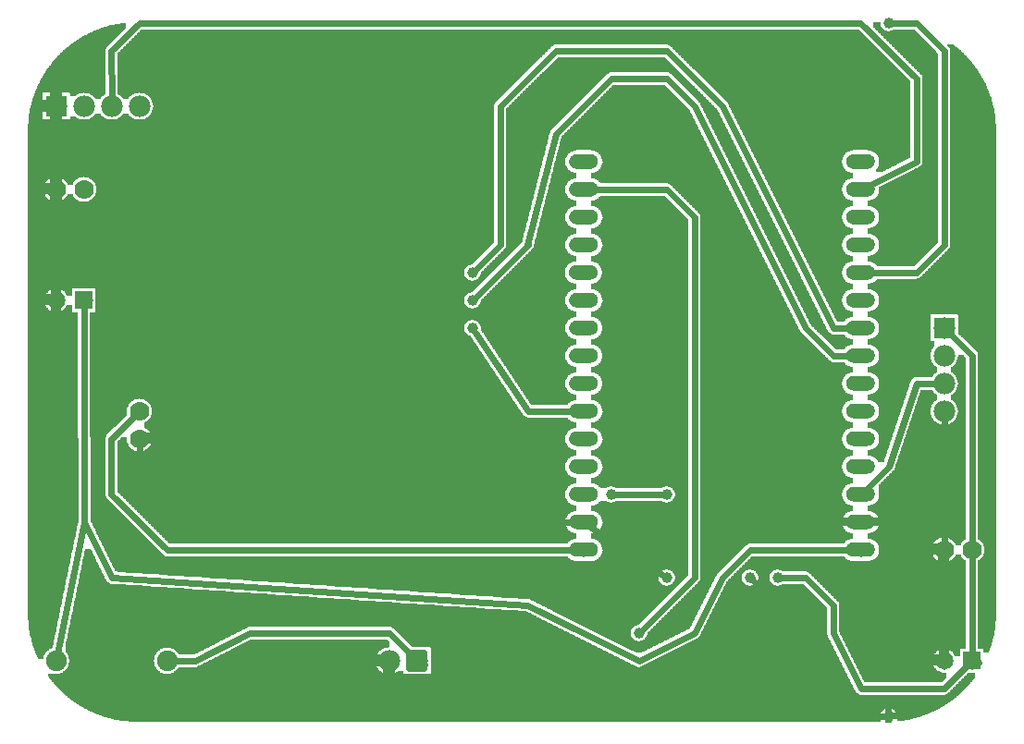
<source format=gbl>
G04 MADE WITH FRITZING*
G04 WWW.FRITZING.ORG*
G04 DOUBLE SIDED*
G04 HOLES PLATED*
G04 CONTOUR ON CENTER OF CONTOUR VECTOR*
%ASAXBY*%
%FSLAX23Y23*%
%MOIN*%
%OFA0B0*%
%SFA1.0B1.0*%
%ADD10C,0.075000*%
%ADD11C,0.070000*%
%ADD12C,0.065000*%
%ADD13C,0.078000*%
%ADD14C,0.039370*%
%ADD15C,0.052000*%
%ADD16R,0.078000X0.078000*%
%ADD17C,0.024000*%
%ADD18C,0.020000*%
%ADD19R,0.001000X0.001000*%
%LNCOPPER0*%
G90*
G70*
G54D10*
X3206Y1958D03*
X3423Y2331D03*
X270Y2462D03*
X3259Y1035D03*
G54D11*
X3342Y661D03*
X3442Y661D03*
X442Y1060D03*
X442Y1161D03*
X142Y1961D03*
X242Y1961D03*
G54D12*
X142Y1561D03*
X242Y1561D03*
X3342Y261D03*
X3442Y261D03*
G54D10*
X142Y261D03*
X542Y261D03*
G54D13*
X3342Y1461D03*
X3342Y1361D03*
X3342Y1261D03*
X3342Y1161D03*
X142Y2261D03*
X242Y2261D03*
X342Y2261D03*
X442Y2261D03*
X1442Y261D03*
X1342Y261D03*
G54D14*
X2742Y561D03*
X2342Y561D03*
X2642Y561D03*
X3142Y61D03*
X2342Y861D03*
X2142Y861D03*
X1642Y1461D03*
X1642Y1561D03*
X1642Y1661D03*
X3142Y2561D03*
X2242Y361D03*
G54D15*
X3042Y661D03*
X3042Y761D03*
X3042Y861D03*
X3042Y961D03*
X3042Y1061D03*
X3042Y1161D03*
X3042Y1261D03*
X3042Y1361D03*
X3042Y1461D03*
X3042Y1561D03*
X3042Y1661D03*
X3042Y1761D03*
X3042Y1861D03*
X3042Y1961D03*
X3042Y2061D03*
X2042Y2061D03*
X2042Y1961D03*
X2042Y1861D03*
X2042Y1761D03*
X2042Y1661D03*
X2042Y1561D03*
X2042Y1461D03*
X2042Y1361D03*
X2042Y1261D03*
X2042Y1161D03*
X2042Y1061D03*
X2042Y961D03*
X2042Y861D03*
X2042Y761D03*
X2042Y661D03*
G54D16*
X3342Y1461D03*
X142Y2261D03*
G54D17*
X1842Y1161D02*
X1653Y1445D01*
D02*
X2012Y1161D02*
X1842Y1161D01*
D02*
X1742Y1761D02*
X1656Y1674D01*
D02*
X1742Y2261D02*
X1742Y1761D01*
D02*
X2943Y1460D02*
X2543Y2262D01*
D02*
X3043Y1461D02*
X2943Y1460D01*
D02*
X1943Y2460D02*
X1742Y2261D01*
D02*
X3069Y1474D02*
X3043Y1461D01*
D02*
X2343Y2460D02*
X1943Y2460D01*
D02*
X2543Y2262D02*
X2343Y2460D01*
D02*
X1842Y1760D02*
X1656Y1574D01*
D02*
X2842Y1461D02*
X2442Y2262D01*
D02*
X2143Y2361D02*
X2043Y2261D01*
D02*
X1841Y1761D02*
X1842Y1760D01*
D02*
X3012Y1361D02*
X2943Y1361D01*
D02*
X2343Y2361D02*
X2143Y2361D01*
D02*
X2442Y2262D02*
X2343Y2361D01*
D02*
X1943Y2161D02*
X1841Y1761D01*
D02*
X2043Y2261D02*
X1943Y2161D01*
D02*
X2943Y1361D02*
X2842Y1461D01*
D02*
X3242Y2062D02*
X3069Y1974D01*
D02*
X341Y2460D02*
X443Y2561D01*
D02*
X443Y2561D02*
X3041Y2562D01*
D02*
X3041Y2562D02*
X3242Y2361D01*
D02*
X3242Y2361D02*
X3242Y2062D01*
D02*
X342Y2291D02*
X341Y2460D01*
D02*
X3242Y2561D02*
X3161Y2561D01*
D02*
X3342Y2460D02*
X3242Y2561D01*
D02*
X3072Y1661D02*
X3242Y1661D01*
D02*
X3342Y1761D02*
X3342Y2460D01*
D02*
X3242Y1661D02*
X3342Y1761D01*
D02*
X2542Y561D02*
X2442Y361D01*
D02*
X2242Y261D02*
X2042Y360D01*
D02*
X2442Y361D02*
X2242Y261D01*
D02*
X242Y1360D02*
X242Y1536D01*
D02*
X2642Y660D02*
X2542Y561D01*
D02*
X244Y761D02*
X242Y1360D01*
D02*
X3012Y661D02*
X2642Y660D01*
D02*
X2042Y360D02*
X1841Y461D01*
D02*
X342Y561D02*
X244Y761D01*
D02*
X1841Y461D02*
X342Y561D01*
D02*
X1443Y260D02*
X1469Y248D01*
D02*
X642Y260D02*
X841Y361D01*
D02*
X1343Y361D02*
X1443Y260D01*
D02*
X841Y361D02*
X1343Y361D01*
D02*
X571Y261D02*
X642Y260D01*
D02*
X2342Y1960D02*
X2442Y1860D01*
D02*
X2442Y1860D02*
X2442Y861D01*
D02*
X2442Y561D02*
X2256Y374D01*
D02*
X2442Y861D02*
X2442Y561D01*
D02*
X2072Y1961D02*
X2342Y1960D01*
D02*
X2323Y861D02*
X2161Y861D01*
D02*
X3443Y261D02*
X3442Y635D01*
D02*
X3466Y255D02*
X3443Y261D01*
D02*
X2843Y561D02*
X2761Y561D01*
D02*
X2942Y461D02*
X2843Y561D01*
D02*
X2942Y360D02*
X2942Y461D01*
D02*
X3342Y161D02*
X3042Y161D01*
D02*
X3425Y243D02*
X3342Y161D01*
D02*
X3042Y161D02*
X2942Y360D01*
D02*
X2742Y461D02*
X2656Y547D01*
D02*
X2842Y361D02*
X2742Y461D01*
D02*
X3043Y60D02*
X2842Y361D01*
D02*
X3123Y61D02*
X3043Y60D01*
D02*
X3143Y961D02*
X3063Y882D01*
D02*
X3243Y1262D02*
X3143Y961D01*
D02*
X3312Y1261D02*
X3243Y1262D01*
D02*
X341Y1061D02*
X424Y1142D01*
D02*
X341Y861D02*
X341Y1061D01*
D02*
X542Y660D02*
X341Y861D01*
D02*
X2012Y661D02*
X542Y660D01*
D02*
X443Y861D02*
X442Y1034D01*
D02*
X641Y761D02*
X443Y861D01*
D02*
X2012Y761D02*
X641Y761D01*
D02*
X3443Y1361D02*
X3442Y687D01*
D02*
X3364Y1440D02*
X3443Y1361D01*
D02*
X3342Y1131D02*
X3342Y687D01*
D02*
X2326Y571D02*
X2067Y744D01*
D02*
X244Y761D02*
X148Y289D01*
G36*
X3088Y2565D02*
X3088Y2545D01*
X3090Y2545D01*
X3090Y2543D01*
X3092Y2543D01*
X3092Y2541D01*
X3094Y2541D01*
X3094Y2539D01*
X3096Y2539D01*
X3096Y2537D01*
X3098Y2537D01*
X3098Y2535D01*
X3100Y2535D01*
X3100Y2533D01*
X3102Y2533D01*
X3102Y2531D01*
X3136Y2531D01*
X3136Y2533D01*
X3130Y2533D01*
X3130Y2535D01*
X3126Y2535D01*
X3126Y2537D01*
X3124Y2537D01*
X3124Y2539D01*
X3122Y2539D01*
X3122Y2541D01*
X3120Y2541D01*
X3120Y2543D01*
X3118Y2543D01*
X3118Y2545D01*
X3116Y2545D01*
X3116Y2549D01*
X3114Y2549D01*
X3114Y2557D01*
X3112Y2557D01*
X3112Y2565D01*
X3088Y2565D01*
G37*
D02*
G36*
X3160Y2539D02*
X3160Y2537D01*
X3158Y2537D01*
X3158Y2535D01*
X3154Y2535D01*
X3154Y2533D01*
X3148Y2533D01*
X3148Y2531D01*
X3240Y2531D01*
X3240Y2533D01*
X3238Y2533D01*
X3238Y2535D01*
X3236Y2535D01*
X3236Y2537D01*
X3234Y2537D01*
X3234Y2539D01*
X3160Y2539D01*
G37*
D02*
G36*
X3104Y2531D02*
X3104Y2529D01*
X3242Y2529D01*
X3242Y2531D01*
X3104Y2531D01*
G37*
D02*
G36*
X3104Y2531D02*
X3104Y2529D01*
X3242Y2529D01*
X3242Y2531D01*
X3104Y2531D01*
G37*
D02*
G36*
X3106Y2529D02*
X3106Y2527D01*
X3108Y2527D01*
X3108Y2525D01*
X3110Y2525D01*
X3110Y2523D01*
X3112Y2523D01*
X3112Y2521D01*
X3114Y2521D01*
X3114Y2519D01*
X3116Y2519D01*
X3116Y2517D01*
X3118Y2517D01*
X3118Y2515D01*
X3120Y2515D01*
X3120Y2513D01*
X3122Y2513D01*
X3122Y2511D01*
X3124Y2511D01*
X3124Y2509D01*
X3126Y2509D01*
X3126Y2507D01*
X3128Y2507D01*
X3128Y2505D01*
X3130Y2505D01*
X3130Y2503D01*
X3132Y2503D01*
X3132Y2501D01*
X3134Y2501D01*
X3134Y2499D01*
X3136Y2499D01*
X3136Y2497D01*
X3138Y2497D01*
X3138Y2495D01*
X3140Y2495D01*
X3140Y2493D01*
X3142Y2493D01*
X3142Y2491D01*
X3144Y2491D01*
X3144Y2489D01*
X3146Y2489D01*
X3146Y2487D01*
X3148Y2487D01*
X3148Y2485D01*
X3150Y2485D01*
X3150Y2483D01*
X3152Y2483D01*
X3152Y2481D01*
X3154Y2481D01*
X3154Y2479D01*
X3156Y2479D01*
X3156Y2477D01*
X3158Y2477D01*
X3158Y2475D01*
X3160Y2475D01*
X3160Y2473D01*
X3162Y2473D01*
X3162Y2471D01*
X3164Y2471D01*
X3164Y2469D01*
X3166Y2469D01*
X3166Y2467D01*
X3168Y2467D01*
X3168Y2465D01*
X3170Y2465D01*
X3170Y2463D01*
X3172Y2463D01*
X3172Y2461D01*
X3174Y2461D01*
X3174Y2459D01*
X3176Y2459D01*
X3176Y2457D01*
X3178Y2457D01*
X3178Y2455D01*
X3180Y2455D01*
X3180Y2453D01*
X3182Y2453D01*
X3182Y2451D01*
X3184Y2451D01*
X3184Y2449D01*
X3186Y2449D01*
X3186Y2447D01*
X3188Y2447D01*
X3188Y2445D01*
X3190Y2445D01*
X3190Y2443D01*
X3192Y2443D01*
X3192Y2441D01*
X3194Y2441D01*
X3194Y2439D01*
X3196Y2439D01*
X3196Y2437D01*
X3198Y2437D01*
X3198Y2435D01*
X3200Y2435D01*
X3200Y2433D01*
X3202Y2433D01*
X3202Y2431D01*
X3204Y2431D01*
X3204Y2429D01*
X3206Y2429D01*
X3206Y2427D01*
X3208Y2427D01*
X3208Y2425D01*
X3210Y2425D01*
X3210Y2423D01*
X3212Y2423D01*
X3212Y2421D01*
X3214Y2421D01*
X3214Y2419D01*
X3216Y2419D01*
X3216Y2417D01*
X3218Y2417D01*
X3218Y2415D01*
X3220Y2415D01*
X3220Y2413D01*
X3222Y2413D01*
X3222Y2411D01*
X3224Y2411D01*
X3224Y2409D01*
X3226Y2409D01*
X3226Y2407D01*
X3228Y2407D01*
X3228Y2405D01*
X3230Y2405D01*
X3230Y2403D01*
X3232Y2403D01*
X3232Y2401D01*
X3234Y2401D01*
X3234Y2399D01*
X3236Y2399D01*
X3236Y2397D01*
X3238Y2397D01*
X3238Y2395D01*
X3240Y2395D01*
X3240Y2393D01*
X3242Y2393D01*
X3242Y2391D01*
X3244Y2391D01*
X3244Y2389D01*
X3246Y2389D01*
X3246Y2387D01*
X3248Y2387D01*
X3248Y2385D01*
X3250Y2385D01*
X3250Y2383D01*
X3252Y2383D01*
X3252Y2381D01*
X3254Y2381D01*
X3254Y2379D01*
X3256Y2379D01*
X3256Y2377D01*
X3258Y2377D01*
X3258Y2375D01*
X3260Y2375D01*
X3260Y2373D01*
X3262Y2373D01*
X3262Y2369D01*
X3264Y2369D01*
X3264Y2055D01*
X3262Y2055D01*
X3262Y2051D01*
X3260Y2051D01*
X3260Y2049D01*
X3258Y2049D01*
X3258Y2047D01*
X3256Y2047D01*
X3256Y2045D01*
X3254Y2045D01*
X3254Y2043D01*
X3250Y2043D01*
X3250Y2041D01*
X3246Y2041D01*
X3246Y2039D01*
X3242Y2039D01*
X3242Y2037D01*
X3238Y2037D01*
X3238Y2035D01*
X3234Y2035D01*
X3234Y2033D01*
X3232Y2033D01*
X3232Y2031D01*
X3228Y2031D01*
X3228Y2029D01*
X3224Y2029D01*
X3224Y2027D01*
X3220Y2027D01*
X3220Y2025D01*
X3216Y2025D01*
X3216Y2023D01*
X3212Y2023D01*
X3212Y2021D01*
X3208Y2021D01*
X3208Y2019D01*
X3204Y2019D01*
X3204Y2017D01*
X3200Y2017D01*
X3200Y2015D01*
X3196Y2015D01*
X3196Y2013D01*
X3192Y2013D01*
X3192Y2011D01*
X3188Y2011D01*
X3188Y2009D01*
X3184Y2009D01*
X3184Y2007D01*
X3180Y2007D01*
X3180Y2005D01*
X3176Y2005D01*
X3176Y2003D01*
X3172Y2003D01*
X3172Y2001D01*
X3168Y2001D01*
X3168Y1999D01*
X3164Y1999D01*
X3164Y1997D01*
X3160Y1997D01*
X3160Y1995D01*
X3156Y1995D01*
X3156Y1993D01*
X3152Y1993D01*
X3152Y1991D01*
X3148Y1991D01*
X3148Y1989D01*
X3144Y1989D01*
X3144Y1987D01*
X3140Y1987D01*
X3140Y1985D01*
X3136Y1985D01*
X3136Y1983D01*
X3132Y1983D01*
X3132Y1981D01*
X3128Y1981D01*
X3128Y1979D01*
X3124Y1979D01*
X3124Y1977D01*
X3120Y1977D01*
X3120Y1975D01*
X3116Y1975D01*
X3116Y1973D01*
X3112Y1973D01*
X3112Y1971D01*
X3108Y1971D01*
X3108Y1951D01*
X3106Y1951D01*
X3106Y1945D01*
X3104Y1945D01*
X3104Y1941D01*
X3102Y1941D01*
X3102Y1939D01*
X3100Y1939D01*
X3100Y1935D01*
X3098Y1935D01*
X3098Y1933D01*
X3096Y1933D01*
X3096Y1931D01*
X3094Y1931D01*
X3094Y1929D01*
X3092Y1929D01*
X3092Y1927D01*
X3088Y1927D01*
X3088Y1925D01*
X3084Y1925D01*
X3084Y1923D01*
X3078Y1923D01*
X3078Y1921D01*
X3068Y1921D01*
X3068Y1901D01*
X3080Y1901D01*
X3080Y1899D01*
X3084Y1899D01*
X3084Y1897D01*
X3088Y1897D01*
X3088Y1895D01*
X3092Y1895D01*
X3092Y1893D01*
X3094Y1893D01*
X3094Y1891D01*
X3096Y1891D01*
X3096Y1889D01*
X3098Y1889D01*
X3098Y1887D01*
X3100Y1887D01*
X3100Y1883D01*
X3102Y1883D01*
X3102Y1881D01*
X3104Y1881D01*
X3104Y1877D01*
X3106Y1877D01*
X3106Y1871D01*
X3108Y1871D01*
X3108Y1853D01*
X3106Y1853D01*
X3106Y1845D01*
X3104Y1845D01*
X3104Y1841D01*
X3102Y1841D01*
X3102Y1839D01*
X3100Y1839D01*
X3100Y1835D01*
X3098Y1835D01*
X3098Y1833D01*
X3096Y1833D01*
X3096Y1831D01*
X3094Y1831D01*
X3094Y1829D01*
X3092Y1829D01*
X3092Y1827D01*
X3088Y1827D01*
X3088Y1825D01*
X3084Y1825D01*
X3084Y1823D01*
X3078Y1823D01*
X3078Y1821D01*
X3068Y1821D01*
X3068Y1801D01*
X3080Y1801D01*
X3080Y1799D01*
X3084Y1799D01*
X3084Y1797D01*
X3088Y1797D01*
X3088Y1795D01*
X3092Y1795D01*
X3092Y1793D01*
X3094Y1793D01*
X3094Y1791D01*
X3096Y1791D01*
X3096Y1789D01*
X3098Y1789D01*
X3098Y1787D01*
X3100Y1787D01*
X3100Y1785D01*
X3102Y1785D01*
X3102Y1781D01*
X3104Y1781D01*
X3104Y1777D01*
X3106Y1777D01*
X3106Y1771D01*
X3108Y1771D01*
X3108Y1751D01*
X3106Y1751D01*
X3106Y1745D01*
X3104Y1745D01*
X3104Y1741D01*
X3102Y1741D01*
X3102Y1739D01*
X3100Y1739D01*
X3100Y1735D01*
X3098Y1735D01*
X3098Y1733D01*
X3096Y1733D01*
X3096Y1731D01*
X3094Y1731D01*
X3094Y1729D01*
X3092Y1729D01*
X3092Y1727D01*
X3088Y1727D01*
X3088Y1725D01*
X3084Y1725D01*
X3084Y1723D01*
X3078Y1723D01*
X3078Y1721D01*
X3068Y1721D01*
X3068Y1701D01*
X3080Y1701D01*
X3080Y1699D01*
X3084Y1699D01*
X3084Y1697D01*
X3088Y1697D01*
X3088Y1695D01*
X3092Y1695D01*
X3092Y1693D01*
X3094Y1693D01*
X3094Y1691D01*
X3096Y1691D01*
X3096Y1689D01*
X3098Y1689D01*
X3098Y1687D01*
X3100Y1687D01*
X3100Y1683D01*
X3234Y1683D01*
X3234Y1685D01*
X3236Y1685D01*
X3236Y1687D01*
X3238Y1687D01*
X3238Y1689D01*
X3240Y1689D01*
X3240Y1691D01*
X3242Y1691D01*
X3242Y1693D01*
X3244Y1693D01*
X3244Y1695D01*
X3246Y1695D01*
X3246Y1697D01*
X3248Y1697D01*
X3248Y1699D01*
X3250Y1699D01*
X3250Y1701D01*
X3252Y1701D01*
X3252Y1703D01*
X3254Y1703D01*
X3254Y1705D01*
X3256Y1705D01*
X3256Y1707D01*
X3258Y1707D01*
X3258Y1709D01*
X3260Y1709D01*
X3260Y1711D01*
X3262Y1711D01*
X3262Y1713D01*
X3264Y1713D01*
X3264Y1715D01*
X3266Y1715D01*
X3266Y1717D01*
X3268Y1717D01*
X3268Y1719D01*
X3270Y1719D01*
X3270Y1721D01*
X3272Y1721D01*
X3272Y1723D01*
X3274Y1723D01*
X3274Y1725D01*
X3276Y1725D01*
X3276Y1727D01*
X3278Y1727D01*
X3278Y1729D01*
X3280Y1729D01*
X3280Y1731D01*
X3282Y1731D01*
X3282Y1733D01*
X3284Y1733D01*
X3284Y1735D01*
X3286Y1735D01*
X3286Y1737D01*
X3288Y1737D01*
X3288Y1739D01*
X3290Y1739D01*
X3290Y1741D01*
X3292Y1741D01*
X3292Y1743D01*
X3294Y1743D01*
X3294Y1745D01*
X3296Y1745D01*
X3296Y1747D01*
X3298Y1747D01*
X3298Y1749D01*
X3300Y1749D01*
X3300Y1751D01*
X3302Y1751D01*
X3302Y1753D01*
X3304Y1753D01*
X3304Y1755D01*
X3306Y1755D01*
X3306Y1757D01*
X3308Y1757D01*
X3308Y1759D01*
X3310Y1759D01*
X3310Y1761D01*
X3312Y1761D01*
X3312Y1763D01*
X3314Y1763D01*
X3314Y1765D01*
X3316Y1765D01*
X3316Y1767D01*
X3318Y1767D01*
X3318Y1769D01*
X3320Y1769D01*
X3320Y2451D01*
X3318Y2451D01*
X3318Y2453D01*
X3316Y2453D01*
X3316Y2455D01*
X3314Y2455D01*
X3314Y2457D01*
X3312Y2457D01*
X3312Y2461D01*
X3310Y2461D01*
X3310Y2463D01*
X3308Y2463D01*
X3308Y2465D01*
X3306Y2465D01*
X3306Y2467D01*
X3304Y2467D01*
X3304Y2469D01*
X3302Y2469D01*
X3302Y2471D01*
X3300Y2471D01*
X3300Y2473D01*
X3298Y2473D01*
X3298Y2475D01*
X3296Y2475D01*
X3296Y2477D01*
X3294Y2477D01*
X3294Y2479D01*
X3292Y2479D01*
X3292Y2481D01*
X3290Y2481D01*
X3290Y2483D01*
X3288Y2483D01*
X3288Y2485D01*
X3286Y2485D01*
X3286Y2487D01*
X3284Y2487D01*
X3284Y2489D01*
X3282Y2489D01*
X3282Y2491D01*
X3280Y2491D01*
X3280Y2493D01*
X3278Y2493D01*
X3278Y2495D01*
X3276Y2495D01*
X3276Y2497D01*
X3274Y2497D01*
X3274Y2499D01*
X3272Y2499D01*
X3272Y2501D01*
X3270Y2501D01*
X3270Y2503D01*
X3268Y2503D01*
X3268Y2505D01*
X3266Y2505D01*
X3266Y2507D01*
X3264Y2507D01*
X3264Y2509D01*
X3262Y2509D01*
X3262Y2511D01*
X3260Y2511D01*
X3260Y2513D01*
X3258Y2513D01*
X3258Y2515D01*
X3256Y2515D01*
X3256Y2517D01*
X3254Y2517D01*
X3254Y2519D01*
X3252Y2519D01*
X3252Y2521D01*
X3250Y2521D01*
X3250Y2523D01*
X3248Y2523D01*
X3248Y2525D01*
X3246Y2525D01*
X3246Y2527D01*
X3244Y2527D01*
X3244Y2529D01*
X3106Y2529D01*
G37*
D02*
G36*
X3354Y2485D02*
X3354Y2477D01*
X3356Y2477D01*
X3356Y2475D01*
X3358Y2475D01*
X3358Y2473D01*
X3360Y2473D01*
X3360Y2471D01*
X3362Y2471D01*
X3362Y2465D01*
X3364Y2465D01*
X3364Y1757D01*
X3362Y1757D01*
X3362Y1751D01*
X3360Y1751D01*
X3360Y1747D01*
X3358Y1747D01*
X3358Y1745D01*
X3356Y1745D01*
X3356Y1743D01*
X3354Y1743D01*
X3354Y1741D01*
X3352Y1741D01*
X3352Y1739D01*
X3350Y1739D01*
X3350Y1737D01*
X3348Y1737D01*
X3348Y1735D01*
X3346Y1735D01*
X3346Y1733D01*
X3344Y1733D01*
X3344Y1731D01*
X3342Y1731D01*
X3342Y1729D01*
X3340Y1729D01*
X3340Y1727D01*
X3338Y1727D01*
X3338Y1725D01*
X3336Y1725D01*
X3336Y1723D01*
X3334Y1723D01*
X3334Y1721D01*
X3332Y1721D01*
X3332Y1719D01*
X3330Y1719D01*
X3330Y1717D01*
X3328Y1717D01*
X3328Y1715D01*
X3326Y1715D01*
X3326Y1713D01*
X3324Y1713D01*
X3324Y1711D01*
X3322Y1711D01*
X3322Y1709D01*
X3320Y1709D01*
X3320Y1707D01*
X3318Y1707D01*
X3318Y1705D01*
X3316Y1705D01*
X3316Y1703D01*
X3314Y1703D01*
X3314Y1701D01*
X3312Y1701D01*
X3312Y1699D01*
X3310Y1699D01*
X3310Y1697D01*
X3308Y1697D01*
X3308Y1695D01*
X3306Y1695D01*
X3306Y1693D01*
X3304Y1693D01*
X3304Y1691D01*
X3302Y1691D01*
X3302Y1689D01*
X3300Y1689D01*
X3300Y1687D01*
X3298Y1687D01*
X3298Y1685D01*
X3296Y1685D01*
X3296Y1683D01*
X3294Y1683D01*
X3294Y1681D01*
X3292Y1681D01*
X3292Y1679D01*
X3290Y1679D01*
X3290Y1677D01*
X3288Y1677D01*
X3288Y1675D01*
X3286Y1675D01*
X3286Y1673D01*
X3284Y1673D01*
X3284Y1671D01*
X3282Y1671D01*
X3282Y1669D01*
X3280Y1669D01*
X3280Y1667D01*
X3278Y1667D01*
X3278Y1665D01*
X3276Y1665D01*
X3276Y1663D01*
X3274Y1663D01*
X3274Y1661D01*
X3272Y1661D01*
X3272Y1659D01*
X3270Y1659D01*
X3270Y1657D01*
X3268Y1657D01*
X3268Y1655D01*
X3266Y1655D01*
X3266Y1653D01*
X3264Y1653D01*
X3264Y1651D01*
X3262Y1651D01*
X3262Y1649D01*
X3260Y1649D01*
X3260Y1647D01*
X3258Y1647D01*
X3258Y1645D01*
X3256Y1645D01*
X3256Y1643D01*
X3252Y1643D01*
X3252Y1641D01*
X3244Y1641D01*
X3244Y1639D01*
X3100Y1639D01*
X3100Y1635D01*
X3098Y1635D01*
X3098Y1633D01*
X3096Y1633D01*
X3096Y1631D01*
X3094Y1631D01*
X3094Y1629D01*
X3092Y1629D01*
X3092Y1627D01*
X3088Y1627D01*
X3088Y1625D01*
X3084Y1625D01*
X3084Y1623D01*
X3078Y1623D01*
X3078Y1621D01*
X3068Y1621D01*
X3068Y1601D01*
X3080Y1601D01*
X3080Y1599D01*
X3084Y1599D01*
X3084Y1597D01*
X3088Y1597D01*
X3088Y1595D01*
X3092Y1595D01*
X3092Y1593D01*
X3094Y1593D01*
X3094Y1591D01*
X3096Y1591D01*
X3096Y1589D01*
X3098Y1589D01*
X3098Y1587D01*
X3100Y1587D01*
X3100Y1583D01*
X3102Y1583D01*
X3102Y1581D01*
X3104Y1581D01*
X3104Y1577D01*
X3106Y1577D01*
X3106Y1571D01*
X3108Y1571D01*
X3108Y1553D01*
X3106Y1553D01*
X3106Y1545D01*
X3104Y1545D01*
X3104Y1541D01*
X3102Y1541D01*
X3102Y1539D01*
X3100Y1539D01*
X3100Y1535D01*
X3098Y1535D01*
X3098Y1533D01*
X3096Y1533D01*
X3096Y1531D01*
X3094Y1531D01*
X3094Y1529D01*
X3092Y1529D01*
X3092Y1527D01*
X3088Y1527D01*
X3088Y1525D01*
X3084Y1525D01*
X3084Y1523D01*
X3078Y1523D01*
X3078Y1521D01*
X3068Y1521D01*
X3068Y1511D01*
X3390Y1511D01*
X3390Y1509D01*
X3392Y1509D01*
X3392Y1441D01*
X3394Y1441D01*
X3394Y1439D01*
X3396Y1439D01*
X3396Y1437D01*
X3398Y1437D01*
X3398Y1435D01*
X3400Y1435D01*
X3400Y1433D01*
X3402Y1433D01*
X3402Y1431D01*
X3404Y1431D01*
X3404Y1429D01*
X3408Y1429D01*
X3408Y1427D01*
X3410Y1427D01*
X3410Y1425D01*
X3412Y1425D01*
X3412Y1423D01*
X3414Y1423D01*
X3414Y1421D01*
X3416Y1421D01*
X3416Y1419D01*
X3418Y1419D01*
X3418Y1417D01*
X3420Y1417D01*
X3420Y1415D01*
X3422Y1415D01*
X3422Y1413D01*
X3424Y1413D01*
X3424Y1411D01*
X3426Y1411D01*
X3426Y1409D01*
X3428Y1409D01*
X3428Y1407D01*
X3430Y1407D01*
X3430Y1405D01*
X3432Y1405D01*
X3432Y1403D01*
X3434Y1403D01*
X3434Y1401D01*
X3436Y1401D01*
X3436Y1399D01*
X3438Y1399D01*
X3438Y1397D01*
X3440Y1397D01*
X3440Y1395D01*
X3442Y1395D01*
X3442Y1393D01*
X3444Y1393D01*
X3444Y1391D01*
X3446Y1391D01*
X3446Y1389D01*
X3448Y1389D01*
X3448Y1387D01*
X3450Y1387D01*
X3450Y1385D01*
X3452Y1385D01*
X3452Y1383D01*
X3454Y1383D01*
X3454Y1381D01*
X3456Y1381D01*
X3456Y1379D01*
X3458Y1379D01*
X3458Y1377D01*
X3460Y1377D01*
X3460Y1375D01*
X3462Y1375D01*
X3462Y1371D01*
X3464Y1371D01*
X3464Y699D01*
X3468Y699D01*
X3468Y697D01*
X3470Y697D01*
X3470Y695D01*
X3472Y695D01*
X3472Y693D01*
X3474Y693D01*
X3474Y691D01*
X3476Y691D01*
X3476Y689D01*
X3478Y689D01*
X3478Y687D01*
X3480Y687D01*
X3480Y683D01*
X3482Y683D01*
X3482Y679D01*
X3484Y679D01*
X3484Y675D01*
X3486Y675D01*
X3486Y665D01*
X3488Y665D01*
X3488Y659D01*
X3486Y659D01*
X3486Y649D01*
X3484Y649D01*
X3484Y643D01*
X3482Y643D01*
X3482Y639D01*
X3480Y639D01*
X3480Y635D01*
X3478Y635D01*
X3478Y633D01*
X3476Y633D01*
X3476Y631D01*
X3474Y631D01*
X3474Y629D01*
X3472Y629D01*
X3472Y627D01*
X3470Y627D01*
X3470Y625D01*
X3468Y625D01*
X3468Y623D01*
X3464Y623D01*
X3464Y303D01*
X3484Y303D01*
X3484Y291D01*
X3504Y291D01*
X3504Y297D01*
X3506Y297D01*
X3506Y301D01*
X3508Y301D01*
X3508Y307D01*
X3510Y307D01*
X3510Y313D01*
X3512Y313D01*
X3512Y319D01*
X3514Y319D01*
X3514Y327D01*
X3516Y327D01*
X3516Y333D01*
X3518Y333D01*
X3518Y341D01*
X3520Y341D01*
X3520Y351D01*
X3522Y351D01*
X3522Y359D01*
X3524Y359D01*
X3524Y371D01*
X3526Y371D01*
X3526Y385D01*
X3528Y385D01*
X3528Y405D01*
X3530Y405D01*
X3530Y2199D01*
X3528Y2199D01*
X3528Y2221D01*
X3526Y2221D01*
X3526Y2235D01*
X3524Y2235D01*
X3524Y2245D01*
X3522Y2245D01*
X3522Y2255D01*
X3520Y2255D01*
X3520Y2263D01*
X3518Y2263D01*
X3518Y2271D01*
X3516Y2271D01*
X3516Y2279D01*
X3514Y2279D01*
X3514Y2285D01*
X3512Y2285D01*
X3512Y2293D01*
X3510Y2293D01*
X3510Y2299D01*
X3508Y2299D01*
X3508Y2303D01*
X3506Y2303D01*
X3506Y2309D01*
X3504Y2309D01*
X3504Y2315D01*
X3502Y2315D01*
X3502Y2319D01*
X3500Y2319D01*
X3500Y2325D01*
X3498Y2325D01*
X3498Y2329D01*
X3496Y2329D01*
X3496Y2333D01*
X3494Y2333D01*
X3494Y2337D01*
X3492Y2337D01*
X3492Y2343D01*
X3490Y2343D01*
X3490Y2347D01*
X3488Y2347D01*
X3488Y2349D01*
X3486Y2349D01*
X3486Y2353D01*
X3484Y2353D01*
X3484Y2357D01*
X3482Y2357D01*
X3482Y2361D01*
X3480Y2361D01*
X3480Y2365D01*
X3478Y2365D01*
X3478Y2369D01*
X3476Y2369D01*
X3476Y2371D01*
X3474Y2371D01*
X3474Y2375D01*
X3472Y2375D01*
X3472Y2379D01*
X3470Y2379D01*
X3470Y2381D01*
X3468Y2381D01*
X3468Y2385D01*
X3466Y2385D01*
X3466Y2387D01*
X3464Y2387D01*
X3464Y2391D01*
X3462Y2391D01*
X3462Y2393D01*
X3460Y2393D01*
X3460Y2397D01*
X3458Y2397D01*
X3458Y2399D01*
X3456Y2399D01*
X3456Y2401D01*
X3454Y2401D01*
X3454Y2405D01*
X3452Y2405D01*
X3452Y2407D01*
X3450Y2407D01*
X3450Y2411D01*
X3448Y2411D01*
X3448Y2413D01*
X3446Y2413D01*
X3446Y2415D01*
X3444Y2415D01*
X3444Y2417D01*
X3442Y2417D01*
X3442Y2421D01*
X3440Y2421D01*
X3440Y2423D01*
X3438Y2423D01*
X3438Y2425D01*
X3436Y2425D01*
X3436Y2427D01*
X3434Y2427D01*
X3434Y2429D01*
X3432Y2429D01*
X3432Y2431D01*
X3430Y2431D01*
X3430Y2435D01*
X3428Y2435D01*
X3428Y2437D01*
X3426Y2437D01*
X3426Y2439D01*
X3424Y2439D01*
X3424Y2441D01*
X3422Y2441D01*
X3422Y2443D01*
X3420Y2443D01*
X3420Y2445D01*
X3418Y2445D01*
X3418Y2447D01*
X3416Y2447D01*
X3416Y2449D01*
X3414Y2449D01*
X3414Y2451D01*
X3412Y2451D01*
X3412Y2453D01*
X3410Y2453D01*
X3410Y2455D01*
X3408Y2455D01*
X3408Y2457D01*
X3406Y2457D01*
X3406Y2459D01*
X3404Y2459D01*
X3404Y2461D01*
X3402Y2461D01*
X3402Y2463D01*
X3400Y2463D01*
X3400Y2465D01*
X3396Y2465D01*
X3396Y2467D01*
X3394Y2467D01*
X3394Y2469D01*
X3392Y2469D01*
X3392Y2471D01*
X3390Y2471D01*
X3390Y2473D01*
X3388Y2473D01*
X3388Y2475D01*
X3384Y2475D01*
X3384Y2477D01*
X3382Y2477D01*
X3382Y2479D01*
X3380Y2479D01*
X3380Y2481D01*
X3378Y2481D01*
X3378Y2483D01*
X3374Y2483D01*
X3374Y2485D01*
X3354Y2485D01*
G37*
D02*
G36*
X3068Y1511D02*
X3068Y1501D01*
X3080Y1501D01*
X3080Y1499D01*
X3084Y1499D01*
X3084Y1497D01*
X3088Y1497D01*
X3088Y1495D01*
X3092Y1495D01*
X3092Y1493D01*
X3094Y1493D01*
X3094Y1491D01*
X3096Y1491D01*
X3096Y1489D01*
X3098Y1489D01*
X3098Y1487D01*
X3100Y1487D01*
X3100Y1483D01*
X3102Y1483D01*
X3102Y1481D01*
X3104Y1481D01*
X3104Y1477D01*
X3106Y1477D01*
X3106Y1471D01*
X3108Y1471D01*
X3108Y1453D01*
X3106Y1453D01*
X3106Y1445D01*
X3104Y1445D01*
X3104Y1441D01*
X3102Y1441D01*
X3102Y1439D01*
X3100Y1439D01*
X3100Y1435D01*
X3098Y1435D01*
X3098Y1433D01*
X3096Y1433D01*
X3096Y1431D01*
X3094Y1431D01*
X3094Y1429D01*
X3092Y1429D01*
X3092Y1427D01*
X3088Y1427D01*
X3088Y1425D01*
X3084Y1425D01*
X3084Y1423D01*
X3078Y1423D01*
X3078Y1421D01*
X3068Y1421D01*
X3068Y1401D01*
X3080Y1401D01*
X3080Y1399D01*
X3084Y1399D01*
X3084Y1397D01*
X3088Y1397D01*
X3088Y1395D01*
X3092Y1395D01*
X3092Y1393D01*
X3094Y1393D01*
X3094Y1391D01*
X3096Y1391D01*
X3096Y1389D01*
X3098Y1389D01*
X3098Y1387D01*
X3100Y1387D01*
X3100Y1385D01*
X3102Y1385D01*
X3102Y1381D01*
X3104Y1381D01*
X3104Y1377D01*
X3106Y1377D01*
X3106Y1371D01*
X3108Y1371D01*
X3108Y1351D01*
X3106Y1351D01*
X3106Y1345D01*
X3104Y1345D01*
X3104Y1341D01*
X3102Y1341D01*
X3102Y1339D01*
X3100Y1339D01*
X3100Y1335D01*
X3098Y1335D01*
X3098Y1333D01*
X3096Y1333D01*
X3096Y1331D01*
X3094Y1331D01*
X3094Y1329D01*
X3092Y1329D01*
X3092Y1327D01*
X3088Y1327D01*
X3088Y1325D01*
X3084Y1325D01*
X3084Y1323D01*
X3078Y1323D01*
X3078Y1321D01*
X3068Y1321D01*
X3068Y1301D01*
X3080Y1301D01*
X3080Y1299D01*
X3084Y1299D01*
X3084Y1297D01*
X3088Y1297D01*
X3088Y1295D01*
X3092Y1295D01*
X3092Y1293D01*
X3094Y1293D01*
X3094Y1291D01*
X3096Y1291D01*
X3096Y1289D01*
X3098Y1289D01*
X3098Y1287D01*
X3100Y1287D01*
X3100Y1283D01*
X3102Y1283D01*
X3102Y1281D01*
X3104Y1281D01*
X3104Y1277D01*
X3106Y1277D01*
X3106Y1271D01*
X3108Y1271D01*
X3108Y1253D01*
X3106Y1253D01*
X3106Y1245D01*
X3104Y1245D01*
X3104Y1241D01*
X3102Y1241D01*
X3102Y1239D01*
X3100Y1239D01*
X3100Y1235D01*
X3098Y1235D01*
X3098Y1233D01*
X3096Y1233D01*
X3096Y1231D01*
X3094Y1231D01*
X3094Y1229D01*
X3092Y1229D01*
X3092Y1227D01*
X3088Y1227D01*
X3088Y1225D01*
X3084Y1225D01*
X3084Y1223D01*
X3078Y1223D01*
X3078Y1221D01*
X3068Y1221D01*
X3068Y1201D01*
X3080Y1201D01*
X3080Y1199D01*
X3084Y1199D01*
X3084Y1197D01*
X3088Y1197D01*
X3088Y1195D01*
X3092Y1195D01*
X3092Y1193D01*
X3094Y1193D01*
X3094Y1191D01*
X3096Y1191D01*
X3096Y1189D01*
X3098Y1189D01*
X3098Y1187D01*
X3100Y1187D01*
X3100Y1183D01*
X3102Y1183D01*
X3102Y1181D01*
X3104Y1181D01*
X3104Y1177D01*
X3106Y1177D01*
X3106Y1171D01*
X3108Y1171D01*
X3108Y1153D01*
X3106Y1153D01*
X3106Y1145D01*
X3104Y1145D01*
X3104Y1141D01*
X3102Y1141D01*
X3102Y1139D01*
X3100Y1139D01*
X3100Y1135D01*
X3098Y1135D01*
X3098Y1133D01*
X3096Y1133D01*
X3096Y1131D01*
X3094Y1131D01*
X3094Y1129D01*
X3092Y1129D01*
X3092Y1127D01*
X3088Y1127D01*
X3088Y1125D01*
X3084Y1125D01*
X3084Y1123D01*
X3078Y1123D01*
X3078Y1121D01*
X3068Y1121D01*
X3068Y1101D01*
X3080Y1101D01*
X3080Y1099D01*
X3084Y1099D01*
X3084Y1097D01*
X3088Y1097D01*
X3088Y1095D01*
X3092Y1095D01*
X3092Y1093D01*
X3094Y1093D01*
X3094Y1091D01*
X3096Y1091D01*
X3096Y1089D01*
X3098Y1089D01*
X3098Y1087D01*
X3100Y1087D01*
X3100Y1085D01*
X3102Y1085D01*
X3102Y1081D01*
X3104Y1081D01*
X3104Y1077D01*
X3106Y1077D01*
X3106Y1071D01*
X3108Y1071D01*
X3108Y1051D01*
X3106Y1051D01*
X3106Y1045D01*
X3104Y1045D01*
X3104Y1041D01*
X3102Y1041D01*
X3102Y1039D01*
X3100Y1039D01*
X3100Y1035D01*
X3098Y1035D01*
X3098Y1033D01*
X3096Y1033D01*
X3096Y1031D01*
X3094Y1031D01*
X3094Y1029D01*
X3092Y1029D01*
X3092Y1027D01*
X3088Y1027D01*
X3088Y1025D01*
X3084Y1025D01*
X3084Y1023D01*
X3078Y1023D01*
X3078Y1021D01*
X3068Y1021D01*
X3068Y1001D01*
X3080Y1001D01*
X3080Y999D01*
X3084Y999D01*
X3084Y997D01*
X3088Y997D01*
X3088Y995D01*
X3092Y995D01*
X3092Y993D01*
X3094Y993D01*
X3094Y991D01*
X3096Y991D01*
X3096Y989D01*
X3098Y989D01*
X3098Y987D01*
X3100Y987D01*
X3100Y983D01*
X3102Y983D01*
X3102Y981D01*
X3104Y981D01*
X3104Y977D01*
X3124Y977D01*
X3124Y979D01*
X3126Y979D01*
X3126Y985D01*
X3128Y985D01*
X3128Y991D01*
X3130Y991D01*
X3130Y997D01*
X3132Y997D01*
X3132Y1003D01*
X3134Y1003D01*
X3134Y1009D01*
X3136Y1009D01*
X3136Y1015D01*
X3138Y1015D01*
X3138Y1021D01*
X3140Y1021D01*
X3140Y1027D01*
X3142Y1027D01*
X3142Y1033D01*
X3144Y1033D01*
X3144Y1039D01*
X3146Y1039D01*
X3146Y1045D01*
X3148Y1045D01*
X3148Y1051D01*
X3150Y1051D01*
X3150Y1057D01*
X3152Y1057D01*
X3152Y1063D01*
X3154Y1063D01*
X3154Y1069D01*
X3156Y1069D01*
X3156Y1075D01*
X3158Y1075D01*
X3158Y1081D01*
X3160Y1081D01*
X3160Y1087D01*
X3162Y1087D01*
X3162Y1093D01*
X3164Y1093D01*
X3164Y1099D01*
X3166Y1099D01*
X3166Y1105D01*
X3168Y1105D01*
X3168Y1111D01*
X3170Y1111D01*
X3170Y1117D01*
X3172Y1117D01*
X3172Y1123D01*
X3174Y1123D01*
X3174Y1129D01*
X3176Y1129D01*
X3176Y1135D01*
X3178Y1135D01*
X3178Y1141D01*
X3180Y1141D01*
X3180Y1147D01*
X3182Y1147D01*
X3182Y1153D01*
X3184Y1153D01*
X3184Y1159D01*
X3186Y1159D01*
X3186Y1165D01*
X3188Y1165D01*
X3188Y1171D01*
X3190Y1171D01*
X3190Y1177D01*
X3192Y1177D01*
X3192Y1183D01*
X3194Y1183D01*
X3194Y1189D01*
X3196Y1189D01*
X3196Y1195D01*
X3198Y1195D01*
X3198Y1201D01*
X3200Y1201D01*
X3200Y1207D01*
X3202Y1207D01*
X3202Y1213D01*
X3204Y1213D01*
X3204Y1219D01*
X3206Y1219D01*
X3206Y1225D01*
X3208Y1225D01*
X3208Y1231D01*
X3210Y1231D01*
X3210Y1237D01*
X3212Y1237D01*
X3212Y1243D01*
X3214Y1243D01*
X3214Y1249D01*
X3216Y1249D01*
X3216Y1255D01*
X3218Y1255D01*
X3218Y1261D01*
X3220Y1261D01*
X3220Y1267D01*
X3222Y1267D01*
X3222Y1271D01*
X3224Y1271D01*
X3224Y1275D01*
X3226Y1275D01*
X3226Y1277D01*
X3228Y1277D01*
X3228Y1279D01*
X3230Y1279D01*
X3230Y1281D01*
X3234Y1281D01*
X3234Y1283D01*
X3300Y1283D01*
X3300Y1287D01*
X3302Y1287D01*
X3302Y1291D01*
X3304Y1291D01*
X3304Y1293D01*
X3306Y1293D01*
X3306Y1295D01*
X3308Y1295D01*
X3308Y1297D01*
X3310Y1297D01*
X3310Y1299D01*
X3312Y1299D01*
X3312Y1301D01*
X3316Y1301D01*
X3316Y1321D01*
X3314Y1321D01*
X3314Y1323D01*
X3310Y1323D01*
X3310Y1325D01*
X3308Y1325D01*
X3308Y1327D01*
X3306Y1327D01*
X3306Y1329D01*
X3304Y1329D01*
X3304Y1333D01*
X3302Y1333D01*
X3302Y1335D01*
X3300Y1335D01*
X3300Y1339D01*
X3298Y1339D01*
X3298Y1343D01*
X3296Y1343D01*
X3296Y1349D01*
X3294Y1349D01*
X3294Y1373D01*
X3296Y1373D01*
X3296Y1379D01*
X3298Y1379D01*
X3298Y1383D01*
X3300Y1383D01*
X3300Y1387D01*
X3302Y1387D01*
X3302Y1391D01*
X3304Y1391D01*
X3304Y1393D01*
X3306Y1393D01*
X3306Y1413D01*
X3294Y1413D01*
X3294Y1511D01*
X3068Y1511D01*
G37*
D02*
G36*
X374Y2561D02*
X374Y2559D01*
X362Y2559D01*
X362Y2557D01*
X352Y2557D01*
X352Y2555D01*
X344Y2555D01*
X344Y2553D01*
X334Y2553D01*
X334Y2551D01*
X328Y2551D01*
X328Y2549D01*
X320Y2549D01*
X320Y2547D01*
X314Y2547D01*
X314Y2545D01*
X308Y2545D01*
X308Y2543D01*
X302Y2543D01*
X302Y2541D01*
X298Y2541D01*
X298Y2539D01*
X292Y2539D01*
X292Y2537D01*
X286Y2537D01*
X286Y2535D01*
X282Y2535D01*
X282Y2533D01*
X278Y2533D01*
X278Y2531D01*
X272Y2531D01*
X272Y2529D01*
X268Y2529D01*
X268Y2527D01*
X264Y2527D01*
X264Y2525D01*
X260Y2525D01*
X260Y2523D01*
X256Y2523D01*
X256Y2521D01*
X252Y2521D01*
X252Y2519D01*
X248Y2519D01*
X248Y2517D01*
X244Y2517D01*
X244Y2515D01*
X242Y2515D01*
X242Y2513D01*
X238Y2513D01*
X238Y2511D01*
X234Y2511D01*
X234Y2509D01*
X230Y2509D01*
X230Y2507D01*
X228Y2507D01*
X228Y2505D01*
X224Y2505D01*
X224Y2503D01*
X222Y2503D01*
X222Y2501D01*
X218Y2501D01*
X218Y2499D01*
X214Y2499D01*
X214Y2497D01*
X212Y2497D01*
X212Y2495D01*
X210Y2495D01*
X210Y2493D01*
X206Y2493D01*
X206Y2491D01*
X204Y2491D01*
X204Y2489D01*
X200Y2489D01*
X200Y2487D01*
X198Y2487D01*
X198Y2485D01*
X196Y2485D01*
X196Y2483D01*
X192Y2483D01*
X192Y2481D01*
X190Y2481D01*
X190Y2479D01*
X188Y2479D01*
X188Y2477D01*
X186Y2477D01*
X186Y2475D01*
X182Y2475D01*
X182Y2473D01*
X180Y2473D01*
X180Y2471D01*
X178Y2471D01*
X178Y2469D01*
X176Y2469D01*
X176Y2467D01*
X174Y2467D01*
X174Y2465D01*
X172Y2465D01*
X172Y2463D01*
X168Y2463D01*
X168Y2461D01*
X166Y2461D01*
X166Y2459D01*
X164Y2459D01*
X164Y2457D01*
X162Y2457D01*
X162Y2455D01*
X160Y2455D01*
X160Y2453D01*
X158Y2453D01*
X158Y2451D01*
X156Y2451D01*
X156Y2449D01*
X154Y2449D01*
X154Y2447D01*
X152Y2447D01*
X152Y2445D01*
X150Y2445D01*
X150Y2443D01*
X148Y2443D01*
X148Y2441D01*
X146Y2441D01*
X146Y2439D01*
X144Y2439D01*
X144Y2437D01*
X142Y2437D01*
X142Y2433D01*
X140Y2433D01*
X140Y2431D01*
X138Y2431D01*
X138Y2429D01*
X136Y2429D01*
X136Y2427D01*
X134Y2427D01*
X134Y2425D01*
X132Y2425D01*
X132Y2423D01*
X130Y2423D01*
X130Y2421D01*
X128Y2421D01*
X128Y2417D01*
X126Y2417D01*
X126Y2415D01*
X124Y2415D01*
X124Y2413D01*
X122Y2413D01*
X122Y2409D01*
X120Y2409D01*
X120Y2407D01*
X118Y2407D01*
X118Y2405D01*
X116Y2405D01*
X116Y2401D01*
X114Y2401D01*
X114Y2399D01*
X112Y2399D01*
X112Y2397D01*
X110Y2397D01*
X110Y2393D01*
X108Y2393D01*
X108Y2391D01*
X106Y2391D01*
X106Y2387D01*
X104Y2387D01*
X104Y2385D01*
X102Y2385D01*
X102Y2381D01*
X100Y2381D01*
X100Y2379D01*
X98Y2379D01*
X98Y2375D01*
X96Y2375D01*
X96Y2371D01*
X94Y2371D01*
X94Y2367D01*
X92Y2367D01*
X92Y2365D01*
X90Y2365D01*
X90Y2361D01*
X88Y2361D01*
X88Y2357D01*
X86Y2357D01*
X86Y2353D01*
X84Y2353D01*
X84Y2349D01*
X82Y2349D01*
X82Y2345D01*
X80Y2345D01*
X80Y2341D01*
X78Y2341D01*
X78Y2337D01*
X76Y2337D01*
X76Y2333D01*
X74Y2333D01*
X74Y2329D01*
X72Y2329D01*
X72Y2325D01*
X70Y2325D01*
X70Y2319D01*
X68Y2319D01*
X68Y2315D01*
X66Y2315D01*
X66Y2311D01*
X244Y2311D01*
X244Y2309D01*
X256Y2309D01*
X256Y2307D01*
X262Y2307D01*
X262Y2305D01*
X266Y2305D01*
X266Y2303D01*
X268Y2303D01*
X268Y2301D01*
X272Y2301D01*
X272Y2299D01*
X274Y2299D01*
X274Y2297D01*
X276Y2297D01*
X276Y2295D01*
X278Y2295D01*
X278Y2293D01*
X280Y2293D01*
X280Y2291D01*
X282Y2291D01*
X282Y2287D01*
X302Y2287D01*
X302Y2291D01*
X304Y2291D01*
X304Y2293D01*
X306Y2293D01*
X306Y2295D01*
X308Y2295D01*
X308Y2297D01*
X310Y2297D01*
X310Y2299D01*
X312Y2299D01*
X312Y2301D01*
X316Y2301D01*
X316Y2303D01*
X320Y2303D01*
X320Y2469D01*
X322Y2469D01*
X322Y2473D01*
X324Y2473D01*
X324Y2475D01*
X326Y2475D01*
X326Y2477D01*
X328Y2477D01*
X328Y2479D01*
X330Y2479D01*
X330Y2481D01*
X332Y2481D01*
X332Y2483D01*
X334Y2483D01*
X334Y2485D01*
X336Y2485D01*
X336Y2487D01*
X338Y2487D01*
X338Y2489D01*
X340Y2489D01*
X340Y2491D01*
X342Y2491D01*
X342Y2493D01*
X344Y2493D01*
X344Y2495D01*
X346Y2495D01*
X346Y2497D01*
X348Y2497D01*
X348Y2499D01*
X350Y2499D01*
X350Y2501D01*
X352Y2501D01*
X352Y2503D01*
X354Y2503D01*
X354Y2505D01*
X356Y2505D01*
X356Y2507D01*
X358Y2507D01*
X358Y2509D01*
X360Y2509D01*
X360Y2511D01*
X362Y2511D01*
X362Y2513D01*
X364Y2513D01*
X364Y2515D01*
X366Y2515D01*
X366Y2517D01*
X368Y2517D01*
X368Y2519D01*
X370Y2519D01*
X370Y2521D01*
X372Y2521D01*
X372Y2523D01*
X374Y2523D01*
X374Y2525D01*
X376Y2525D01*
X376Y2527D01*
X378Y2527D01*
X378Y2529D01*
X380Y2529D01*
X380Y2531D01*
X382Y2531D01*
X382Y2533D01*
X384Y2533D01*
X384Y2535D01*
X386Y2535D01*
X386Y2537D01*
X388Y2537D01*
X388Y2539D01*
X390Y2539D01*
X390Y2541D01*
X392Y2541D01*
X392Y2543D01*
X394Y2543D01*
X394Y2561D01*
X374Y2561D01*
G37*
D02*
G36*
X450Y2539D02*
X450Y2537D01*
X448Y2537D01*
X448Y2535D01*
X446Y2535D01*
X446Y2533D01*
X444Y2533D01*
X444Y2531D01*
X442Y2531D01*
X442Y2529D01*
X440Y2529D01*
X440Y2527D01*
X438Y2527D01*
X438Y2525D01*
X436Y2525D01*
X436Y2523D01*
X434Y2523D01*
X434Y2521D01*
X432Y2521D01*
X432Y2519D01*
X430Y2519D01*
X430Y2517D01*
X428Y2517D01*
X428Y2515D01*
X426Y2515D01*
X426Y2513D01*
X424Y2513D01*
X424Y2511D01*
X422Y2511D01*
X422Y2509D01*
X420Y2509D01*
X420Y2507D01*
X418Y2507D01*
X418Y2505D01*
X416Y2505D01*
X416Y2503D01*
X414Y2503D01*
X414Y2501D01*
X412Y2501D01*
X412Y2499D01*
X410Y2499D01*
X410Y2497D01*
X408Y2497D01*
X408Y2495D01*
X406Y2495D01*
X406Y2493D01*
X404Y2493D01*
X404Y2491D01*
X402Y2491D01*
X402Y2489D01*
X400Y2489D01*
X400Y2487D01*
X398Y2487D01*
X398Y2485D01*
X396Y2485D01*
X396Y2483D01*
X2346Y2483D01*
X2346Y2481D01*
X2352Y2481D01*
X2352Y2479D01*
X2356Y2479D01*
X2356Y2477D01*
X2358Y2477D01*
X2358Y2475D01*
X2360Y2475D01*
X2360Y2473D01*
X2362Y2473D01*
X2362Y2471D01*
X2364Y2471D01*
X2364Y2469D01*
X2366Y2469D01*
X2366Y2467D01*
X2368Y2467D01*
X2368Y2465D01*
X2370Y2465D01*
X2370Y2463D01*
X2372Y2463D01*
X2372Y2461D01*
X2374Y2461D01*
X2374Y2459D01*
X2376Y2459D01*
X2376Y2457D01*
X2378Y2457D01*
X2378Y2455D01*
X2380Y2455D01*
X2380Y2453D01*
X2382Y2453D01*
X2382Y2451D01*
X2384Y2451D01*
X2384Y2449D01*
X2386Y2449D01*
X2386Y2447D01*
X2388Y2447D01*
X2388Y2445D01*
X2390Y2445D01*
X2390Y2443D01*
X2392Y2443D01*
X2392Y2441D01*
X2394Y2441D01*
X2394Y2439D01*
X2396Y2439D01*
X2396Y2437D01*
X2398Y2437D01*
X2398Y2435D01*
X2400Y2435D01*
X2400Y2433D01*
X2402Y2433D01*
X2402Y2431D01*
X2404Y2431D01*
X2404Y2429D01*
X2406Y2429D01*
X2406Y2427D01*
X2408Y2427D01*
X2408Y2425D01*
X2410Y2425D01*
X2410Y2423D01*
X2412Y2423D01*
X2412Y2421D01*
X2414Y2421D01*
X2414Y2419D01*
X2416Y2419D01*
X2416Y2417D01*
X2418Y2417D01*
X2418Y2415D01*
X2420Y2415D01*
X2420Y2413D01*
X2422Y2413D01*
X2422Y2411D01*
X2424Y2411D01*
X2424Y2409D01*
X2426Y2409D01*
X2426Y2407D01*
X2428Y2407D01*
X2428Y2405D01*
X2430Y2405D01*
X2430Y2403D01*
X2432Y2403D01*
X2432Y2401D01*
X2434Y2401D01*
X2434Y2399D01*
X2436Y2399D01*
X2436Y2397D01*
X2438Y2397D01*
X2438Y2395D01*
X2442Y2395D01*
X2442Y2393D01*
X2444Y2393D01*
X2444Y2391D01*
X2446Y2391D01*
X2446Y2389D01*
X2448Y2389D01*
X2448Y2387D01*
X2450Y2387D01*
X2450Y2385D01*
X2452Y2385D01*
X2452Y2383D01*
X2454Y2383D01*
X2454Y2381D01*
X2456Y2381D01*
X2456Y2379D01*
X2458Y2379D01*
X2458Y2377D01*
X2460Y2377D01*
X2460Y2375D01*
X2462Y2375D01*
X2462Y2373D01*
X2464Y2373D01*
X2464Y2371D01*
X2466Y2371D01*
X2466Y2369D01*
X2468Y2369D01*
X2468Y2367D01*
X2470Y2367D01*
X2470Y2365D01*
X2472Y2365D01*
X2472Y2363D01*
X2474Y2363D01*
X2474Y2361D01*
X2476Y2361D01*
X2476Y2359D01*
X2478Y2359D01*
X2478Y2357D01*
X2480Y2357D01*
X2480Y2355D01*
X2482Y2355D01*
X2482Y2353D01*
X2484Y2353D01*
X2484Y2351D01*
X2486Y2351D01*
X2486Y2349D01*
X2488Y2349D01*
X2488Y2347D01*
X2490Y2347D01*
X2490Y2345D01*
X2492Y2345D01*
X2492Y2343D01*
X2494Y2343D01*
X2494Y2341D01*
X2496Y2341D01*
X2496Y2339D01*
X2498Y2339D01*
X2498Y2337D01*
X2500Y2337D01*
X2500Y2335D01*
X2502Y2335D01*
X2502Y2333D01*
X2504Y2333D01*
X2504Y2331D01*
X2506Y2331D01*
X2506Y2329D01*
X2508Y2329D01*
X2508Y2327D01*
X2510Y2327D01*
X2510Y2325D01*
X2512Y2325D01*
X2512Y2323D01*
X2514Y2323D01*
X2514Y2321D01*
X2516Y2321D01*
X2516Y2319D01*
X2518Y2319D01*
X2518Y2317D01*
X2520Y2317D01*
X2520Y2315D01*
X2522Y2315D01*
X2522Y2313D01*
X2524Y2313D01*
X2524Y2311D01*
X2526Y2311D01*
X2526Y2309D01*
X2528Y2309D01*
X2528Y2307D01*
X2530Y2307D01*
X2530Y2305D01*
X2532Y2305D01*
X2532Y2303D01*
X2534Y2303D01*
X2534Y2301D01*
X2536Y2301D01*
X2536Y2299D01*
X2538Y2299D01*
X2538Y2297D01*
X2540Y2297D01*
X2540Y2295D01*
X2542Y2295D01*
X2542Y2293D01*
X2544Y2293D01*
X2544Y2291D01*
X2546Y2291D01*
X2546Y2289D01*
X2548Y2289D01*
X2548Y2287D01*
X2550Y2287D01*
X2550Y2285D01*
X2552Y2285D01*
X2552Y2283D01*
X2554Y2283D01*
X2554Y2281D01*
X2556Y2281D01*
X2556Y2279D01*
X2558Y2279D01*
X2558Y2277D01*
X2560Y2277D01*
X2560Y2275D01*
X2562Y2275D01*
X2562Y2271D01*
X2564Y2271D01*
X2564Y2267D01*
X2566Y2267D01*
X2566Y2263D01*
X2568Y2263D01*
X2568Y2259D01*
X2570Y2259D01*
X2570Y2255D01*
X2572Y2255D01*
X2572Y2251D01*
X2574Y2251D01*
X2574Y2247D01*
X2576Y2247D01*
X2576Y2243D01*
X2578Y2243D01*
X2578Y2239D01*
X2580Y2239D01*
X2580Y2235D01*
X2582Y2235D01*
X2582Y2231D01*
X2584Y2231D01*
X2584Y2227D01*
X2586Y2227D01*
X2586Y2223D01*
X2588Y2223D01*
X2588Y2219D01*
X2590Y2219D01*
X2590Y2215D01*
X2592Y2215D01*
X2592Y2211D01*
X2594Y2211D01*
X2594Y2207D01*
X2596Y2207D01*
X2596Y2203D01*
X2598Y2203D01*
X2598Y2199D01*
X2600Y2199D01*
X2600Y2195D01*
X2602Y2195D01*
X2602Y2191D01*
X2604Y2191D01*
X2604Y2187D01*
X2606Y2187D01*
X2606Y2183D01*
X2608Y2183D01*
X2608Y2179D01*
X2610Y2179D01*
X2610Y2175D01*
X2612Y2175D01*
X2612Y2171D01*
X2614Y2171D01*
X2614Y2167D01*
X2616Y2167D01*
X2616Y2163D01*
X2618Y2163D01*
X2618Y2159D01*
X2620Y2159D01*
X2620Y2155D01*
X2622Y2155D01*
X2622Y2151D01*
X2624Y2151D01*
X2624Y2147D01*
X2626Y2147D01*
X2626Y2143D01*
X2628Y2143D01*
X2628Y2139D01*
X2630Y2139D01*
X2630Y2135D01*
X2632Y2135D01*
X2632Y2131D01*
X2634Y2131D01*
X2634Y2127D01*
X2636Y2127D01*
X2636Y2123D01*
X2638Y2123D01*
X2638Y2119D01*
X2640Y2119D01*
X2640Y2115D01*
X2642Y2115D01*
X2642Y2111D01*
X2644Y2111D01*
X2644Y2107D01*
X2646Y2107D01*
X2646Y2103D01*
X3068Y2103D01*
X3068Y2101D01*
X3080Y2101D01*
X3080Y2099D01*
X3084Y2099D01*
X3084Y2097D01*
X3088Y2097D01*
X3088Y2095D01*
X3092Y2095D01*
X3092Y2093D01*
X3094Y2093D01*
X3094Y2091D01*
X3096Y2091D01*
X3096Y2089D01*
X3098Y2089D01*
X3098Y2087D01*
X3100Y2087D01*
X3100Y2083D01*
X3102Y2083D01*
X3102Y2081D01*
X3104Y2081D01*
X3104Y2077D01*
X3106Y2077D01*
X3106Y2071D01*
X3108Y2071D01*
X3108Y2053D01*
X3106Y2053D01*
X3106Y2045D01*
X3104Y2045D01*
X3104Y2041D01*
X3102Y2041D01*
X3102Y2039D01*
X3100Y2039D01*
X3100Y2035D01*
X3098Y2035D01*
X3098Y2033D01*
X3096Y2033D01*
X3096Y2023D01*
X3118Y2023D01*
X3118Y2025D01*
X3122Y2025D01*
X3122Y2027D01*
X3126Y2027D01*
X3126Y2029D01*
X3130Y2029D01*
X3130Y2031D01*
X3134Y2031D01*
X3134Y2033D01*
X3138Y2033D01*
X3138Y2035D01*
X3142Y2035D01*
X3142Y2037D01*
X3146Y2037D01*
X3146Y2039D01*
X3150Y2039D01*
X3150Y2041D01*
X3154Y2041D01*
X3154Y2043D01*
X3158Y2043D01*
X3158Y2045D01*
X3162Y2045D01*
X3162Y2047D01*
X3166Y2047D01*
X3166Y2049D01*
X3170Y2049D01*
X3170Y2051D01*
X3174Y2051D01*
X3174Y2053D01*
X3178Y2053D01*
X3178Y2055D01*
X3180Y2055D01*
X3180Y2057D01*
X3184Y2057D01*
X3184Y2059D01*
X3188Y2059D01*
X3188Y2061D01*
X3192Y2061D01*
X3192Y2063D01*
X3196Y2063D01*
X3196Y2065D01*
X3200Y2065D01*
X3200Y2067D01*
X3204Y2067D01*
X3204Y2069D01*
X3208Y2069D01*
X3208Y2071D01*
X3212Y2071D01*
X3212Y2073D01*
X3216Y2073D01*
X3216Y2075D01*
X3220Y2075D01*
X3220Y2353D01*
X3218Y2353D01*
X3218Y2355D01*
X3216Y2355D01*
X3216Y2357D01*
X3214Y2357D01*
X3214Y2359D01*
X3212Y2359D01*
X3212Y2361D01*
X3210Y2361D01*
X3210Y2363D01*
X3208Y2363D01*
X3208Y2365D01*
X3206Y2365D01*
X3206Y2367D01*
X3204Y2367D01*
X3204Y2369D01*
X3202Y2369D01*
X3202Y2371D01*
X3200Y2371D01*
X3200Y2373D01*
X3198Y2373D01*
X3198Y2375D01*
X3196Y2375D01*
X3196Y2377D01*
X3194Y2377D01*
X3194Y2379D01*
X3192Y2379D01*
X3192Y2381D01*
X3190Y2381D01*
X3190Y2383D01*
X3188Y2383D01*
X3188Y2385D01*
X3186Y2385D01*
X3186Y2387D01*
X3184Y2387D01*
X3184Y2389D01*
X3182Y2389D01*
X3182Y2391D01*
X3180Y2391D01*
X3180Y2393D01*
X3178Y2393D01*
X3178Y2395D01*
X3176Y2395D01*
X3176Y2397D01*
X3174Y2397D01*
X3174Y2399D01*
X3172Y2399D01*
X3172Y2401D01*
X3170Y2401D01*
X3170Y2403D01*
X3168Y2403D01*
X3168Y2405D01*
X3166Y2405D01*
X3166Y2407D01*
X3164Y2407D01*
X3164Y2409D01*
X3162Y2409D01*
X3162Y2411D01*
X3160Y2411D01*
X3160Y2413D01*
X3158Y2413D01*
X3158Y2415D01*
X3156Y2415D01*
X3156Y2417D01*
X3154Y2417D01*
X3154Y2419D01*
X3152Y2419D01*
X3152Y2421D01*
X3150Y2421D01*
X3150Y2423D01*
X3148Y2423D01*
X3148Y2425D01*
X3146Y2425D01*
X3146Y2427D01*
X3144Y2427D01*
X3144Y2429D01*
X3142Y2429D01*
X3142Y2431D01*
X3140Y2431D01*
X3140Y2433D01*
X3138Y2433D01*
X3138Y2435D01*
X3136Y2435D01*
X3136Y2437D01*
X3134Y2437D01*
X3134Y2439D01*
X3132Y2439D01*
X3132Y2441D01*
X3130Y2441D01*
X3130Y2443D01*
X3128Y2443D01*
X3128Y2445D01*
X3126Y2445D01*
X3126Y2447D01*
X3124Y2447D01*
X3124Y2449D01*
X3122Y2449D01*
X3122Y2451D01*
X3120Y2451D01*
X3120Y2453D01*
X3118Y2453D01*
X3118Y2455D01*
X3116Y2455D01*
X3116Y2457D01*
X3114Y2457D01*
X3114Y2459D01*
X3112Y2459D01*
X3112Y2461D01*
X3110Y2461D01*
X3110Y2463D01*
X3108Y2463D01*
X3108Y2465D01*
X3106Y2465D01*
X3106Y2467D01*
X3104Y2467D01*
X3104Y2469D01*
X3102Y2469D01*
X3102Y2471D01*
X3100Y2471D01*
X3100Y2473D01*
X3098Y2473D01*
X3098Y2475D01*
X3096Y2475D01*
X3096Y2477D01*
X3094Y2477D01*
X3094Y2479D01*
X3092Y2479D01*
X3092Y2481D01*
X3090Y2481D01*
X3090Y2483D01*
X3088Y2483D01*
X3088Y2485D01*
X3086Y2485D01*
X3086Y2487D01*
X3084Y2487D01*
X3084Y2489D01*
X3082Y2489D01*
X3082Y2491D01*
X3080Y2491D01*
X3080Y2493D01*
X3078Y2493D01*
X3078Y2495D01*
X3076Y2495D01*
X3076Y2497D01*
X3074Y2497D01*
X3074Y2499D01*
X3072Y2499D01*
X3072Y2501D01*
X3070Y2501D01*
X3070Y2503D01*
X3068Y2503D01*
X3068Y2505D01*
X3066Y2505D01*
X3066Y2507D01*
X3064Y2507D01*
X3064Y2509D01*
X3062Y2509D01*
X3062Y2511D01*
X3060Y2511D01*
X3060Y2513D01*
X3058Y2513D01*
X3058Y2515D01*
X3056Y2515D01*
X3056Y2517D01*
X3054Y2517D01*
X3054Y2519D01*
X3052Y2519D01*
X3052Y2521D01*
X3050Y2521D01*
X3050Y2523D01*
X3048Y2523D01*
X3048Y2525D01*
X3046Y2525D01*
X3046Y2527D01*
X3044Y2527D01*
X3044Y2529D01*
X3042Y2529D01*
X3042Y2531D01*
X3040Y2531D01*
X3040Y2533D01*
X3038Y2533D01*
X3038Y2535D01*
X3036Y2535D01*
X3036Y2537D01*
X3034Y2537D01*
X3034Y2539D01*
X450Y2539D01*
G37*
D02*
G36*
X394Y2483D02*
X394Y2481D01*
X392Y2481D01*
X392Y2479D01*
X390Y2479D01*
X390Y2477D01*
X388Y2477D01*
X388Y2475D01*
X386Y2475D01*
X386Y2473D01*
X384Y2473D01*
X384Y2471D01*
X382Y2471D01*
X382Y2469D01*
X380Y2469D01*
X380Y2467D01*
X378Y2467D01*
X378Y2465D01*
X376Y2465D01*
X376Y2463D01*
X374Y2463D01*
X374Y2461D01*
X372Y2461D01*
X372Y2459D01*
X370Y2459D01*
X370Y2457D01*
X368Y2457D01*
X368Y2455D01*
X366Y2455D01*
X366Y2453D01*
X364Y2453D01*
X364Y2311D01*
X444Y2311D01*
X444Y2309D01*
X456Y2309D01*
X456Y2307D01*
X462Y2307D01*
X462Y2305D01*
X466Y2305D01*
X466Y2303D01*
X468Y2303D01*
X468Y2301D01*
X472Y2301D01*
X472Y2299D01*
X474Y2299D01*
X474Y2297D01*
X476Y2297D01*
X476Y2295D01*
X478Y2295D01*
X478Y2293D01*
X480Y2293D01*
X480Y2291D01*
X482Y2291D01*
X482Y2287D01*
X484Y2287D01*
X484Y2285D01*
X486Y2285D01*
X486Y2281D01*
X488Y2281D01*
X488Y2275D01*
X490Y2275D01*
X490Y2265D01*
X492Y2265D01*
X492Y2257D01*
X490Y2257D01*
X490Y2247D01*
X488Y2247D01*
X488Y2241D01*
X486Y2241D01*
X486Y2237D01*
X484Y2237D01*
X484Y2235D01*
X482Y2235D01*
X482Y2231D01*
X480Y2231D01*
X480Y2229D01*
X478Y2229D01*
X478Y2227D01*
X476Y2227D01*
X476Y2225D01*
X474Y2225D01*
X474Y2223D01*
X472Y2223D01*
X472Y2221D01*
X468Y2221D01*
X468Y2219D01*
X464Y2219D01*
X464Y2217D01*
X462Y2217D01*
X462Y2215D01*
X454Y2215D01*
X454Y2213D01*
X1720Y2213D01*
X1720Y2269D01*
X1722Y2269D01*
X1722Y2273D01*
X1724Y2273D01*
X1724Y2275D01*
X1726Y2275D01*
X1726Y2277D01*
X1728Y2277D01*
X1728Y2279D01*
X1730Y2279D01*
X1730Y2281D01*
X1732Y2281D01*
X1732Y2283D01*
X1734Y2283D01*
X1734Y2285D01*
X1736Y2285D01*
X1736Y2287D01*
X1738Y2287D01*
X1738Y2289D01*
X1740Y2289D01*
X1740Y2291D01*
X1742Y2291D01*
X1742Y2293D01*
X1744Y2293D01*
X1744Y2295D01*
X1746Y2295D01*
X1746Y2297D01*
X1748Y2297D01*
X1748Y2299D01*
X1750Y2299D01*
X1750Y2301D01*
X1752Y2301D01*
X1752Y2303D01*
X1754Y2303D01*
X1754Y2305D01*
X1756Y2305D01*
X1756Y2307D01*
X1758Y2307D01*
X1758Y2309D01*
X1760Y2309D01*
X1760Y2311D01*
X1762Y2311D01*
X1762Y2313D01*
X1764Y2313D01*
X1764Y2315D01*
X1766Y2315D01*
X1766Y2317D01*
X1768Y2317D01*
X1768Y2319D01*
X1770Y2319D01*
X1770Y2321D01*
X1772Y2321D01*
X1772Y2323D01*
X1774Y2323D01*
X1774Y2325D01*
X1776Y2325D01*
X1776Y2327D01*
X1778Y2327D01*
X1778Y2329D01*
X1780Y2329D01*
X1780Y2331D01*
X1782Y2331D01*
X1782Y2333D01*
X1784Y2333D01*
X1784Y2335D01*
X1786Y2335D01*
X1786Y2337D01*
X1788Y2337D01*
X1788Y2339D01*
X1790Y2339D01*
X1790Y2341D01*
X1792Y2341D01*
X1792Y2343D01*
X1794Y2343D01*
X1794Y2345D01*
X1796Y2345D01*
X1796Y2347D01*
X1798Y2347D01*
X1798Y2349D01*
X1800Y2349D01*
X1800Y2351D01*
X1802Y2351D01*
X1802Y2353D01*
X1804Y2353D01*
X1804Y2355D01*
X1806Y2355D01*
X1806Y2357D01*
X1808Y2357D01*
X1808Y2359D01*
X1810Y2359D01*
X1810Y2361D01*
X1812Y2361D01*
X1812Y2363D01*
X1814Y2363D01*
X1814Y2365D01*
X1816Y2365D01*
X1816Y2367D01*
X1818Y2367D01*
X1818Y2369D01*
X1820Y2369D01*
X1820Y2371D01*
X1822Y2371D01*
X1822Y2373D01*
X1824Y2373D01*
X1824Y2375D01*
X1826Y2375D01*
X1826Y2377D01*
X1828Y2377D01*
X1828Y2379D01*
X1830Y2379D01*
X1830Y2381D01*
X1832Y2381D01*
X1832Y2383D01*
X1834Y2383D01*
X1834Y2385D01*
X1836Y2385D01*
X1836Y2387D01*
X1838Y2387D01*
X1838Y2389D01*
X1840Y2389D01*
X1840Y2391D01*
X1842Y2391D01*
X1842Y2393D01*
X1844Y2393D01*
X1844Y2395D01*
X1846Y2395D01*
X1846Y2397D01*
X1848Y2397D01*
X1848Y2399D01*
X1850Y2399D01*
X1850Y2401D01*
X1852Y2401D01*
X1852Y2403D01*
X1854Y2403D01*
X1854Y2405D01*
X1856Y2405D01*
X1856Y2407D01*
X1858Y2407D01*
X1858Y2409D01*
X1860Y2409D01*
X1860Y2411D01*
X1862Y2411D01*
X1862Y2413D01*
X1864Y2413D01*
X1864Y2415D01*
X1866Y2415D01*
X1866Y2417D01*
X1868Y2417D01*
X1868Y2419D01*
X1870Y2419D01*
X1870Y2421D01*
X1872Y2421D01*
X1872Y2423D01*
X1874Y2423D01*
X1874Y2425D01*
X1876Y2425D01*
X1876Y2427D01*
X1878Y2427D01*
X1878Y2429D01*
X1880Y2429D01*
X1880Y2431D01*
X1882Y2431D01*
X1882Y2433D01*
X1884Y2433D01*
X1884Y2435D01*
X1888Y2435D01*
X1888Y2437D01*
X1890Y2437D01*
X1890Y2439D01*
X1892Y2439D01*
X1892Y2441D01*
X1894Y2441D01*
X1894Y2443D01*
X1896Y2443D01*
X1896Y2445D01*
X1898Y2445D01*
X1898Y2447D01*
X1900Y2447D01*
X1900Y2449D01*
X1902Y2449D01*
X1902Y2451D01*
X1904Y2451D01*
X1904Y2453D01*
X1906Y2453D01*
X1906Y2455D01*
X1908Y2455D01*
X1908Y2457D01*
X1910Y2457D01*
X1910Y2459D01*
X1912Y2459D01*
X1912Y2461D01*
X1914Y2461D01*
X1914Y2463D01*
X1916Y2463D01*
X1916Y2465D01*
X1918Y2465D01*
X1918Y2467D01*
X1920Y2467D01*
X1920Y2469D01*
X1922Y2469D01*
X1922Y2471D01*
X1924Y2471D01*
X1924Y2473D01*
X1926Y2473D01*
X1926Y2475D01*
X1928Y2475D01*
X1928Y2477D01*
X1930Y2477D01*
X1930Y2479D01*
X1934Y2479D01*
X1934Y2481D01*
X1938Y2481D01*
X1938Y2483D01*
X394Y2483D01*
G37*
D02*
G36*
X1952Y2439D02*
X1952Y2437D01*
X1950Y2437D01*
X1950Y2435D01*
X1948Y2435D01*
X1948Y2433D01*
X1946Y2433D01*
X1946Y2431D01*
X1944Y2431D01*
X1944Y2429D01*
X1942Y2429D01*
X1942Y2427D01*
X1940Y2427D01*
X1940Y2425D01*
X1938Y2425D01*
X1938Y2423D01*
X1936Y2423D01*
X1936Y2421D01*
X1934Y2421D01*
X1934Y2419D01*
X1932Y2419D01*
X1932Y2417D01*
X1930Y2417D01*
X1930Y2415D01*
X1928Y2415D01*
X1928Y2413D01*
X1926Y2413D01*
X1926Y2411D01*
X1924Y2411D01*
X1924Y2409D01*
X1922Y2409D01*
X1922Y2407D01*
X1920Y2407D01*
X1920Y2405D01*
X1918Y2405D01*
X1918Y2403D01*
X1916Y2403D01*
X1916Y2401D01*
X1914Y2401D01*
X1914Y2399D01*
X1912Y2399D01*
X1912Y2397D01*
X1910Y2397D01*
X1910Y2395D01*
X1908Y2395D01*
X1908Y2393D01*
X1906Y2393D01*
X1906Y2391D01*
X1904Y2391D01*
X1904Y2389D01*
X1902Y2389D01*
X1902Y2387D01*
X1900Y2387D01*
X1900Y2385D01*
X1898Y2385D01*
X1898Y2383D01*
X2350Y2383D01*
X2350Y2381D01*
X2354Y2381D01*
X2354Y2379D01*
X2356Y2379D01*
X2356Y2377D01*
X2360Y2377D01*
X2360Y2375D01*
X2362Y2375D01*
X2362Y2373D01*
X2364Y2373D01*
X2364Y2371D01*
X2366Y2371D01*
X2366Y2369D01*
X2368Y2369D01*
X2368Y2367D01*
X2370Y2367D01*
X2370Y2365D01*
X2372Y2365D01*
X2372Y2363D01*
X2374Y2363D01*
X2374Y2361D01*
X2376Y2361D01*
X2376Y2359D01*
X2378Y2359D01*
X2378Y2357D01*
X2380Y2357D01*
X2380Y2355D01*
X2382Y2355D01*
X2382Y2353D01*
X2384Y2353D01*
X2384Y2351D01*
X2386Y2351D01*
X2386Y2349D01*
X2388Y2349D01*
X2388Y2347D01*
X2390Y2347D01*
X2390Y2345D01*
X2392Y2345D01*
X2392Y2343D01*
X2394Y2343D01*
X2394Y2341D01*
X2396Y2341D01*
X2396Y2339D01*
X2398Y2339D01*
X2398Y2337D01*
X2400Y2337D01*
X2400Y2335D01*
X2402Y2335D01*
X2402Y2333D01*
X2404Y2333D01*
X2404Y2331D01*
X2406Y2331D01*
X2406Y2329D01*
X2408Y2329D01*
X2408Y2327D01*
X2410Y2327D01*
X2410Y2325D01*
X2412Y2325D01*
X2412Y2323D01*
X2414Y2323D01*
X2414Y2321D01*
X2416Y2321D01*
X2416Y2319D01*
X2418Y2319D01*
X2418Y2317D01*
X2420Y2317D01*
X2420Y2315D01*
X2422Y2315D01*
X2422Y2313D01*
X2424Y2313D01*
X2424Y2311D01*
X2426Y2311D01*
X2426Y2309D01*
X2428Y2309D01*
X2428Y2307D01*
X2430Y2307D01*
X2430Y2305D01*
X2432Y2305D01*
X2432Y2303D01*
X2434Y2303D01*
X2434Y2301D01*
X2436Y2301D01*
X2436Y2299D01*
X2438Y2299D01*
X2438Y2297D01*
X2440Y2297D01*
X2440Y2295D01*
X2442Y2295D01*
X2442Y2293D01*
X2444Y2293D01*
X2444Y2291D01*
X2446Y2291D01*
X2446Y2289D01*
X2448Y2289D01*
X2448Y2287D01*
X2450Y2287D01*
X2450Y2285D01*
X2452Y2285D01*
X2452Y2283D01*
X2454Y2283D01*
X2454Y2281D01*
X2456Y2281D01*
X2456Y2279D01*
X2458Y2279D01*
X2458Y2275D01*
X2460Y2275D01*
X2460Y2273D01*
X2462Y2273D01*
X2462Y2269D01*
X2464Y2269D01*
X2464Y2265D01*
X2466Y2265D01*
X2466Y2261D01*
X2468Y2261D01*
X2468Y2257D01*
X2470Y2257D01*
X2470Y2253D01*
X2472Y2253D01*
X2472Y2249D01*
X2474Y2249D01*
X2474Y2245D01*
X2476Y2245D01*
X2476Y2241D01*
X2478Y2241D01*
X2478Y2237D01*
X2480Y2237D01*
X2480Y2233D01*
X2482Y2233D01*
X2482Y2229D01*
X2484Y2229D01*
X2484Y2225D01*
X2486Y2225D01*
X2486Y2221D01*
X2488Y2221D01*
X2488Y2217D01*
X2490Y2217D01*
X2490Y2213D01*
X2492Y2213D01*
X2492Y2209D01*
X2494Y2209D01*
X2494Y2205D01*
X2496Y2205D01*
X2496Y2201D01*
X2498Y2201D01*
X2498Y2197D01*
X2500Y2197D01*
X2500Y2193D01*
X2502Y2193D01*
X2502Y2189D01*
X2504Y2189D01*
X2504Y2185D01*
X2506Y2185D01*
X2506Y2181D01*
X2508Y2181D01*
X2508Y2177D01*
X2510Y2177D01*
X2510Y2173D01*
X2512Y2173D01*
X2512Y2169D01*
X2514Y2169D01*
X2514Y2165D01*
X2516Y2165D01*
X2516Y2161D01*
X2518Y2161D01*
X2518Y2157D01*
X2520Y2157D01*
X2520Y2153D01*
X2522Y2153D01*
X2522Y2149D01*
X2524Y2149D01*
X2524Y2145D01*
X2526Y2145D01*
X2526Y2141D01*
X2528Y2141D01*
X2528Y2137D01*
X2530Y2137D01*
X2530Y2133D01*
X2532Y2133D01*
X2532Y2129D01*
X2534Y2129D01*
X2534Y2125D01*
X2536Y2125D01*
X2536Y2121D01*
X2538Y2121D01*
X2538Y2117D01*
X2540Y2117D01*
X2540Y2113D01*
X2542Y2113D01*
X2542Y2109D01*
X2544Y2109D01*
X2544Y2105D01*
X2546Y2105D01*
X2546Y2101D01*
X2548Y2101D01*
X2548Y2097D01*
X2550Y2097D01*
X2550Y2093D01*
X2552Y2093D01*
X2552Y2089D01*
X2554Y2089D01*
X2554Y2085D01*
X2556Y2085D01*
X2556Y2081D01*
X2558Y2081D01*
X2558Y2077D01*
X2560Y2077D01*
X2560Y2073D01*
X2562Y2073D01*
X2562Y2069D01*
X2564Y2069D01*
X2564Y2065D01*
X2566Y2065D01*
X2566Y2061D01*
X2568Y2061D01*
X2568Y2057D01*
X2570Y2057D01*
X2570Y2053D01*
X2572Y2053D01*
X2572Y2049D01*
X2574Y2049D01*
X2574Y2045D01*
X2576Y2045D01*
X2576Y2041D01*
X2578Y2041D01*
X2578Y2037D01*
X2580Y2037D01*
X2580Y2033D01*
X2582Y2033D01*
X2582Y2029D01*
X2584Y2029D01*
X2584Y2025D01*
X2586Y2025D01*
X2586Y2021D01*
X2588Y2021D01*
X2588Y2017D01*
X2590Y2017D01*
X2590Y2013D01*
X2592Y2013D01*
X2592Y2009D01*
X2594Y2009D01*
X2594Y2005D01*
X2596Y2005D01*
X2596Y2001D01*
X2598Y2001D01*
X2598Y1997D01*
X2600Y1997D01*
X2600Y1993D01*
X2602Y1993D01*
X2602Y1989D01*
X2604Y1989D01*
X2604Y1985D01*
X2606Y1985D01*
X2606Y1981D01*
X2608Y1981D01*
X2608Y1977D01*
X2610Y1977D01*
X2610Y1973D01*
X2612Y1973D01*
X2612Y1969D01*
X2614Y1969D01*
X2614Y1965D01*
X2616Y1965D01*
X2616Y1961D01*
X2618Y1961D01*
X2618Y1957D01*
X2620Y1957D01*
X2620Y1953D01*
X2622Y1953D01*
X2622Y1949D01*
X2624Y1949D01*
X2624Y1945D01*
X2626Y1945D01*
X2626Y1941D01*
X2628Y1941D01*
X2628Y1937D01*
X2630Y1937D01*
X2630Y1933D01*
X2632Y1933D01*
X2632Y1929D01*
X2634Y1929D01*
X2634Y1925D01*
X2636Y1925D01*
X2636Y1921D01*
X2638Y1921D01*
X2638Y1917D01*
X2640Y1917D01*
X2640Y1913D01*
X2642Y1913D01*
X2642Y1909D01*
X2644Y1909D01*
X2644Y1905D01*
X2646Y1905D01*
X2646Y1901D01*
X2648Y1901D01*
X2648Y1897D01*
X2650Y1897D01*
X2650Y1893D01*
X2652Y1893D01*
X2652Y1889D01*
X2654Y1889D01*
X2654Y1885D01*
X2656Y1885D01*
X2656Y1881D01*
X2658Y1881D01*
X2658Y1877D01*
X2660Y1877D01*
X2660Y1873D01*
X2662Y1873D01*
X2662Y1869D01*
X2664Y1869D01*
X2664Y1865D01*
X2666Y1865D01*
X2666Y1861D01*
X2668Y1861D01*
X2668Y1857D01*
X2670Y1857D01*
X2670Y1853D01*
X2672Y1853D01*
X2672Y1849D01*
X2674Y1849D01*
X2674Y1845D01*
X2676Y1845D01*
X2676Y1841D01*
X2678Y1841D01*
X2678Y1837D01*
X2680Y1837D01*
X2680Y1833D01*
X2682Y1833D01*
X2682Y1829D01*
X2684Y1829D01*
X2684Y1825D01*
X2686Y1825D01*
X2686Y1821D01*
X2688Y1821D01*
X2688Y1817D01*
X2690Y1817D01*
X2690Y1813D01*
X2692Y1813D01*
X2692Y1809D01*
X2694Y1809D01*
X2694Y1805D01*
X2696Y1805D01*
X2696Y1801D01*
X2698Y1801D01*
X2698Y1797D01*
X2700Y1797D01*
X2700Y1793D01*
X2702Y1793D01*
X2702Y1789D01*
X2704Y1789D01*
X2704Y1785D01*
X2706Y1785D01*
X2706Y1781D01*
X2708Y1781D01*
X2708Y1777D01*
X2710Y1777D01*
X2710Y1773D01*
X2712Y1773D01*
X2712Y1769D01*
X2714Y1769D01*
X2714Y1765D01*
X2716Y1765D01*
X2716Y1761D01*
X2718Y1761D01*
X2718Y1757D01*
X2720Y1757D01*
X2720Y1753D01*
X2722Y1753D01*
X2722Y1749D01*
X2724Y1749D01*
X2724Y1745D01*
X2726Y1745D01*
X2726Y1741D01*
X2728Y1741D01*
X2728Y1737D01*
X2730Y1737D01*
X2730Y1733D01*
X2732Y1733D01*
X2732Y1729D01*
X2734Y1729D01*
X2734Y1725D01*
X2736Y1725D01*
X2736Y1721D01*
X2738Y1721D01*
X2738Y1717D01*
X2740Y1717D01*
X2740Y1713D01*
X2742Y1713D01*
X2742Y1709D01*
X2744Y1709D01*
X2744Y1705D01*
X2746Y1705D01*
X2746Y1701D01*
X2748Y1701D01*
X2748Y1697D01*
X2750Y1697D01*
X2750Y1693D01*
X2752Y1693D01*
X2752Y1689D01*
X2754Y1689D01*
X2754Y1685D01*
X2756Y1685D01*
X2756Y1681D01*
X2758Y1681D01*
X2758Y1677D01*
X2760Y1677D01*
X2760Y1673D01*
X2762Y1673D01*
X2762Y1669D01*
X2764Y1669D01*
X2764Y1665D01*
X2766Y1665D01*
X2766Y1661D01*
X2768Y1661D01*
X2768Y1657D01*
X2770Y1657D01*
X2770Y1653D01*
X2772Y1653D01*
X2772Y1649D01*
X2774Y1649D01*
X2774Y1645D01*
X2776Y1645D01*
X2776Y1641D01*
X2778Y1641D01*
X2778Y1637D01*
X2780Y1637D01*
X2780Y1633D01*
X2782Y1633D01*
X2782Y1629D01*
X2784Y1629D01*
X2784Y1625D01*
X2786Y1625D01*
X2786Y1621D01*
X2788Y1621D01*
X2788Y1617D01*
X2790Y1617D01*
X2790Y1613D01*
X2792Y1613D01*
X2792Y1609D01*
X2794Y1609D01*
X2794Y1605D01*
X2796Y1605D01*
X2796Y1601D01*
X2798Y1601D01*
X2798Y1597D01*
X2800Y1597D01*
X2800Y1593D01*
X2802Y1593D01*
X2802Y1589D01*
X2804Y1589D01*
X2804Y1585D01*
X2806Y1585D01*
X2806Y1581D01*
X2808Y1581D01*
X2808Y1577D01*
X2810Y1577D01*
X2810Y1573D01*
X2812Y1573D01*
X2812Y1569D01*
X2814Y1569D01*
X2814Y1565D01*
X2816Y1565D01*
X2816Y1561D01*
X2818Y1561D01*
X2818Y1557D01*
X2820Y1557D01*
X2820Y1553D01*
X2822Y1553D01*
X2822Y1549D01*
X2824Y1549D01*
X2824Y1545D01*
X2826Y1545D01*
X2826Y1541D01*
X2828Y1541D01*
X2828Y1537D01*
X2830Y1537D01*
X2830Y1533D01*
X2832Y1533D01*
X2832Y1529D01*
X2834Y1529D01*
X2834Y1525D01*
X2836Y1525D01*
X2836Y1521D01*
X2838Y1521D01*
X2838Y1517D01*
X2840Y1517D01*
X2840Y1513D01*
X2842Y1513D01*
X2842Y1509D01*
X2844Y1509D01*
X2844Y1505D01*
X2846Y1505D01*
X2846Y1501D01*
X2848Y1501D01*
X2848Y1497D01*
X2850Y1497D01*
X2850Y1493D01*
X2852Y1493D01*
X2852Y1489D01*
X2854Y1489D01*
X2854Y1485D01*
X2856Y1485D01*
X2856Y1481D01*
X2858Y1481D01*
X2858Y1477D01*
X2860Y1477D01*
X2860Y1473D01*
X2862Y1473D01*
X2862Y1471D01*
X2864Y1471D01*
X2864Y1469D01*
X2866Y1469D01*
X2866Y1467D01*
X2868Y1467D01*
X2868Y1465D01*
X2870Y1465D01*
X2870Y1463D01*
X2872Y1463D01*
X2872Y1461D01*
X2874Y1461D01*
X2874Y1459D01*
X2876Y1459D01*
X2876Y1457D01*
X2878Y1457D01*
X2878Y1455D01*
X2880Y1455D01*
X2880Y1453D01*
X2882Y1453D01*
X2882Y1451D01*
X2884Y1451D01*
X2884Y1449D01*
X2886Y1449D01*
X2886Y1447D01*
X2888Y1447D01*
X2888Y1445D01*
X2890Y1445D01*
X2890Y1443D01*
X2892Y1443D01*
X2892Y1441D01*
X2894Y1441D01*
X2894Y1439D01*
X2896Y1439D01*
X2896Y1437D01*
X2900Y1437D01*
X2900Y1435D01*
X2902Y1435D01*
X2902Y1433D01*
X2904Y1433D01*
X2904Y1431D01*
X2906Y1431D01*
X2906Y1429D01*
X2908Y1429D01*
X2908Y1427D01*
X2910Y1427D01*
X2910Y1425D01*
X2912Y1425D01*
X2912Y1423D01*
X2914Y1423D01*
X2914Y1421D01*
X2916Y1421D01*
X2916Y1419D01*
X2918Y1419D01*
X2918Y1417D01*
X2920Y1417D01*
X2920Y1415D01*
X2922Y1415D01*
X2922Y1413D01*
X2924Y1413D01*
X2924Y1411D01*
X2926Y1411D01*
X2926Y1409D01*
X2928Y1409D01*
X2928Y1407D01*
X2930Y1407D01*
X2930Y1405D01*
X2932Y1405D01*
X2932Y1403D01*
X2934Y1403D01*
X2934Y1401D01*
X2936Y1401D01*
X2936Y1399D01*
X2938Y1399D01*
X2938Y1397D01*
X2940Y1397D01*
X2940Y1395D01*
X2942Y1395D01*
X2942Y1393D01*
X2944Y1393D01*
X2944Y1391D01*
X2946Y1391D01*
X2946Y1389D01*
X2948Y1389D01*
X2948Y1387D01*
X2950Y1387D01*
X2950Y1385D01*
X2952Y1385D01*
X2952Y1383D01*
X2982Y1383D01*
X2982Y1387D01*
X2984Y1387D01*
X2984Y1389D01*
X2986Y1389D01*
X2986Y1391D01*
X2988Y1391D01*
X2988Y1393D01*
X2992Y1393D01*
X2992Y1395D01*
X2994Y1395D01*
X2994Y1397D01*
X2998Y1397D01*
X2998Y1399D01*
X3004Y1399D01*
X3004Y1401D01*
X3014Y1401D01*
X3014Y1421D01*
X3004Y1421D01*
X3004Y1423D01*
X2998Y1423D01*
X2998Y1425D01*
X2994Y1425D01*
X2994Y1427D01*
X2992Y1427D01*
X2992Y1429D01*
X2988Y1429D01*
X2988Y1431D01*
X2986Y1431D01*
X2986Y1433D01*
X2984Y1433D01*
X2984Y1437D01*
X2982Y1437D01*
X2982Y1439D01*
X2936Y1439D01*
X2936Y1441D01*
X2932Y1441D01*
X2932Y1443D01*
X2928Y1443D01*
X2928Y1445D01*
X2926Y1445D01*
X2926Y1449D01*
X2924Y1449D01*
X2924Y1451D01*
X2922Y1451D01*
X2922Y1455D01*
X2920Y1455D01*
X2920Y1459D01*
X2918Y1459D01*
X2918Y1463D01*
X2916Y1463D01*
X2916Y1467D01*
X2914Y1467D01*
X2914Y1471D01*
X2912Y1471D01*
X2912Y1475D01*
X2910Y1475D01*
X2910Y1479D01*
X2908Y1479D01*
X2908Y1483D01*
X2906Y1483D01*
X2906Y1487D01*
X2904Y1487D01*
X2904Y1491D01*
X2902Y1491D01*
X2902Y1495D01*
X2900Y1495D01*
X2900Y1499D01*
X2898Y1499D01*
X2898Y1503D01*
X2896Y1503D01*
X2896Y1507D01*
X2894Y1507D01*
X2894Y1511D01*
X2892Y1511D01*
X2892Y1515D01*
X2890Y1515D01*
X2890Y1519D01*
X2888Y1519D01*
X2888Y1523D01*
X2886Y1523D01*
X2886Y1527D01*
X2884Y1527D01*
X2884Y1531D01*
X2882Y1531D01*
X2882Y1535D01*
X2880Y1535D01*
X2880Y1539D01*
X2878Y1539D01*
X2878Y1543D01*
X2876Y1543D01*
X2876Y1547D01*
X2874Y1547D01*
X2874Y1551D01*
X2872Y1551D01*
X2872Y1555D01*
X2870Y1555D01*
X2870Y1559D01*
X2868Y1559D01*
X2868Y1563D01*
X2866Y1563D01*
X2866Y1567D01*
X2864Y1567D01*
X2864Y1571D01*
X2862Y1571D01*
X2862Y1575D01*
X2860Y1575D01*
X2860Y1579D01*
X2858Y1579D01*
X2858Y1583D01*
X2856Y1583D01*
X2856Y1587D01*
X2854Y1587D01*
X2854Y1591D01*
X2852Y1591D01*
X2852Y1595D01*
X2850Y1595D01*
X2850Y1599D01*
X2848Y1599D01*
X2848Y1603D01*
X2846Y1603D01*
X2846Y1607D01*
X2844Y1607D01*
X2844Y1611D01*
X2842Y1611D01*
X2842Y1615D01*
X2840Y1615D01*
X2840Y1619D01*
X2838Y1619D01*
X2838Y1623D01*
X2836Y1623D01*
X2836Y1627D01*
X2834Y1627D01*
X2834Y1631D01*
X2832Y1631D01*
X2832Y1635D01*
X2830Y1635D01*
X2830Y1639D01*
X2828Y1639D01*
X2828Y1643D01*
X2826Y1643D01*
X2826Y1649D01*
X2824Y1649D01*
X2824Y1653D01*
X2822Y1653D01*
X2822Y1657D01*
X2820Y1657D01*
X2820Y1661D01*
X2818Y1661D01*
X2818Y1665D01*
X2816Y1665D01*
X2816Y1669D01*
X2814Y1669D01*
X2814Y1673D01*
X2812Y1673D01*
X2812Y1677D01*
X2810Y1677D01*
X2810Y1681D01*
X2808Y1681D01*
X2808Y1685D01*
X2806Y1685D01*
X2806Y1689D01*
X2804Y1689D01*
X2804Y1693D01*
X2802Y1693D01*
X2802Y1697D01*
X2800Y1697D01*
X2800Y1701D01*
X2798Y1701D01*
X2798Y1705D01*
X2796Y1705D01*
X2796Y1709D01*
X2794Y1709D01*
X2794Y1713D01*
X2792Y1713D01*
X2792Y1717D01*
X2790Y1717D01*
X2790Y1721D01*
X2788Y1721D01*
X2788Y1725D01*
X2786Y1725D01*
X2786Y1729D01*
X2784Y1729D01*
X2784Y1733D01*
X2782Y1733D01*
X2782Y1737D01*
X2780Y1737D01*
X2780Y1741D01*
X2778Y1741D01*
X2778Y1745D01*
X2776Y1745D01*
X2776Y1749D01*
X2774Y1749D01*
X2774Y1753D01*
X2772Y1753D01*
X2772Y1757D01*
X2770Y1757D01*
X2770Y1761D01*
X2768Y1761D01*
X2768Y1765D01*
X2766Y1765D01*
X2766Y1769D01*
X2764Y1769D01*
X2764Y1773D01*
X2762Y1773D01*
X2762Y1777D01*
X2760Y1777D01*
X2760Y1781D01*
X2758Y1781D01*
X2758Y1785D01*
X2756Y1785D01*
X2756Y1789D01*
X2754Y1789D01*
X2754Y1793D01*
X2752Y1793D01*
X2752Y1797D01*
X2750Y1797D01*
X2750Y1801D01*
X2748Y1801D01*
X2748Y1805D01*
X2746Y1805D01*
X2746Y1809D01*
X2744Y1809D01*
X2744Y1813D01*
X2742Y1813D01*
X2742Y1817D01*
X2740Y1817D01*
X2740Y1821D01*
X2738Y1821D01*
X2738Y1825D01*
X2736Y1825D01*
X2736Y1829D01*
X2734Y1829D01*
X2734Y1833D01*
X2732Y1833D01*
X2732Y1837D01*
X2730Y1837D01*
X2730Y1841D01*
X2728Y1841D01*
X2728Y1845D01*
X2726Y1845D01*
X2726Y1849D01*
X2724Y1849D01*
X2724Y1853D01*
X2722Y1853D01*
X2722Y1857D01*
X2720Y1857D01*
X2720Y1861D01*
X2718Y1861D01*
X2718Y1865D01*
X2716Y1865D01*
X2716Y1869D01*
X2714Y1869D01*
X2714Y1873D01*
X2712Y1873D01*
X2712Y1877D01*
X2710Y1877D01*
X2710Y1881D01*
X2708Y1881D01*
X2708Y1885D01*
X2706Y1885D01*
X2706Y1889D01*
X2704Y1889D01*
X2704Y1893D01*
X2702Y1893D01*
X2702Y1897D01*
X2700Y1897D01*
X2700Y1901D01*
X2698Y1901D01*
X2698Y1905D01*
X2696Y1905D01*
X2696Y1909D01*
X2694Y1909D01*
X2694Y1913D01*
X2692Y1913D01*
X2692Y1917D01*
X2690Y1917D01*
X2690Y1921D01*
X2688Y1921D01*
X2688Y1925D01*
X2686Y1925D01*
X2686Y1929D01*
X2684Y1929D01*
X2684Y1933D01*
X2682Y1933D01*
X2682Y1937D01*
X2680Y1937D01*
X2680Y1941D01*
X2678Y1941D01*
X2678Y1945D01*
X2676Y1945D01*
X2676Y1949D01*
X2674Y1949D01*
X2674Y1953D01*
X2672Y1953D01*
X2672Y1957D01*
X2670Y1957D01*
X2670Y1961D01*
X2668Y1961D01*
X2668Y1965D01*
X2666Y1965D01*
X2666Y1969D01*
X2664Y1969D01*
X2664Y1973D01*
X2662Y1973D01*
X2662Y1977D01*
X2660Y1977D01*
X2660Y1981D01*
X2658Y1981D01*
X2658Y1985D01*
X2656Y1985D01*
X2656Y1989D01*
X2654Y1989D01*
X2654Y1993D01*
X2652Y1993D01*
X2652Y1997D01*
X2650Y1997D01*
X2650Y2001D01*
X2648Y2001D01*
X2648Y2005D01*
X2646Y2005D01*
X2646Y2009D01*
X2644Y2009D01*
X2644Y2013D01*
X2642Y2013D01*
X2642Y2017D01*
X2640Y2017D01*
X2640Y2021D01*
X2638Y2021D01*
X2638Y2025D01*
X2636Y2025D01*
X2636Y2029D01*
X2634Y2029D01*
X2634Y2033D01*
X2632Y2033D01*
X2632Y2037D01*
X2630Y2037D01*
X2630Y2041D01*
X2628Y2041D01*
X2628Y2045D01*
X2626Y2045D01*
X2626Y2049D01*
X2624Y2049D01*
X2624Y2053D01*
X2622Y2053D01*
X2622Y2057D01*
X2620Y2057D01*
X2620Y2061D01*
X2618Y2061D01*
X2618Y2065D01*
X2616Y2065D01*
X2616Y2069D01*
X2614Y2069D01*
X2614Y2073D01*
X2612Y2073D01*
X2612Y2077D01*
X2610Y2077D01*
X2610Y2081D01*
X2608Y2081D01*
X2608Y2085D01*
X2606Y2085D01*
X2606Y2089D01*
X2604Y2089D01*
X2604Y2093D01*
X2602Y2093D01*
X2602Y2097D01*
X2600Y2097D01*
X2600Y2101D01*
X2598Y2101D01*
X2598Y2105D01*
X2596Y2105D01*
X2596Y2109D01*
X2594Y2109D01*
X2594Y2113D01*
X2592Y2113D01*
X2592Y2117D01*
X2590Y2117D01*
X2590Y2121D01*
X2588Y2121D01*
X2588Y2125D01*
X2586Y2125D01*
X2586Y2129D01*
X2584Y2129D01*
X2584Y2133D01*
X2582Y2133D01*
X2582Y2137D01*
X2580Y2137D01*
X2580Y2141D01*
X2578Y2141D01*
X2578Y2145D01*
X2576Y2145D01*
X2576Y2149D01*
X2574Y2149D01*
X2574Y2153D01*
X2572Y2153D01*
X2572Y2157D01*
X2570Y2157D01*
X2570Y2161D01*
X2568Y2161D01*
X2568Y2165D01*
X2566Y2165D01*
X2566Y2169D01*
X2564Y2169D01*
X2564Y2173D01*
X2562Y2173D01*
X2562Y2177D01*
X2560Y2177D01*
X2560Y2181D01*
X2558Y2181D01*
X2558Y2185D01*
X2556Y2185D01*
X2556Y2189D01*
X2554Y2189D01*
X2554Y2193D01*
X2552Y2193D01*
X2552Y2197D01*
X2550Y2197D01*
X2550Y2201D01*
X2548Y2201D01*
X2548Y2205D01*
X2546Y2205D01*
X2546Y2209D01*
X2544Y2209D01*
X2544Y2213D01*
X2542Y2213D01*
X2542Y2217D01*
X2540Y2217D01*
X2540Y2221D01*
X2538Y2221D01*
X2538Y2225D01*
X2536Y2225D01*
X2536Y2229D01*
X2534Y2229D01*
X2534Y2233D01*
X2532Y2233D01*
X2532Y2237D01*
X2530Y2237D01*
X2530Y2241D01*
X2528Y2241D01*
X2528Y2245D01*
X2526Y2245D01*
X2526Y2249D01*
X2524Y2249D01*
X2524Y2251D01*
X2522Y2251D01*
X2522Y2253D01*
X2520Y2253D01*
X2520Y2255D01*
X2518Y2255D01*
X2518Y2257D01*
X2516Y2257D01*
X2516Y2259D01*
X2514Y2259D01*
X2514Y2261D01*
X2512Y2261D01*
X2512Y2263D01*
X2510Y2263D01*
X2510Y2265D01*
X2508Y2265D01*
X2508Y2267D01*
X2506Y2267D01*
X2506Y2269D01*
X2504Y2269D01*
X2504Y2271D01*
X2502Y2271D01*
X2502Y2273D01*
X2500Y2273D01*
X2500Y2275D01*
X2498Y2275D01*
X2498Y2277D01*
X2496Y2277D01*
X2496Y2279D01*
X2494Y2279D01*
X2494Y2281D01*
X2492Y2281D01*
X2492Y2283D01*
X2490Y2283D01*
X2490Y2285D01*
X2488Y2285D01*
X2488Y2287D01*
X2486Y2287D01*
X2486Y2289D01*
X2484Y2289D01*
X2484Y2291D01*
X2482Y2291D01*
X2482Y2293D01*
X2480Y2293D01*
X2480Y2295D01*
X2478Y2295D01*
X2478Y2297D01*
X2476Y2297D01*
X2476Y2299D01*
X2474Y2299D01*
X2474Y2301D01*
X2472Y2301D01*
X2472Y2303D01*
X2470Y2303D01*
X2470Y2305D01*
X2468Y2305D01*
X2468Y2307D01*
X2466Y2307D01*
X2466Y2309D01*
X2464Y2309D01*
X2464Y2311D01*
X2462Y2311D01*
X2462Y2313D01*
X2460Y2313D01*
X2460Y2315D01*
X2458Y2315D01*
X2458Y2317D01*
X2456Y2317D01*
X2456Y2319D01*
X2454Y2319D01*
X2454Y2321D01*
X2452Y2321D01*
X2452Y2323D01*
X2450Y2323D01*
X2450Y2325D01*
X2448Y2325D01*
X2448Y2327D01*
X2446Y2327D01*
X2446Y2329D01*
X2444Y2329D01*
X2444Y2331D01*
X2442Y2331D01*
X2442Y2333D01*
X2440Y2333D01*
X2440Y2335D01*
X2438Y2335D01*
X2438Y2337D01*
X2436Y2337D01*
X2436Y2339D01*
X2432Y2339D01*
X2432Y2341D01*
X2430Y2341D01*
X2430Y2343D01*
X2428Y2343D01*
X2428Y2345D01*
X2426Y2345D01*
X2426Y2347D01*
X2424Y2347D01*
X2424Y2349D01*
X2422Y2349D01*
X2422Y2351D01*
X2420Y2351D01*
X2420Y2353D01*
X2418Y2353D01*
X2418Y2355D01*
X2416Y2355D01*
X2416Y2357D01*
X2414Y2357D01*
X2414Y2359D01*
X2412Y2359D01*
X2412Y2361D01*
X2410Y2361D01*
X2410Y2363D01*
X2408Y2363D01*
X2408Y2365D01*
X2406Y2365D01*
X2406Y2367D01*
X2404Y2367D01*
X2404Y2369D01*
X2402Y2369D01*
X2402Y2371D01*
X2400Y2371D01*
X2400Y2373D01*
X2398Y2373D01*
X2398Y2375D01*
X2396Y2375D01*
X2396Y2377D01*
X2394Y2377D01*
X2394Y2379D01*
X2392Y2379D01*
X2392Y2381D01*
X2390Y2381D01*
X2390Y2383D01*
X2388Y2383D01*
X2388Y2385D01*
X2386Y2385D01*
X2386Y2387D01*
X2384Y2387D01*
X2384Y2389D01*
X2382Y2389D01*
X2382Y2391D01*
X2380Y2391D01*
X2380Y2393D01*
X2378Y2393D01*
X2378Y2395D01*
X2376Y2395D01*
X2376Y2397D01*
X2374Y2397D01*
X2374Y2399D01*
X2372Y2399D01*
X2372Y2401D01*
X2370Y2401D01*
X2370Y2403D01*
X2368Y2403D01*
X2368Y2405D01*
X2366Y2405D01*
X2366Y2407D01*
X2364Y2407D01*
X2364Y2409D01*
X2362Y2409D01*
X2362Y2411D01*
X2360Y2411D01*
X2360Y2413D01*
X2358Y2413D01*
X2358Y2415D01*
X2356Y2415D01*
X2356Y2417D01*
X2354Y2417D01*
X2354Y2419D01*
X2352Y2419D01*
X2352Y2421D01*
X2350Y2421D01*
X2350Y2423D01*
X2348Y2423D01*
X2348Y2425D01*
X2346Y2425D01*
X2346Y2427D01*
X2344Y2427D01*
X2344Y2429D01*
X2342Y2429D01*
X2342Y2431D01*
X2340Y2431D01*
X2340Y2433D01*
X2338Y2433D01*
X2338Y2435D01*
X2336Y2435D01*
X2336Y2437D01*
X2334Y2437D01*
X2334Y2439D01*
X1952Y2439D01*
G37*
D02*
G36*
X1894Y2383D02*
X1894Y2381D01*
X1892Y2381D01*
X1892Y2379D01*
X1890Y2379D01*
X1890Y2377D01*
X1888Y2377D01*
X1888Y2375D01*
X1886Y2375D01*
X1886Y2373D01*
X1884Y2373D01*
X1884Y2371D01*
X1882Y2371D01*
X1882Y2369D01*
X1880Y2369D01*
X1880Y2367D01*
X1878Y2367D01*
X1878Y2365D01*
X1876Y2365D01*
X1876Y2363D01*
X1874Y2363D01*
X1874Y2361D01*
X1872Y2361D01*
X1872Y2359D01*
X1870Y2359D01*
X1870Y2357D01*
X1868Y2357D01*
X1868Y2355D01*
X1866Y2355D01*
X1866Y2353D01*
X1864Y2353D01*
X1864Y2351D01*
X1862Y2351D01*
X1862Y2349D01*
X1860Y2349D01*
X1860Y2347D01*
X1858Y2347D01*
X1858Y2345D01*
X1856Y2345D01*
X1856Y2343D01*
X1854Y2343D01*
X1854Y2341D01*
X1852Y2341D01*
X1852Y2339D01*
X1850Y2339D01*
X1850Y2337D01*
X1848Y2337D01*
X1848Y2335D01*
X1846Y2335D01*
X1846Y2333D01*
X1844Y2333D01*
X1844Y2331D01*
X1842Y2331D01*
X1842Y2329D01*
X1840Y2329D01*
X1840Y2327D01*
X1838Y2327D01*
X1838Y2325D01*
X1836Y2325D01*
X1836Y2323D01*
X1834Y2323D01*
X1834Y2321D01*
X1832Y2321D01*
X1832Y2319D01*
X1830Y2319D01*
X1830Y2317D01*
X1828Y2317D01*
X1828Y2315D01*
X1826Y2315D01*
X1826Y2313D01*
X1824Y2313D01*
X1824Y2311D01*
X1822Y2311D01*
X1822Y2309D01*
X1820Y2309D01*
X1820Y2307D01*
X1818Y2307D01*
X1818Y2305D01*
X1816Y2305D01*
X1816Y2303D01*
X1814Y2303D01*
X1814Y2301D01*
X1812Y2301D01*
X1812Y2299D01*
X1810Y2299D01*
X1810Y2297D01*
X1808Y2297D01*
X1808Y2295D01*
X1806Y2295D01*
X1806Y2293D01*
X1804Y2293D01*
X1804Y2291D01*
X1802Y2291D01*
X1802Y2289D01*
X1800Y2289D01*
X1800Y2287D01*
X1798Y2287D01*
X1798Y2285D01*
X1796Y2285D01*
X1796Y2283D01*
X1794Y2283D01*
X1794Y2281D01*
X1792Y2281D01*
X1792Y2279D01*
X1790Y2279D01*
X1790Y2277D01*
X1788Y2277D01*
X1788Y2275D01*
X1786Y2275D01*
X1786Y2273D01*
X1784Y2273D01*
X1784Y2271D01*
X1782Y2271D01*
X1782Y2269D01*
X1780Y2269D01*
X1780Y2267D01*
X1778Y2267D01*
X1778Y2265D01*
X1776Y2265D01*
X1776Y2263D01*
X1774Y2263D01*
X1774Y2261D01*
X1772Y2261D01*
X1772Y2259D01*
X1770Y2259D01*
X1770Y2257D01*
X1768Y2257D01*
X1768Y2255D01*
X1766Y2255D01*
X1766Y2253D01*
X1764Y2253D01*
X1764Y1755D01*
X1762Y1755D01*
X1762Y1751D01*
X1760Y1751D01*
X1760Y1749D01*
X1758Y1749D01*
X1758Y1745D01*
X1756Y1745D01*
X1756Y1743D01*
X1754Y1743D01*
X1754Y1741D01*
X1752Y1741D01*
X1752Y1739D01*
X1750Y1739D01*
X1750Y1737D01*
X1748Y1737D01*
X1748Y1735D01*
X1746Y1735D01*
X1746Y1733D01*
X1744Y1733D01*
X1744Y1731D01*
X1742Y1731D01*
X1742Y1729D01*
X1740Y1729D01*
X1740Y1727D01*
X1738Y1727D01*
X1738Y1725D01*
X1736Y1725D01*
X1736Y1723D01*
X1734Y1723D01*
X1734Y1721D01*
X1732Y1721D01*
X1732Y1719D01*
X1730Y1719D01*
X1730Y1717D01*
X1728Y1717D01*
X1728Y1715D01*
X1726Y1715D01*
X1726Y1713D01*
X1724Y1713D01*
X1724Y1711D01*
X1722Y1711D01*
X1722Y1709D01*
X1720Y1709D01*
X1720Y1707D01*
X1718Y1707D01*
X1718Y1705D01*
X1716Y1705D01*
X1716Y1703D01*
X1714Y1703D01*
X1714Y1701D01*
X1712Y1701D01*
X1712Y1699D01*
X1710Y1699D01*
X1710Y1697D01*
X1708Y1697D01*
X1708Y1695D01*
X1706Y1695D01*
X1706Y1693D01*
X1704Y1693D01*
X1704Y1691D01*
X1702Y1691D01*
X1702Y1689D01*
X1700Y1689D01*
X1700Y1687D01*
X1698Y1687D01*
X1698Y1685D01*
X1696Y1685D01*
X1696Y1683D01*
X1694Y1683D01*
X1694Y1681D01*
X1692Y1681D01*
X1692Y1679D01*
X1690Y1679D01*
X1690Y1677D01*
X1688Y1677D01*
X1688Y1675D01*
X1686Y1675D01*
X1686Y1673D01*
X1684Y1673D01*
X1684Y1671D01*
X1682Y1671D01*
X1682Y1669D01*
X1680Y1669D01*
X1680Y1667D01*
X1678Y1667D01*
X1678Y1665D01*
X1676Y1665D01*
X1676Y1663D01*
X1674Y1663D01*
X1674Y1661D01*
X1672Y1661D01*
X1672Y1655D01*
X1670Y1655D01*
X1670Y1649D01*
X1668Y1649D01*
X1668Y1645D01*
X1666Y1645D01*
X1666Y1643D01*
X1664Y1643D01*
X1664Y1641D01*
X1662Y1641D01*
X1662Y1639D01*
X1660Y1639D01*
X1660Y1637D01*
X1658Y1637D01*
X1658Y1635D01*
X1654Y1635D01*
X1654Y1633D01*
X1648Y1633D01*
X1648Y1631D01*
X1682Y1631D01*
X1682Y1633D01*
X1684Y1633D01*
X1684Y1635D01*
X1686Y1635D01*
X1686Y1637D01*
X1688Y1637D01*
X1688Y1639D01*
X1690Y1639D01*
X1690Y1641D01*
X1692Y1641D01*
X1692Y1643D01*
X1694Y1643D01*
X1694Y1645D01*
X1696Y1645D01*
X1696Y1647D01*
X1698Y1647D01*
X1698Y1649D01*
X1700Y1649D01*
X1700Y1651D01*
X1702Y1651D01*
X1702Y1653D01*
X1704Y1653D01*
X1704Y1655D01*
X1706Y1655D01*
X1706Y1657D01*
X1708Y1657D01*
X1708Y1659D01*
X1710Y1659D01*
X1710Y1661D01*
X1712Y1661D01*
X1712Y1663D01*
X1714Y1663D01*
X1714Y1665D01*
X1716Y1665D01*
X1716Y1667D01*
X1718Y1667D01*
X1718Y1669D01*
X1720Y1669D01*
X1720Y1671D01*
X1722Y1671D01*
X1722Y1673D01*
X1724Y1673D01*
X1724Y1675D01*
X1726Y1675D01*
X1726Y1677D01*
X1728Y1677D01*
X1728Y1679D01*
X1730Y1679D01*
X1730Y1681D01*
X1732Y1681D01*
X1732Y1683D01*
X1734Y1683D01*
X1734Y1685D01*
X1736Y1685D01*
X1736Y1687D01*
X1738Y1687D01*
X1738Y1689D01*
X1740Y1689D01*
X1740Y1691D01*
X1742Y1691D01*
X1742Y1693D01*
X1744Y1693D01*
X1744Y1695D01*
X1746Y1695D01*
X1746Y1697D01*
X1748Y1697D01*
X1748Y1699D01*
X1750Y1699D01*
X1750Y1701D01*
X1752Y1701D01*
X1752Y1703D01*
X1754Y1703D01*
X1754Y1705D01*
X1756Y1705D01*
X1756Y1707D01*
X1758Y1707D01*
X1758Y1709D01*
X1760Y1709D01*
X1760Y1711D01*
X1762Y1711D01*
X1762Y1713D01*
X1764Y1713D01*
X1764Y1715D01*
X1766Y1715D01*
X1766Y1717D01*
X1768Y1717D01*
X1768Y1719D01*
X1770Y1719D01*
X1770Y1721D01*
X1772Y1721D01*
X1772Y1723D01*
X1774Y1723D01*
X1774Y1725D01*
X1776Y1725D01*
X1776Y1727D01*
X1778Y1727D01*
X1778Y1729D01*
X1780Y1729D01*
X1780Y1731D01*
X1782Y1731D01*
X1782Y1733D01*
X1784Y1733D01*
X1784Y1735D01*
X1786Y1735D01*
X1786Y1737D01*
X1788Y1737D01*
X1788Y1739D01*
X1790Y1739D01*
X1790Y1741D01*
X1792Y1741D01*
X1792Y1743D01*
X1794Y1743D01*
X1794Y1745D01*
X1796Y1745D01*
X1796Y1747D01*
X1798Y1747D01*
X1798Y1749D01*
X1800Y1749D01*
X1800Y1751D01*
X1802Y1751D01*
X1802Y1753D01*
X1804Y1753D01*
X1804Y1755D01*
X1806Y1755D01*
X1806Y1757D01*
X1808Y1757D01*
X1808Y1759D01*
X1810Y1759D01*
X1810Y1761D01*
X1812Y1761D01*
X1812Y1763D01*
X1814Y1763D01*
X1814Y1765D01*
X1816Y1765D01*
X1816Y1767D01*
X1818Y1767D01*
X1818Y1769D01*
X1820Y1769D01*
X1820Y1771D01*
X1822Y1771D01*
X1822Y1779D01*
X1824Y1779D01*
X1824Y1787D01*
X1826Y1787D01*
X1826Y1795D01*
X1828Y1795D01*
X1828Y1803D01*
X1830Y1803D01*
X1830Y1811D01*
X1832Y1811D01*
X1832Y1817D01*
X1834Y1817D01*
X1834Y1825D01*
X1836Y1825D01*
X1836Y1833D01*
X1838Y1833D01*
X1838Y1841D01*
X1840Y1841D01*
X1840Y1849D01*
X1842Y1849D01*
X1842Y1857D01*
X1844Y1857D01*
X1844Y1865D01*
X1846Y1865D01*
X1846Y1873D01*
X1848Y1873D01*
X1848Y1881D01*
X1850Y1881D01*
X1850Y1889D01*
X1852Y1889D01*
X1852Y1897D01*
X1854Y1897D01*
X1854Y1905D01*
X1856Y1905D01*
X1856Y1913D01*
X1858Y1913D01*
X1858Y1921D01*
X1860Y1921D01*
X1860Y1929D01*
X1862Y1929D01*
X1862Y1937D01*
X1864Y1937D01*
X1864Y1943D01*
X1866Y1943D01*
X1866Y1951D01*
X1868Y1951D01*
X1868Y1959D01*
X1870Y1959D01*
X1870Y1967D01*
X1872Y1967D01*
X1872Y1975D01*
X1874Y1975D01*
X1874Y1983D01*
X1876Y1983D01*
X1876Y1991D01*
X1878Y1991D01*
X1878Y1999D01*
X1880Y1999D01*
X1880Y2007D01*
X1882Y2007D01*
X1882Y2015D01*
X1884Y2015D01*
X1884Y2023D01*
X1886Y2023D01*
X1886Y2031D01*
X1888Y2031D01*
X1888Y2039D01*
X1890Y2039D01*
X1890Y2047D01*
X1892Y2047D01*
X1892Y2055D01*
X1894Y2055D01*
X1894Y2063D01*
X1896Y2063D01*
X1896Y2069D01*
X1898Y2069D01*
X1898Y2077D01*
X1900Y2077D01*
X1900Y2085D01*
X1902Y2085D01*
X1902Y2093D01*
X1904Y2093D01*
X1904Y2101D01*
X1906Y2101D01*
X1906Y2109D01*
X1908Y2109D01*
X1908Y2117D01*
X1910Y2117D01*
X1910Y2125D01*
X1912Y2125D01*
X1912Y2133D01*
X1914Y2133D01*
X1914Y2141D01*
X1916Y2141D01*
X1916Y2149D01*
X1918Y2149D01*
X1918Y2157D01*
X1920Y2157D01*
X1920Y2165D01*
X1922Y2165D01*
X1922Y2171D01*
X1924Y2171D01*
X1924Y2175D01*
X1926Y2175D01*
X1926Y2177D01*
X1928Y2177D01*
X1928Y2179D01*
X1930Y2179D01*
X1930Y2181D01*
X1932Y2181D01*
X1932Y2183D01*
X1934Y2183D01*
X1934Y2185D01*
X1936Y2185D01*
X1936Y2187D01*
X1938Y2187D01*
X1938Y2189D01*
X1940Y2189D01*
X1940Y2191D01*
X1942Y2191D01*
X1942Y2193D01*
X1944Y2193D01*
X1944Y2195D01*
X1946Y2195D01*
X1946Y2197D01*
X1948Y2197D01*
X1948Y2199D01*
X1950Y2199D01*
X1950Y2201D01*
X1952Y2201D01*
X1952Y2203D01*
X1954Y2203D01*
X1954Y2205D01*
X1956Y2205D01*
X1956Y2207D01*
X1958Y2207D01*
X1958Y2209D01*
X1960Y2209D01*
X1960Y2211D01*
X1962Y2211D01*
X1962Y2213D01*
X1964Y2213D01*
X1964Y2215D01*
X1966Y2215D01*
X1966Y2217D01*
X1968Y2217D01*
X1968Y2219D01*
X1970Y2219D01*
X1970Y2221D01*
X1972Y2221D01*
X1972Y2223D01*
X1974Y2223D01*
X1974Y2225D01*
X1976Y2225D01*
X1976Y2227D01*
X1978Y2227D01*
X1978Y2229D01*
X1980Y2229D01*
X1980Y2231D01*
X1982Y2231D01*
X1982Y2233D01*
X1984Y2233D01*
X1984Y2235D01*
X1986Y2235D01*
X1986Y2237D01*
X1988Y2237D01*
X1988Y2239D01*
X1990Y2239D01*
X1990Y2241D01*
X1992Y2241D01*
X1992Y2243D01*
X1994Y2243D01*
X1994Y2245D01*
X1996Y2245D01*
X1996Y2247D01*
X1998Y2247D01*
X1998Y2249D01*
X2000Y2249D01*
X2000Y2251D01*
X2002Y2251D01*
X2002Y2253D01*
X2004Y2253D01*
X2004Y2255D01*
X2006Y2255D01*
X2006Y2257D01*
X2008Y2257D01*
X2008Y2259D01*
X2010Y2259D01*
X2010Y2261D01*
X2012Y2261D01*
X2012Y2263D01*
X2014Y2263D01*
X2014Y2265D01*
X2016Y2265D01*
X2016Y2267D01*
X2018Y2267D01*
X2018Y2269D01*
X2020Y2269D01*
X2020Y2271D01*
X2022Y2271D01*
X2022Y2273D01*
X2024Y2273D01*
X2024Y2275D01*
X2026Y2275D01*
X2026Y2277D01*
X2028Y2277D01*
X2028Y2279D01*
X2030Y2279D01*
X2030Y2281D01*
X2032Y2281D01*
X2032Y2283D01*
X2034Y2283D01*
X2034Y2285D01*
X2036Y2285D01*
X2036Y2287D01*
X2038Y2287D01*
X2038Y2289D01*
X2040Y2289D01*
X2040Y2291D01*
X2042Y2291D01*
X2042Y2293D01*
X2044Y2293D01*
X2044Y2295D01*
X2046Y2295D01*
X2046Y2297D01*
X2048Y2297D01*
X2048Y2299D01*
X2050Y2299D01*
X2050Y2301D01*
X2052Y2301D01*
X2052Y2303D01*
X2054Y2303D01*
X2054Y2305D01*
X2056Y2305D01*
X2056Y2307D01*
X2058Y2307D01*
X2058Y2309D01*
X2060Y2309D01*
X2060Y2311D01*
X2062Y2311D01*
X2062Y2313D01*
X2064Y2313D01*
X2064Y2315D01*
X2066Y2315D01*
X2066Y2317D01*
X2068Y2317D01*
X2068Y2319D01*
X2070Y2319D01*
X2070Y2321D01*
X2072Y2321D01*
X2072Y2323D01*
X2074Y2323D01*
X2074Y2325D01*
X2076Y2325D01*
X2076Y2327D01*
X2078Y2327D01*
X2078Y2329D01*
X2080Y2329D01*
X2080Y2331D01*
X2082Y2331D01*
X2082Y2333D01*
X2084Y2333D01*
X2084Y2335D01*
X2086Y2335D01*
X2086Y2337D01*
X2088Y2337D01*
X2088Y2339D01*
X2090Y2339D01*
X2090Y2341D01*
X2092Y2341D01*
X2092Y2343D01*
X2094Y2343D01*
X2094Y2345D01*
X2096Y2345D01*
X2096Y2347D01*
X2098Y2347D01*
X2098Y2349D01*
X2100Y2349D01*
X2100Y2351D01*
X2102Y2351D01*
X2102Y2353D01*
X2104Y2353D01*
X2104Y2355D01*
X2106Y2355D01*
X2106Y2357D01*
X2108Y2357D01*
X2108Y2359D01*
X2110Y2359D01*
X2110Y2361D01*
X2112Y2361D01*
X2112Y2363D01*
X2114Y2363D01*
X2114Y2365D01*
X2116Y2365D01*
X2116Y2367D01*
X2118Y2367D01*
X2118Y2369D01*
X2120Y2369D01*
X2120Y2371D01*
X2122Y2371D01*
X2122Y2373D01*
X2124Y2373D01*
X2124Y2375D01*
X2126Y2375D01*
X2126Y2377D01*
X2128Y2377D01*
X2128Y2379D01*
X2132Y2379D01*
X2132Y2381D01*
X2136Y2381D01*
X2136Y2383D01*
X1894Y2383D01*
G37*
D02*
G36*
X2150Y2339D02*
X2150Y2337D01*
X2148Y2337D01*
X2148Y2335D01*
X2146Y2335D01*
X2146Y2333D01*
X2144Y2333D01*
X2144Y2331D01*
X2142Y2331D01*
X2142Y2329D01*
X2140Y2329D01*
X2140Y2327D01*
X2138Y2327D01*
X2138Y2325D01*
X2136Y2325D01*
X2136Y2323D01*
X2134Y2323D01*
X2134Y2321D01*
X2132Y2321D01*
X2132Y2319D01*
X2130Y2319D01*
X2130Y2317D01*
X2128Y2317D01*
X2128Y2315D01*
X2126Y2315D01*
X2126Y2313D01*
X2124Y2313D01*
X2124Y2311D01*
X2122Y2311D01*
X2122Y2309D01*
X2120Y2309D01*
X2120Y2307D01*
X2118Y2307D01*
X2118Y2305D01*
X2116Y2305D01*
X2116Y2303D01*
X2114Y2303D01*
X2114Y2301D01*
X2112Y2301D01*
X2112Y2299D01*
X2110Y2299D01*
X2110Y2297D01*
X2108Y2297D01*
X2108Y2295D01*
X2106Y2295D01*
X2106Y2293D01*
X2104Y2293D01*
X2104Y2291D01*
X2102Y2291D01*
X2102Y2289D01*
X2100Y2289D01*
X2100Y2287D01*
X2098Y2287D01*
X2098Y2285D01*
X2096Y2285D01*
X2096Y2283D01*
X2094Y2283D01*
X2094Y2281D01*
X2092Y2281D01*
X2092Y2279D01*
X2090Y2279D01*
X2090Y2277D01*
X2088Y2277D01*
X2088Y2275D01*
X2086Y2275D01*
X2086Y2273D01*
X2084Y2273D01*
X2084Y2271D01*
X2082Y2271D01*
X2082Y2269D01*
X2080Y2269D01*
X2080Y2267D01*
X2078Y2267D01*
X2078Y2265D01*
X2076Y2265D01*
X2076Y2263D01*
X2074Y2263D01*
X2074Y2261D01*
X2072Y2261D01*
X2072Y2259D01*
X2070Y2259D01*
X2070Y2257D01*
X2068Y2257D01*
X2068Y2255D01*
X2066Y2255D01*
X2066Y2253D01*
X2064Y2253D01*
X2064Y2251D01*
X2062Y2251D01*
X2062Y2249D01*
X2060Y2249D01*
X2060Y2247D01*
X2058Y2247D01*
X2058Y2245D01*
X2056Y2245D01*
X2056Y2243D01*
X2054Y2243D01*
X2054Y2241D01*
X2052Y2241D01*
X2052Y2239D01*
X2050Y2239D01*
X2050Y2237D01*
X2048Y2237D01*
X2048Y2235D01*
X2046Y2235D01*
X2046Y2233D01*
X2044Y2233D01*
X2044Y2231D01*
X2042Y2231D01*
X2042Y2229D01*
X2040Y2229D01*
X2040Y2227D01*
X2038Y2227D01*
X2038Y2225D01*
X2036Y2225D01*
X2036Y2223D01*
X2034Y2223D01*
X2034Y2221D01*
X2032Y2221D01*
X2032Y2219D01*
X2030Y2219D01*
X2030Y2217D01*
X2028Y2217D01*
X2028Y2215D01*
X2026Y2215D01*
X2026Y2213D01*
X2024Y2213D01*
X2024Y2211D01*
X2022Y2211D01*
X2022Y2209D01*
X2020Y2209D01*
X2020Y2207D01*
X2018Y2207D01*
X2018Y2205D01*
X2016Y2205D01*
X2016Y2203D01*
X2014Y2203D01*
X2014Y2201D01*
X2012Y2201D01*
X2012Y2199D01*
X2010Y2199D01*
X2010Y2197D01*
X2008Y2197D01*
X2008Y2195D01*
X2006Y2195D01*
X2006Y2193D01*
X2004Y2193D01*
X2004Y2191D01*
X2002Y2191D01*
X2002Y2189D01*
X2000Y2189D01*
X2000Y2187D01*
X1998Y2187D01*
X1998Y2185D01*
X1996Y2185D01*
X1996Y2183D01*
X1994Y2183D01*
X1994Y2181D01*
X1992Y2181D01*
X1992Y2179D01*
X1990Y2179D01*
X1990Y2177D01*
X1988Y2177D01*
X1988Y2175D01*
X1986Y2175D01*
X1986Y2173D01*
X1984Y2173D01*
X1984Y2171D01*
X1982Y2171D01*
X1982Y2169D01*
X1980Y2169D01*
X1980Y2167D01*
X1978Y2167D01*
X1978Y2165D01*
X1976Y2165D01*
X1976Y2163D01*
X1974Y2163D01*
X1974Y2161D01*
X1972Y2161D01*
X1972Y2159D01*
X1970Y2159D01*
X1970Y2157D01*
X1968Y2157D01*
X1968Y2155D01*
X1966Y2155D01*
X1966Y2153D01*
X1964Y2153D01*
X1964Y2151D01*
X1962Y2151D01*
X1962Y2143D01*
X1960Y2143D01*
X1960Y2135D01*
X1958Y2135D01*
X1958Y2127D01*
X1956Y2127D01*
X1956Y2119D01*
X1954Y2119D01*
X1954Y2111D01*
X1952Y2111D01*
X1952Y2103D01*
X2070Y2103D01*
X2070Y2101D01*
X2082Y2101D01*
X2082Y2099D01*
X2088Y2099D01*
X2088Y2097D01*
X2090Y2097D01*
X2090Y2095D01*
X2094Y2095D01*
X2094Y2093D01*
X2096Y2093D01*
X2096Y2091D01*
X2098Y2091D01*
X2098Y2089D01*
X2100Y2089D01*
X2100Y2087D01*
X2102Y2087D01*
X2102Y2085D01*
X2104Y2085D01*
X2104Y2081D01*
X2106Y2081D01*
X2106Y2077D01*
X2108Y2077D01*
X2108Y2071D01*
X2110Y2071D01*
X2110Y2061D01*
X2112Y2061D01*
X2112Y2059D01*
X2110Y2059D01*
X2110Y2051D01*
X2108Y2051D01*
X2108Y2045D01*
X2106Y2045D01*
X2106Y2041D01*
X2104Y2041D01*
X2104Y2037D01*
X2102Y2037D01*
X2102Y2035D01*
X2100Y2035D01*
X2100Y2033D01*
X2098Y2033D01*
X2098Y2031D01*
X2096Y2031D01*
X2096Y2029D01*
X2094Y2029D01*
X2094Y2027D01*
X2090Y2027D01*
X2090Y2025D01*
X2086Y2025D01*
X2086Y2023D01*
X2082Y2023D01*
X2082Y2021D01*
X2070Y2021D01*
X2070Y2001D01*
X2082Y2001D01*
X2082Y1999D01*
X2088Y1999D01*
X2088Y1997D01*
X2090Y1997D01*
X2090Y1995D01*
X2094Y1995D01*
X2094Y1993D01*
X2096Y1993D01*
X2096Y1991D01*
X2098Y1991D01*
X2098Y1989D01*
X2100Y1989D01*
X2100Y1987D01*
X2102Y1987D01*
X2102Y1985D01*
X2104Y1985D01*
X2104Y1983D01*
X2348Y1983D01*
X2348Y1981D01*
X2352Y1981D01*
X2352Y1979D01*
X2356Y1979D01*
X2356Y1977D01*
X2358Y1977D01*
X2358Y1975D01*
X2360Y1975D01*
X2360Y1973D01*
X2362Y1973D01*
X2362Y1971D01*
X2364Y1971D01*
X2364Y1969D01*
X2366Y1969D01*
X2366Y1967D01*
X2368Y1967D01*
X2368Y1965D01*
X2370Y1965D01*
X2370Y1963D01*
X2372Y1963D01*
X2372Y1961D01*
X2374Y1961D01*
X2374Y1959D01*
X2376Y1959D01*
X2376Y1957D01*
X2378Y1957D01*
X2378Y1955D01*
X2380Y1955D01*
X2380Y1953D01*
X2382Y1953D01*
X2382Y1951D01*
X2384Y1951D01*
X2384Y1949D01*
X2386Y1949D01*
X2386Y1947D01*
X2388Y1947D01*
X2388Y1945D01*
X2390Y1945D01*
X2390Y1943D01*
X2392Y1943D01*
X2392Y1941D01*
X2394Y1941D01*
X2394Y1939D01*
X2396Y1939D01*
X2396Y1937D01*
X2398Y1937D01*
X2398Y1935D01*
X2400Y1935D01*
X2400Y1933D01*
X2402Y1933D01*
X2402Y1931D01*
X2404Y1931D01*
X2404Y1929D01*
X2406Y1929D01*
X2406Y1927D01*
X2408Y1927D01*
X2408Y1925D01*
X2410Y1925D01*
X2410Y1923D01*
X2412Y1923D01*
X2412Y1921D01*
X2414Y1921D01*
X2414Y1919D01*
X2416Y1919D01*
X2416Y1917D01*
X2418Y1917D01*
X2418Y1915D01*
X2420Y1915D01*
X2420Y1913D01*
X2422Y1913D01*
X2422Y1911D01*
X2424Y1911D01*
X2424Y1909D01*
X2426Y1909D01*
X2426Y1907D01*
X2428Y1907D01*
X2428Y1905D01*
X2430Y1905D01*
X2430Y1903D01*
X2432Y1903D01*
X2432Y1901D01*
X2434Y1901D01*
X2434Y1899D01*
X2436Y1899D01*
X2436Y1897D01*
X2438Y1897D01*
X2438Y1895D01*
X2440Y1895D01*
X2440Y1893D01*
X2442Y1893D01*
X2442Y1891D01*
X2444Y1891D01*
X2444Y1889D01*
X2446Y1889D01*
X2446Y1887D01*
X2448Y1887D01*
X2448Y1885D01*
X2450Y1885D01*
X2450Y1883D01*
X2452Y1883D01*
X2452Y1881D01*
X2454Y1881D01*
X2454Y1879D01*
X2456Y1879D01*
X2456Y1877D01*
X2458Y1877D01*
X2458Y1875D01*
X2460Y1875D01*
X2460Y1871D01*
X2462Y1871D01*
X2462Y1867D01*
X2464Y1867D01*
X2464Y555D01*
X2462Y555D01*
X2462Y551D01*
X2460Y551D01*
X2460Y547D01*
X2458Y547D01*
X2458Y545D01*
X2456Y545D01*
X2456Y543D01*
X2454Y543D01*
X2454Y541D01*
X2452Y541D01*
X2452Y539D01*
X2450Y539D01*
X2450Y537D01*
X2448Y537D01*
X2448Y535D01*
X2446Y535D01*
X2446Y533D01*
X2444Y533D01*
X2444Y531D01*
X2442Y531D01*
X2442Y529D01*
X2440Y529D01*
X2440Y527D01*
X2438Y527D01*
X2438Y525D01*
X2436Y525D01*
X2436Y523D01*
X2434Y523D01*
X2434Y521D01*
X2432Y521D01*
X2432Y519D01*
X2430Y519D01*
X2430Y517D01*
X2428Y517D01*
X2428Y515D01*
X2426Y515D01*
X2426Y513D01*
X2424Y513D01*
X2424Y511D01*
X2422Y511D01*
X2422Y509D01*
X2420Y509D01*
X2420Y507D01*
X2418Y507D01*
X2418Y505D01*
X2416Y505D01*
X2416Y503D01*
X2414Y503D01*
X2414Y501D01*
X2412Y501D01*
X2412Y499D01*
X2410Y499D01*
X2410Y497D01*
X2408Y497D01*
X2408Y495D01*
X2406Y495D01*
X2406Y493D01*
X2404Y493D01*
X2404Y491D01*
X2402Y491D01*
X2402Y489D01*
X2400Y489D01*
X2400Y487D01*
X2398Y487D01*
X2398Y485D01*
X2396Y485D01*
X2396Y483D01*
X2394Y483D01*
X2394Y481D01*
X2392Y481D01*
X2392Y479D01*
X2390Y479D01*
X2390Y477D01*
X2388Y477D01*
X2388Y475D01*
X2386Y475D01*
X2386Y473D01*
X2384Y473D01*
X2384Y471D01*
X2382Y471D01*
X2382Y469D01*
X2380Y469D01*
X2380Y467D01*
X2378Y467D01*
X2378Y465D01*
X2376Y465D01*
X2376Y463D01*
X2374Y463D01*
X2374Y461D01*
X2372Y461D01*
X2372Y459D01*
X2370Y459D01*
X2370Y457D01*
X2368Y457D01*
X2368Y455D01*
X2366Y455D01*
X2366Y453D01*
X2364Y453D01*
X2364Y451D01*
X2362Y451D01*
X2362Y449D01*
X2360Y449D01*
X2360Y447D01*
X2358Y447D01*
X2358Y445D01*
X2356Y445D01*
X2356Y443D01*
X2354Y443D01*
X2354Y441D01*
X2352Y441D01*
X2352Y439D01*
X2350Y439D01*
X2350Y437D01*
X2348Y437D01*
X2348Y435D01*
X2346Y435D01*
X2346Y433D01*
X2344Y433D01*
X2344Y431D01*
X2342Y431D01*
X2342Y429D01*
X2340Y429D01*
X2340Y427D01*
X2338Y427D01*
X2338Y425D01*
X2336Y425D01*
X2336Y423D01*
X2334Y423D01*
X2334Y421D01*
X2332Y421D01*
X2332Y419D01*
X2330Y419D01*
X2330Y417D01*
X2328Y417D01*
X2328Y415D01*
X2326Y415D01*
X2326Y413D01*
X2324Y413D01*
X2324Y411D01*
X2322Y411D01*
X2322Y409D01*
X2320Y409D01*
X2320Y407D01*
X2318Y407D01*
X2318Y405D01*
X2316Y405D01*
X2316Y403D01*
X2314Y403D01*
X2314Y401D01*
X2312Y401D01*
X2312Y399D01*
X2310Y399D01*
X2310Y397D01*
X2308Y397D01*
X2308Y395D01*
X2306Y395D01*
X2306Y393D01*
X2304Y393D01*
X2304Y391D01*
X2302Y391D01*
X2302Y389D01*
X2300Y389D01*
X2300Y387D01*
X2298Y387D01*
X2298Y385D01*
X2296Y385D01*
X2296Y383D01*
X2294Y383D01*
X2294Y381D01*
X2292Y381D01*
X2292Y379D01*
X2290Y379D01*
X2290Y377D01*
X2288Y377D01*
X2288Y375D01*
X2286Y375D01*
X2286Y373D01*
X2284Y373D01*
X2284Y371D01*
X2282Y371D01*
X2282Y369D01*
X2280Y369D01*
X2280Y367D01*
X2278Y367D01*
X2278Y365D01*
X2276Y365D01*
X2276Y363D01*
X2274Y363D01*
X2274Y361D01*
X2272Y361D01*
X2272Y355D01*
X2270Y355D01*
X2270Y349D01*
X2268Y349D01*
X2268Y345D01*
X2266Y345D01*
X2266Y343D01*
X2264Y343D01*
X2264Y341D01*
X2262Y341D01*
X2262Y339D01*
X2260Y339D01*
X2260Y337D01*
X2258Y337D01*
X2258Y335D01*
X2254Y335D01*
X2254Y333D01*
X2248Y333D01*
X2248Y331D01*
X2334Y331D01*
X2334Y333D01*
X2338Y333D01*
X2338Y335D01*
X2342Y335D01*
X2342Y337D01*
X2346Y337D01*
X2346Y339D01*
X2350Y339D01*
X2350Y341D01*
X2354Y341D01*
X2354Y343D01*
X2358Y343D01*
X2358Y345D01*
X2362Y345D01*
X2362Y347D01*
X2366Y347D01*
X2366Y349D01*
X2370Y349D01*
X2370Y351D01*
X2374Y351D01*
X2374Y353D01*
X2378Y353D01*
X2378Y355D01*
X2382Y355D01*
X2382Y357D01*
X2386Y357D01*
X2386Y359D01*
X2390Y359D01*
X2390Y361D01*
X2394Y361D01*
X2394Y363D01*
X2398Y363D01*
X2398Y365D01*
X2402Y365D01*
X2402Y367D01*
X2406Y367D01*
X2406Y369D01*
X2410Y369D01*
X2410Y371D01*
X2414Y371D01*
X2414Y373D01*
X2418Y373D01*
X2418Y375D01*
X2422Y375D01*
X2422Y377D01*
X2426Y377D01*
X2426Y381D01*
X2428Y381D01*
X2428Y385D01*
X2430Y385D01*
X2430Y389D01*
X2432Y389D01*
X2432Y393D01*
X2434Y393D01*
X2434Y397D01*
X2436Y397D01*
X2436Y401D01*
X2438Y401D01*
X2438Y405D01*
X2440Y405D01*
X2440Y409D01*
X2442Y409D01*
X2442Y413D01*
X2444Y413D01*
X2444Y417D01*
X2446Y417D01*
X2446Y421D01*
X2448Y421D01*
X2448Y425D01*
X2450Y425D01*
X2450Y429D01*
X2452Y429D01*
X2452Y433D01*
X2454Y433D01*
X2454Y437D01*
X2456Y437D01*
X2456Y441D01*
X2458Y441D01*
X2458Y445D01*
X2460Y445D01*
X2460Y449D01*
X2462Y449D01*
X2462Y453D01*
X2464Y453D01*
X2464Y457D01*
X2466Y457D01*
X2466Y461D01*
X2468Y461D01*
X2468Y465D01*
X2470Y465D01*
X2470Y469D01*
X2472Y469D01*
X2472Y473D01*
X2474Y473D01*
X2474Y477D01*
X2476Y477D01*
X2476Y481D01*
X2478Y481D01*
X2478Y485D01*
X2480Y485D01*
X2480Y489D01*
X2482Y489D01*
X2482Y493D01*
X2484Y493D01*
X2484Y497D01*
X2486Y497D01*
X2486Y501D01*
X2488Y501D01*
X2488Y505D01*
X2490Y505D01*
X2490Y509D01*
X2492Y509D01*
X2492Y513D01*
X2494Y513D01*
X2494Y517D01*
X2496Y517D01*
X2496Y521D01*
X2498Y521D01*
X2498Y525D01*
X2500Y525D01*
X2500Y529D01*
X2502Y529D01*
X2502Y533D01*
X2504Y533D01*
X2504Y537D01*
X2506Y537D01*
X2506Y541D01*
X2508Y541D01*
X2508Y545D01*
X2510Y545D01*
X2510Y549D01*
X2512Y549D01*
X2512Y553D01*
X2514Y553D01*
X2514Y557D01*
X2516Y557D01*
X2516Y561D01*
X2518Y561D01*
X2518Y565D01*
X2520Y565D01*
X2520Y569D01*
X2522Y569D01*
X2522Y573D01*
X2524Y573D01*
X2524Y575D01*
X2526Y575D01*
X2526Y577D01*
X2528Y577D01*
X2528Y579D01*
X2530Y579D01*
X2530Y581D01*
X2532Y581D01*
X2532Y583D01*
X2534Y583D01*
X2534Y585D01*
X2536Y585D01*
X2536Y587D01*
X2538Y587D01*
X2538Y589D01*
X2540Y589D01*
X2540Y591D01*
X2542Y591D01*
X2542Y593D01*
X2544Y593D01*
X2544Y595D01*
X2546Y595D01*
X2546Y597D01*
X2548Y597D01*
X2548Y599D01*
X2550Y599D01*
X2550Y601D01*
X2552Y601D01*
X2552Y603D01*
X2554Y603D01*
X2554Y605D01*
X2556Y605D01*
X2556Y607D01*
X2558Y607D01*
X2558Y609D01*
X2560Y609D01*
X2560Y611D01*
X2562Y611D01*
X2562Y613D01*
X2564Y613D01*
X2564Y615D01*
X2566Y615D01*
X2566Y617D01*
X2568Y617D01*
X2568Y619D01*
X2570Y619D01*
X2570Y621D01*
X2572Y621D01*
X2572Y623D01*
X2574Y623D01*
X2574Y625D01*
X2576Y625D01*
X2576Y627D01*
X2578Y627D01*
X2578Y629D01*
X2580Y629D01*
X2580Y631D01*
X2582Y631D01*
X2582Y633D01*
X2584Y633D01*
X2584Y635D01*
X2586Y635D01*
X2586Y637D01*
X2588Y637D01*
X2588Y639D01*
X2590Y639D01*
X2590Y641D01*
X2592Y641D01*
X2592Y643D01*
X2594Y643D01*
X2594Y645D01*
X2596Y645D01*
X2596Y647D01*
X2598Y647D01*
X2598Y649D01*
X2600Y649D01*
X2600Y651D01*
X2602Y651D01*
X2602Y653D01*
X2604Y653D01*
X2604Y655D01*
X2606Y655D01*
X2606Y657D01*
X2608Y657D01*
X2608Y659D01*
X2610Y659D01*
X2610Y661D01*
X2612Y661D01*
X2612Y663D01*
X2614Y663D01*
X2614Y665D01*
X2616Y665D01*
X2616Y667D01*
X2618Y667D01*
X2618Y669D01*
X2620Y669D01*
X2620Y671D01*
X2622Y671D01*
X2622Y673D01*
X2624Y673D01*
X2624Y675D01*
X2626Y675D01*
X2626Y677D01*
X2630Y677D01*
X2630Y679D01*
X2632Y679D01*
X2632Y681D01*
X2638Y681D01*
X2638Y683D01*
X2982Y683D01*
X2982Y687D01*
X2984Y687D01*
X2984Y689D01*
X2986Y689D01*
X2986Y691D01*
X2988Y691D01*
X2988Y693D01*
X2990Y693D01*
X2990Y695D01*
X2994Y695D01*
X2994Y697D01*
X2998Y697D01*
X2998Y699D01*
X3004Y699D01*
X3004Y701D01*
X3014Y701D01*
X3014Y721D01*
X3004Y721D01*
X3004Y723D01*
X2998Y723D01*
X2998Y725D01*
X2994Y725D01*
X2994Y727D01*
X2992Y727D01*
X2992Y729D01*
X2988Y729D01*
X2988Y731D01*
X2986Y731D01*
X2986Y733D01*
X2984Y733D01*
X2984Y737D01*
X2982Y737D01*
X2982Y739D01*
X2980Y739D01*
X2980Y743D01*
X2978Y743D01*
X2978Y747D01*
X2976Y747D01*
X2976Y753D01*
X2974Y753D01*
X2974Y769D01*
X2976Y769D01*
X2976Y775D01*
X2978Y775D01*
X2978Y779D01*
X2980Y779D01*
X2980Y783D01*
X2982Y783D01*
X2982Y787D01*
X2984Y787D01*
X2984Y789D01*
X2986Y789D01*
X2986Y791D01*
X2988Y791D01*
X2988Y793D01*
X2992Y793D01*
X2992Y795D01*
X2994Y795D01*
X2994Y797D01*
X2998Y797D01*
X2998Y799D01*
X3004Y799D01*
X3004Y801D01*
X3014Y801D01*
X3014Y821D01*
X3004Y821D01*
X3004Y823D01*
X2998Y823D01*
X2998Y825D01*
X2994Y825D01*
X2994Y827D01*
X2992Y827D01*
X2992Y829D01*
X2988Y829D01*
X2988Y831D01*
X2986Y831D01*
X2986Y833D01*
X2984Y833D01*
X2984Y837D01*
X2982Y837D01*
X2982Y839D01*
X2980Y839D01*
X2980Y843D01*
X2978Y843D01*
X2978Y847D01*
X2976Y847D01*
X2976Y853D01*
X2974Y853D01*
X2974Y869D01*
X2976Y869D01*
X2976Y875D01*
X2978Y875D01*
X2978Y879D01*
X2980Y879D01*
X2980Y883D01*
X2982Y883D01*
X2982Y887D01*
X2984Y887D01*
X2984Y889D01*
X2986Y889D01*
X2986Y891D01*
X2988Y891D01*
X2988Y893D01*
X2992Y893D01*
X2992Y895D01*
X2994Y895D01*
X2994Y897D01*
X2998Y897D01*
X2998Y899D01*
X3004Y899D01*
X3004Y901D01*
X3014Y901D01*
X3014Y921D01*
X3004Y921D01*
X3004Y923D01*
X2998Y923D01*
X2998Y925D01*
X2994Y925D01*
X2994Y927D01*
X2992Y927D01*
X2992Y929D01*
X2988Y929D01*
X2988Y931D01*
X2986Y931D01*
X2986Y933D01*
X2984Y933D01*
X2984Y937D01*
X2982Y937D01*
X2982Y939D01*
X2980Y939D01*
X2980Y943D01*
X2978Y943D01*
X2978Y947D01*
X2976Y947D01*
X2976Y953D01*
X2974Y953D01*
X2974Y969D01*
X2976Y969D01*
X2976Y975D01*
X2978Y975D01*
X2978Y979D01*
X2980Y979D01*
X2980Y983D01*
X2982Y983D01*
X2982Y987D01*
X2984Y987D01*
X2984Y989D01*
X2986Y989D01*
X2986Y991D01*
X2988Y991D01*
X2988Y993D01*
X2992Y993D01*
X2992Y995D01*
X2994Y995D01*
X2994Y997D01*
X2998Y997D01*
X2998Y999D01*
X3004Y999D01*
X3004Y1001D01*
X3014Y1001D01*
X3014Y1021D01*
X3004Y1021D01*
X3004Y1023D01*
X2998Y1023D01*
X2998Y1025D01*
X2994Y1025D01*
X2994Y1027D01*
X2992Y1027D01*
X2992Y1029D01*
X2988Y1029D01*
X2988Y1031D01*
X2986Y1031D01*
X2986Y1033D01*
X2984Y1033D01*
X2984Y1037D01*
X2982Y1037D01*
X2982Y1039D01*
X2980Y1039D01*
X2980Y1043D01*
X2978Y1043D01*
X2978Y1047D01*
X2976Y1047D01*
X2976Y1053D01*
X2974Y1053D01*
X2974Y1069D01*
X2976Y1069D01*
X2976Y1075D01*
X2978Y1075D01*
X2978Y1079D01*
X2980Y1079D01*
X2980Y1083D01*
X2982Y1083D01*
X2982Y1087D01*
X2984Y1087D01*
X2984Y1089D01*
X2986Y1089D01*
X2986Y1091D01*
X2988Y1091D01*
X2988Y1093D01*
X2992Y1093D01*
X2992Y1095D01*
X2994Y1095D01*
X2994Y1097D01*
X2998Y1097D01*
X2998Y1099D01*
X3004Y1099D01*
X3004Y1101D01*
X3014Y1101D01*
X3014Y1121D01*
X3004Y1121D01*
X3004Y1123D01*
X2998Y1123D01*
X2998Y1125D01*
X2994Y1125D01*
X2994Y1127D01*
X2992Y1127D01*
X2992Y1129D01*
X2988Y1129D01*
X2988Y1131D01*
X2986Y1131D01*
X2986Y1133D01*
X2984Y1133D01*
X2984Y1137D01*
X2982Y1137D01*
X2982Y1139D01*
X2980Y1139D01*
X2980Y1143D01*
X2978Y1143D01*
X2978Y1147D01*
X2976Y1147D01*
X2976Y1153D01*
X2974Y1153D01*
X2974Y1169D01*
X2976Y1169D01*
X2976Y1175D01*
X2978Y1175D01*
X2978Y1179D01*
X2980Y1179D01*
X2980Y1183D01*
X2982Y1183D01*
X2982Y1187D01*
X2984Y1187D01*
X2984Y1189D01*
X2986Y1189D01*
X2986Y1191D01*
X2988Y1191D01*
X2988Y1193D01*
X2992Y1193D01*
X2992Y1195D01*
X2994Y1195D01*
X2994Y1197D01*
X2998Y1197D01*
X2998Y1199D01*
X3004Y1199D01*
X3004Y1201D01*
X3014Y1201D01*
X3014Y1221D01*
X3004Y1221D01*
X3004Y1223D01*
X2998Y1223D01*
X2998Y1225D01*
X2994Y1225D01*
X2994Y1227D01*
X2992Y1227D01*
X2992Y1229D01*
X2988Y1229D01*
X2988Y1231D01*
X2986Y1231D01*
X2986Y1233D01*
X2984Y1233D01*
X2984Y1237D01*
X2982Y1237D01*
X2982Y1239D01*
X2980Y1239D01*
X2980Y1243D01*
X2978Y1243D01*
X2978Y1247D01*
X2976Y1247D01*
X2976Y1253D01*
X2974Y1253D01*
X2974Y1269D01*
X2976Y1269D01*
X2976Y1275D01*
X2978Y1275D01*
X2978Y1279D01*
X2980Y1279D01*
X2980Y1283D01*
X2982Y1283D01*
X2982Y1287D01*
X2984Y1287D01*
X2984Y1289D01*
X2986Y1289D01*
X2986Y1291D01*
X2988Y1291D01*
X2988Y1293D01*
X2992Y1293D01*
X2992Y1295D01*
X2994Y1295D01*
X2994Y1297D01*
X2998Y1297D01*
X2998Y1299D01*
X3004Y1299D01*
X3004Y1301D01*
X3014Y1301D01*
X3014Y1321D01*
X3004Y1321D01*
X3004Y1323D01*
X2998Y1323D01*
X2998Y1325D01*
X2994Y1325D01*
X2994Y1327D01*
X2992Y1327D01*
X2992Y1329D01*
X2988Y1329D01*
X2988Y1331D01*
X2986Y1331D01*
X2986Y1333D01*
X2984Y1333D01*
X2984Y1337D01*
X2982Y1337D01*
X2982Y1339D01*
X2938Y1339D01*
X2938Y1341D01*
X2932Y1341D01*
X2932Y1343D01*
X2930Y1343D01*
X2930Y1345D01*
X2928Y1345D01*
X2928Y1347D01*
X2926Y1347D01*
X2926Y1349D01*
X2924Y1349D01*
X2924Y1351D01*
X2922Y1351D01*
X2922Y1353D01*
X2920Y1353D01*
X2920Y1355D01*
X2918Y1355D01*
X2918Y1357D01*
X2916Y1357D01*
X2916Y1359D01*
X2914Y1359D01*
X2914Y1361D01*
X2912Y1361D01*
X2912Y1363D01*
X2910Y1363D01*
X2910Y1365D01*
X2908Y1365D01*
X2908Y1367D01*
X2906Y1367D01*
X2906Y1369D01*
X2904Y1369D01*
X2904Y1371D01*
X2900Y1371D01*
X2900Y1373D01*
X2898Y1373D01*
X2898Y1375D01*
X2896Y1375D01*
X2896Y1377D01*
X2894Y1377D01*
X2894Y1379D01*
X2892Y1379D01*
X2892Y1381D01*
X2890Y1381D01*
X2890Y1383D01*
X2888Y1383D01*
X2888Y1385D01*
X2886Y1385D01*
X2886Y1387D01*
X2884Y1387D01*
X2884Y1389D01*
X2882Y1389D01*
X2882Y1391D01*
X2880Y1391D01*
X2880Y1393D01*
X2878Y1393D01*
X2878Y1395D01*
X2876Y1395D01*
X2876Y1397D01*
X2874Y1397D01*
X2874Y1399D01*
X2872Y1399D01*
X2872Y1401D01*
X2870Y1401D01*
X2870Y1403D01*
X2868Y1403D01*
X2868Y1405D01*
X2866Y1405D01*
X2866Y1407D01*
X2864Y1407D01*
X2864Y1409D01*
X2862Y1409D01*
X2862Y1411D01*
X2860Y1411D01*
X2860Y1413D01*
X2858Y1413D01*
X2858Y1415D01*
X2856Y1415D01*
X2856Y1417D01*
X2854Y1417D01*
X2854Y1419D01*
X2852Y1419D01*
X2852Y1421D01*
X2850Y1421D01*
X2850Y1423D01*
X2848Y1423D01*
X2848Y1425D01*
X2846Y1425D01*
X2846Y1427D01*
X2844Y1427D01*
X2844Y1429D01*
X2842Y1429D01*
X2842Y1431D01*
X2840Y1431D01*
X2840Y1433D01*
X2838Y1433D01*
X2838Y1435D01*
X2836Y1435D01*
X2836Y1437D01*
X2834Y1437D01*
X2834Y1439D01*
X2832Y1439D01*
X2832Y1441D01*
X2830Y1441D01*
X2830Y1443D01*
X2828Y1443D01*
X2828Y1445D01*
X2826Y1445D01*
X2826Y1447D01*
X2824Y1447D01*
X2824Y1451D01*
X2822Y1451D01*
X2822Y1455D01*
X2820Y1455D01*
X2820Y1459D01*
X2818Y1459D01*
X2818Y1463D01*
X2816Y1463D01*
X2816Y1467D01*
X2814Y1467D01*
X2814Y1471D01*
X2812Y1471D01*
X2812Y1475D01*
X2810Y1475D01*
X2810Y1479D01*
X2808Y1479D01*
X2808Y1483D01*
X2806Y1483D01*
X2806Y1487D01*
X2804Y1487D01*
X2804Y1491D01*
X2802Y1491D01*
X2802Y1495D01*
X2800Y1495D01*
X2800Y1499D01*
X2798Y1499D01*
X2798Y1503D01*
X2796Y1503D01*
X2796Y1507D01*
X2794Y1507D01*
X2794Y1511D01*
X2792Y1511D01*
X2792Y1515D01*
X2790Y1515D01*
X2790Y1519D01*
X2788Y1519D01*
X2788Y1523D01*
X2786Y1523D01*
X2786Y1527D01*
X2784Y1527D01*
X2784Y1531D01*
X2782Y1531D01*
X2782Y1535D01*
X2780Y1535D01*
X2780Y1539D01*
X2778Y1539D01*
X2778Y1543D01*
X2776Y1543D01*
X2776Y1547D01*
X2774Y1547D01*
X2774Y1551D01*
X2772Y1551D01*
X2772Y1555D01*
X2770Y1555D01*
X2770Y1559D01*
X2768Y1559D01*
X2768Y1563D01*
X2766Y1563D01*
X2766Y1567D01*
X2764Y1567D01*
X2764Y1571D01*
X2762Y1571D01*
X2762Y1575D01*
X2760Y1575D01*
X2760Y1579D01*
X2758Y1579D01*
X2758Y1583D01*
X2756Y1583D01*
X2756Y1587D01*
X2754Y1587D01*
X2754Y1591D01*
X2752Y1591D01*
X2752Y1595D01*
X2750Y1595D01*
X2750Y1599D01*
X2748Y1599D01*
X2748Y1603D01*
X2746Y1603D01*
X2746Y1607D01*
X2744Y1607D01*
X2744Y1611D01*
X2742Y1611D01*
X2742Y1615D01*
X2740Y1615D01*
X2740Y1619D01*
X2738Y1619D01*
X2738Y1623D01*
X2736Y1623D01*
X2736Y1627D01*
X2734Y1627D01*
X2734Y1631D01*
X2732Y1631D01*
X2732Y1635D01*
X2730Y1635D01*
X2730Y1639D01*
X2728Y1639D01*
X2728Y1643D01*
X2726Y1643D01*
X2726Y1647D01*
X2724Y1647D01*
X2724Y1651D01*
X2722Y1651D01*
X2722Y1655D01*
X2720Y1655D01*
X2720Y1659D01*
X2718Y1659D01*
X2718Y1663D01*
X2716Y1663D01*
X2716Y1667D01*
X2714Y1667D01*
X2714Y1671D01*
X2712Y1671D01*
X2712Y1675D01*
X2710Y1675D01*
X2710Y1679D01*
X2708Y1679D01*
X2708Y1683D01*
X2706Y1683D01*
X2706Y1687D01*
X2704Y1687D01*
X2704Y1691D01*
X2702Y1691D01*
X2702Y1695D01*
X2700Y1695D01*
X2700Y1699D01*
X2698Y1699D01*
X2698Y1703D01*
X2696Y1703D01*
X2696Y1707D01*
X2694Y1707D01*
X2694Y1711D01*
X2692Y1711D01*
X2692Y1715D01*
X2690Y1715D01*
X2690Y1719D01*
X2688Y1719D01*
X2688Y1723D01*
X2686Y1723D01*
X2686Y1727D01*
X2684Y1727D01*
X2684Y1731D01*
X2682Y1731D01*
X2682Y1735D01*
X2680Y1735D01*
X2680Y1739D01*
X2678Y1739D01*
X2678Y1743D01*
X2676Y1743D01*
X2676Y1747D01*
X2674Y1747D01*
X2674Y1751D01*
X2672Y1751D01*
X2672Y1755D01*
X2670Y1755D01*
X2670Y1759D01*
X2668Y1759D01*
X2668Y1763D01*
X2666Y1763D01*
X2666Y1767D01*
X2664Y1767D01*
X2664Y1771D01*
X2662Y1771D01*
X2662Y1775D01*
X2660Y1775D01*
X2660Y1779D01*
X2658Y1779D01*
X2658Y1783D01*
X2656Y1783D01*
X2656Y1787D01*
X2654Y1787D01*
X2654Y1791D01*
X2652Y1791D01*
X2652Y1795D01*
X2650Y1795D01*
X2650Y1799D01*
X2648Y1799D01*
X2648Y1803D01*
X2646Y1803D01*
X2646Y1807D01*
X2644Y1807D01*
X2644Y1811D01*
X2642Y1811D01*
X2642Y1815D01*
X2640Y1815D01*
X2640Y1819D01*
X2638Y1819D01*
X2638Y1823D01*
X2636Y1823D01*
X2636Y1827D01*
X2634Y1827D01*
X2634Y1831D01*
X2632Y1831D01*
X2632Y1835D01*
X2630Y1835D01*
X2630Y1839D01*
X2628Y1839D01*
X2628Y1843D01*
X2626Y1843D01*
X2626Y1847D01*
X2624Y1847D01*
X2624Y1851D01*
X2622Y1851D01*
X2622Y1855D01*
X2620Y1855D01*
X2620Y1859D01*
X2618Y1859D01*
X2618Y1863D01*
X2616Y1863D01*
X2616Y1867D01*
X2614Y1867D01*
X2614Y1871D01*
X2612Y1871D01*
X2612Y1875D01*
X2610Y1875D01*
X2610Y1879D01*
X2608Y1879D01*
X2608Y1883D01*
X2606Y1883D01*
X2606Y1887D01*
X2604Y1887D01*
X2604Y1891D01*
X2602Y1891D01*
X2602Y1895D01*
X2600Y1895D01*
X2600Y1899D01*
X2598Y1899D01*
X2598Y1903D01*
X2596Y1903D01*
X2596Y1907D01*
X2594Y1907D01*
X2594Y1911D01*
X2592Y1911D01*
X2592Y1915D01*
X2590Y1915D01*
X2590Y1919D01*
X2588Y1919D01*
X2588Y1923D01*
X2586Y1923D01*
X2586Y1927D01*
X2584Y1927D01*
X2584Y1931D01*
X2582Y1931D01*
X2582Y1935D01*
X2580Y1935D01*
X2580Y1939D01*
X2578Y1939D01*
X2578Y1943D01*
X2576Y1943D01*
X2576Y1947D01*
X2574Y1947D01*
X2574Y1951D01*
X2572Y1951D01*
X2572Y1955D01*
X2570Y1955D01*
X2570Y1959D01*
X2568Y1959D01*
X2568Y1963D01*
X2566Y1963D01*
X2566Y1967D01*
X2564Y1967D01*
X2564Y1971D01*
X2562Y1971D01*
X2562Y1975D01*
X2560Y1975D01*
X2560Y1979D01*
X2558Y1979D01*
X2558Y1983D01*
X2556Y1983D01*
X2556Y1987D01*
X2554Y1987D01*
X2554Y1991D01*
X2552Y1991D01*
X2552Y1995D01*
X2550Y1995D01*
X2550Y1999D01*
X2548Y1999D01*
X2548Y2003D01*
X2546Y2003D01*
X2546Y2007D01*
X2544Y2007D01*
X2544Y2011D01*
X2542Y2011D01*
X2542Y2015D01*
X2540Y2015D01*
X2540Y2019D01*
X2538Y2019D01*
X2538Y2023D01*
X2536Y2023D01*
X2536Y2027D01*
X2534Y2027D01*
X2534Y2031D01*
X2532Y2031D01*
X2532Y2035D01*
X2530Y2035D01*
X2530Y2039D01*
X2528Y2039D01*
X2528Y2043D01*
X2526Y2043D01*
X2526Y2047D01*
X2524Y2047D01*
X2524Y2051D01*
X2522Y2051D01*
X2522Y2055D01*
X2520Y2055D01*
X2520Y2059D01*
X2518Y2059D01*
X2518Y2063D01*
X2516Y2063D01*
X2516Y2067D01*
X2514Y2067D01*
X2514Y2071D01*
X2512Y2071D01*
X2512Y2075D01*
X2510Y2075D01*
X2510Y2079D01*
X2508Y2079D01*
X2508Y2083D01*
X2506Y2083D01*
X2506Y2087D01*
X2504Y2087D01*
X2504Y2091D01*
X2502Y2091D01*
X2502Y2095D01*
X2500Y2095D01*
X2500Y2099D01*
X2498Y2099D01*
X2498Y2103D01*
X2496Y2103D01*
X2496Y2107D01*
X2494Y2107D01*
X2494Y2111D01*
X2492Y2111D01*
X2492Y2115D01*
X2490Y2115D01*
X2490Y2119D01*
X2488Y2119D01*
X2488Y2123D01*
X2486Y2123D01*
X2486Y2127D01*
X2484Y2127D01*
X2484Y2131D01*
X2482Y2131D01*
X2482Y2135D01*
X2480Y2135D01*
X2480Y2139D01*
X2478Y2139D01*
X2478Y2143D01*
X2476Y2143D01*
X2476Y2147D01*
X2474Y2147D01*
X2474Y2151D01*
X2472Y2151D01*
X2472Y2155D01*
X2470Y2155D01*
X2470Y2159D01*
X2468Y2159D01*
X2468Y2163D01*
X2466Y2163D01*
X2466Y2167D01*
X2464Y2167D01*
X2464Y2171D01*
X2462Y2171D01*
X2462Y2175D01*
X2460Y2175D01*
X2460Y2179D01*
X2458Y2179D01*
X2458Y2183D01*
X2456Y2183D01*
X2456Y2187D01*
X2454Y2187D01*
X2454Y2191D01*
X2452Y2191D01*
X2452Y2195D01*
X2450Y2195D01*
X2450Y2199D01*
X2448Y2199D01*
X2448Y2203D01*
X2446Y2203D01*
X2446Y2207D01*
X2444Y2207D01*
X2444Y2211D01*
X2442Y2211D01*
X2442Y2215D01*
X2440Y2215D01*
X2440Y2219D01*
X2438Y2219D01*
X2438Y2223D01*
X2436Y2223D01*
X2436Y2227D01*
X2434Y2227D01*
X2434Y2231D01*
X2432Y2231D01*
X2432Y2235D01*
X2430Y2235D01*
X2430Y2239D01*
X2428Y2239D01*
X2428Y2243D01*
X2426Y2243D01*
X2426Y2247D01*
X2424Y2247D01*
X2424Y2249D01*
X2422Y2249D01*
X2422Y2251D01*
X2420Y2251D01*
X2420Y2253D01*
X2418Y2253D01*
X2418Y2255D01*
X2416Y2255D01*
X2416Y2257D01*
X2414Y2257D01*
X2414Y2259D01*
X2412Y2259D01*
X2412Y2261D01*
X2410Y2261D01*
X2410Y2263D01*
X2408Y2263D01*
X2408Y2265D01*
X2406Y2265D01*
X2406Y2267D01*
X2404Y2267D01*
X2404Y2269D01*
X2402Y2269D01*
X2402Y2271D01*
X2400Y2271D01*
X2400Y2273D01*
X2398Y2273D01*
X2398Y2275D01*
X2396Y2275D01*
X2396Y2277D01*
X2394Y2277D01*
X2394Y2279D01*
X2392Y2279D01*
X2392Y2281D01*
X2390Y2281D01*
X2390Y2283D01*
X2388Y2283D01*
X2388Y2285D01*
X2386Y2285D01*
X2386Y2287D01*
X2384Y2287D01*
X2384Y2289D01*
X2382Y2289D01*
X2382Y2291D01*
X2380Y2291D01*
X2380Y2293D01*
X2378Y2293D01*
X2378Y2295D01*
X2376Y2295D01*
X2376Y2297D01*
X2374Y2297D01*
X2374Y2299D01*
X2372Y2299D01*
X2372Y2301D01*
X2370Y2301D01*
X2370Y2303D01*
X2368Y2303D01*
X2368Y2305D01*
X2366Y2305D01*
X2366Y2307D01*
X2364Y2307D01*
X2364Y2309D01*
X2362Y2309D01*
X2362Y2311D01*
X2360Y2311D01*
X2360Y2313D01*
X2358Y2313D01*
X2358Y2315D01*
X2356Y2315D01*
X2356Y2317D01*
X2354Y2317D01*
X2354Y2319D01*
X2352Y2319D01*
X2352Y2321D01*
X2350Y2321D01*
X2350Y2323D01*
X2348Y2323D01*
X2348Y2325D01*
X2346Y2325D01*
X2346Y2327D01*
X2344Y2327D01*
X2344Y2329D01*
X2342Y2329D01*
X2342Y2331D01*
X2340Y2331D01*
X2340Y2333D01*
X2338Y2333D01*
X2338Y2335D01*
X2336Y2335D01*
X2336Y2337D01*
X2334Y2337D01*
X2334Y2339D01*
X2150Y2339D01*
G37*
D02*
G36*
X66Y2311D02*
X66Y2309D01*
X64Y2309D01*
X64Y2303D01*
X62Y2303D01*
X62Y2297D01*
X60Y2297D01*
X60Y2291D01*
X58Y2291D01*
X58Y2285D01*
X56Y2285D01*
X56Y2279D01*
X54Y2279D01*
X54Y2271D01*
X52Y2271D01*
X52Y2263D01*
X50Y2263D01*
X50Y2255D01*
X48Y2255D01*
X48Y2245D01*
X46Y2245D01*
X46Y2233D01*
X44Y2233D01*
X44Y2219D01*
X42Y2219D01*
X42Y2213D01*
X94Y2213D01*
X94Y2311D01*
X66Y2311D01*
G37*
D02*
G36*
X190Y2311D02*
X190Y2309D01*
X192Y2309D01*
X192Y2299D01*
X212Y2299D01*
X212Y2301D01*
X216Y2301D01*
X216Y2303D01*
X220Y2303D01*
X220Y2305D01*
X222Y2305D01*
X222Y2307D01*
X228Y2307D01*
X228Y2309D01*
X240Y2309D01*
X240Y2311D01*
X190Y2311D01*
G37*
D02*
G36*
X364Y2311D02*
X364Y2305D01*
X366Y2305D01*
X366Y2303D01*
X368Y2303D01*
X368Y2301D01*
X372Y2301D01*
X372Y2299D01*
X374Y2299D01*
X374Y2297D01*
X376Y2297D01*
X376Y2295D01*
X378Y2295D01*
X378Y2293D01*
X380Y2293D01*
X380Y2291D01*
X382Y2291D01*
X382Y2287D01*
X402Y2287D01*
X402Y2291D01*
X404Y2291D01*
X404Y2293D01*
X406Y2293D01*
X406Y2295D01*
X408Y2295D01*
X408Y2297D01*
X410Y2297D01*
X410Y2299D01*
X412Y2299D01*
X412Y2301D01*
X416Y2301D01*
X416Y2303D01*
X420Y2303D01*
X420Y2305D01*
X422Y2305D01*
X422Y2307D01*
X428Y2307D01*
X428Y2309D01*
X440Y2309D01*
X440Y2311D01*
X364Y2311D01*
G37*
D02*
G36*
X282Y2235D02*
X282Y2231D01*
X280Y2231D01*
X280Y2229D01*
X278Y2229D01*
X278Y2227D01*
X276Y2227D01*
X276Y2225D01*
X274Y2225D01*
X274Y2223D01*
X272Y2223D01*
X272Y2221D01*
X268Y2221D01*
X268Y2219D01*
X264Y2219D01*
X264Y2217D01*
X262Y2217D01*
X262Y2215D01*
X254Y2215D01*
X254Y2213D01*
X330Y2213D01*
X330Y2215D01*
X324Y2215D01*
X324Y2217D01*
X320Y2217D01*
X320Y2219D01*
X316Y2219D01*
X316Y2221D01*
X314Y2221D01*
X314Y2223D01*
X310Y2223D01*
X310Y2225D01*
X308Y2225D01*
X308Y2227D01*
X306Y2227D01*
X306Y2229D01*
X304Y2229D01*
X304Y2233D01*
X302Y2233D01*
X302Y2235D01*
X282Y2235D01*
G37*
D02*
G36*
X382Y2235D02*
X382Y2231D01*
X380Y2231D01*
X380Y2229D01*
X378Y2229D01*
X378Y2227D01*
X376Y2227D01*
X376Y2225D01*
X374Y2225D01*
X374Y2223D01*
X372Y2223D01*
X372Y2221D01*
X368Y2221D01*
X368Y2219D01*
X364Y2219D01*
X364Y2217D01*
X362Y2217D01*
X362Y2215D01*
X354Y2215D01*
X354Y2213D01*
X430Y2213D01*
X430Y2215D01*
X424Y2215D01*
X424Y2217D01*
X420Y2217D01*
X420Y2219D01*
X416Y2219D01*
X416Y2221D01*
X414Y2221D01*
X414Y2223D01*
X410Y2223D01*
X410Y2225D01*
X408Y2225D01*
X408Y2227D01*
X406Y2227D01*
X406Y2229D01*
X404Y2229D01*
X404Y2233D01*
X402Y2233D01*
X402Y2235D01*
X382Y2235D01*
G37*
D02*
G36*
X192Y2223D02*
X192Y2213D01*
X230Y2213D01*
X230Y2215D01*
X224Y2215D01*
X224Y2217D01*
X220Y2217D01*
X220Y2219D01*
X216Y2219D01*
X216Y2221D01*
X214Y2221D01*
X214Y2223D01*
X192Y2223D01*
G37*
D02*
G36*
X42Y2213D02*
X42Y2211D01*
X1720Y2211D01*
X1720Y2213D01*
X42Y2213D01*
G37*
D02*
G36*
X42Y2213D02*
X42Y2211D01*
X1720Y2211D01*
X1720Y2213D01*
X42Y2213D01*
G37*
D02*
G36*
X42Y2213D02*
X42Y2211D01*
X1720Y2211D01*
X1720Y2213D01*
X42Y2213D01*
G37*
D02*
G36*
X42Y2213D02*
X42Y2211D01*
X1720Y2211D01*
X1720Y2213D01*
X42Y2213D01*
G37*
D02*
G36*
X42Y2213D02*
X42Y2211D01*
X1720Y2211D01*
X1720Y2213D01*
X42Y2213D01*
G37*
D02*
G36*
X42Y2211D02*
X42Y2197D01*
X40Y2197D01*
X40Y2007D01*
X244Y2007D01*
X244Y2005D01*
X254Y2005D01*
X254Y2003D01*
X260Y2003D01*
X260Y2001D01*
X264Y2001D01*
X264Y1999D01*
X268Y1999D01*
X268Y1997D01*
X270Y1997D01*
X270Y1995D01*
X272Y1995D01*
X272Y1993D01*
X274Y1993D01*
X274Y1991D01*
X276Y1991D01*
X276Y1989D01*
X278Y1989D01*
X278Y1987D01*
X280Y1987D01*
X280Y1983D01*
X282Y1983D01*
X282Y1979D01*
X284Y1979D01*
X284Y1975D01*
X286Y1975D01*
X286Y1965D01*
X288Y1965D01*
X288Y1957D01*
X286Y1957D01*
X286Y1949D01*
X284Y1949D01*
X284Y1943D01*
X282Y1943D01*
X282Y1939D01*
X280Y1939D01*
X280Y1935D01*
X278Y1935D01*
X278Y1933D01*
X276Y1933D01*
X276Y1931D01*
X274Y1931D01*
X274Y1929D01*
X272Y1929D01*
X272Y1927D01*
X270Y1927D01*
X270Y1925D01*
X268Y1925D01*
X268Y1923D01*
X264Y1923D01*
X264Y1921D01*
X260Y1921D01*
X260Y1919D01*
X254Y1919D01*
X254Y1917D01*
X1720Y1917D01*
X1720Y2211D01*
X42Y2211D01*
G37*
D02*
G36*
X1950Y2103D02*
X1950Y2095D01*
X1948Y2095D01*
X1948Y2089D01*
X1946Y2089D01*
X1946Y2081D01*
X1944Y2081D01*
X1944Y2073D01*
X1942Y2073D01*
X1942Y2065D01*
X1940Y2065D01*
X1940Y2057D01*
X1938Y2057D01*
X1938Y2049D01*
X1936Y2049D01*
X1936Y2041D01*
X1934Y2041D01*
X1934Y2033D01*
X1932Y2033D01*
X1932Y2025D01*
X1930Y2025D01*
X1930Y2017D01*
X1928Y2017D01*
X1928Y2009D01*
X1926Y2009D01*
X1926Y2001D01*
X1924Y2001D01*
X1924Y1993D01*
X1922Y1993D01*
X1922Y1985D01*
X1920Y1985D01*
X1920Y1977D01*
X1918Y1977D01*
X1918Y1969D01*
X1916Y1969D01*
X1916Y1961D01*
X1914Y1961D01*
X1914Y1955D01*
X1912Y1955D01*
X1912Y1947D01*
X1910Y1947D01*
X1910Y1939D01*
X1908Y1939D01*
X1908Y1931D01*
X1906Y1931D01*
X1906Y1923D01*
X1904Y1923D01*
X1904Y1915D01*
X1902Y1915D01*
X1902Y1907D01*
X1900Y1907D01*
X1900Y1899D01*
X1898Y1899D01*
X1898Y1891D01*
X1896Y1891D01*
X1896Y1883D01*
X1894Y1883D01*
X1894Y1875D01*
X1892Y1875D01*
X1892Y1867D01*
X1890Y1867D01*
X1890Y1859D01*
X1888Y1859D01*
X1888Y1851D01*
X1886Y1851D01*
X1886Y1843D01*
X1884Y1843D01*
X1884Y1835D01*
X1882Y1835D01*
X1882Y1829D01*
X1880Y1829D01*
X1880Y1821D01*
X1878Y1821D01*
X1878Y1813D01*
X1876Y1813D01*
X1876Y1805D01*
X1874Y1805D01*
X1874Y1797D01*
X1872Y1797D01*
X1872Y1789D01*
X1870Y1789D01*
X1870Y1781D01*
X1868Y1781D01*
X1868Y1773D01*
X1866Y1773D01*
X1866Y1765D01*
X1864Y1765D01*
X1864Y1757D01*
X1862Y1757D01*
X1862Y1751D01*
X1860Y1751D01*
X1860Y1747D01*
X1858Y1747D01*
X1858Y1745D01*
X1856Y1745D01*
X1856Y1743D01*
X1854Y1743D01*
X1854Y1741D01*
X1852Y1741D01*
X1852Y1739D01*
X1850Y1739D01*
X1850Y1737D01*
X1848Y1737D01*
X1848Y1735D01*
X1846Y1735D01*
X1846Y1733D01*
X1844Y1733D01*
X1844Y1731D01*
X1842Y1731D01*
X1842Y1729D01*
X1840Y1729D01*
X1840Y1727D01*
X1838Y1727D01*
X1838Y1725D01*
X1836Y1725D01*
X1836Y1723D01*
X1834Y1723D01*
X1834Y1721D01*
X1832Y1721D01*
X1832Y1719D01*
X1830Y1719D01*
X1830Y1717D01*
X1828Y1717D01*
X1828Y1715D01*
X1826Y1715D01*
X1826Y1713D01*
X1824Y1713D01*
X1824Y1711D01*
X1822Y1711D01*
X1822Y1709D01*
X1820Y1709D01*
X1820Y1707D01*
X1818Y1707D01*
X1818Y1705D01*
X1816Y1705D01*
X1816Y1703D01*
X1814Y1703D01*
X1814Y1701D01*
X1812Y1701D01*
X1812Y1699D01*
X1810Y1699D01*
X1810Y1697D01*
X1808Y1697D01*
X1808Y1695D01*
X1806Y1695D01*
X1806Y1693D01*
X1804Y1693D01*
X1804Y1691D01*
X1802Y1691D01*
X1802Y1689D01*
X1800Y1689D01*
X1800Y1687D01*
X1798Y1687D01*
X1798Y1685D01*
X1796Y1685D01*
X1796Y1683D01*
X1794Y1683D01*
X1794Y1681D01*
X1792Y1681D01*
X1792Y1679D01*
X1790Y1679D01*
X1790Y1677D01*
X1788Y1677D01*
X1788Y1675D01*
X1786Y1675D01*
X1786Y1673D01*
X1784Y1673D01*
X1784Y1671D01*
X1782Y1671D01*
X1782Y1669D01*
X1780Y1669D01*
X1780Y1667D01*
X1778Y1667D01*
X1778Y1665D01*
X1776Y1665D01*
X1776Y1663D01*
X1774Y1663D01*
X1774Y1661D01*
X1772Y1661D01*
X1772Y1659D01*
X1770Y1659D01*
X1770Y1657D01*
X1768Y1657D01*
X1768Y1655D01*
X1766Y1655D01*
X1766Y1653D01*
X1764Y1653D01*
X1764Y1651D01*
X1762Y1651D01*
X1762Y1649D01*
X1760Y1649D01*
X1760Y1647D01*
X1758Y1647D01*
X1758Y1645D01*
X1756Y1645D01*
X1756Y1643D01*
X1754Y1643D01*
X1754Y1641D01*
X1752Y1641D01*
X1752Y1639D01*
X1750Y1639D01*
X1750Y1637D01*
X1748Y1637D01*
X1748Y1635D01*
X1746Y1635D01*
X1746Y1633D01*
X1744Y1633D01*
X1744Y1631D01*
X1742Y1631D01*
X1742Y1629D01*
X1740Y1629D01*
X1740Y1627D01*
X1738Y1627D01*
X1738Y1625D01*
X1736Y1625D01*
X1736Y1623D01*
X1734Y1623D01*
X1734Y1621D01*
X1732Y1621D01*
X1732Y1619D01*
X1730Y1619D01*
X1730Y1617D01*
X1728Y1617D01*
X1728Y1615D01*
X1726Y1615D01*
X1726Y1613D01*
X1724Y1613D01*
X1724Y1611D01*
X1722Y1611D01*
X1722Y1609D01*
X1720Y1609D01*
X1720Y1607D01*
X1718Y1607D01*
X1718Y1605D01*
X1716Y1605D01*
X1716Y1603D01*
X1714Y1603D01*
X1714Y1601D01*
X1712Y1601D01*
X1712Y1599D01*
X1710Y1599D01*
X1710Y1597D01*
X1708Y1597D01*
X1708Y1595D01*
X1706Y1595D01*
X1706Y1593D01*
X1704Y1593D01*
X1704Y1591D01*
X1702Y1591D01*
X1702Y1589D01*
X1700Y1589D01*
X1700Y1587D01*
X1698Y1587D01*
X1698Y1585D01*
X1696Y1585D01*
X1696Y1583D01*
X1694Y1583D01*
X1694Y1581D01*
X1692Y1581D01*
X1692Y1579D01*
X1690Y1579D01*
X1690Y1577D01*
X1688Y1577D01*
X1688Y1575D01*
X1686Y1575D01*
X1686Y1573D01*
X1684Y1573D01*
X1684Y1571D01*
X1682Y1571D01*
X1682Y1569D01*
X1680Y1569D01*
X1680Y1567D01*
X1678Y1567D01*
X1678Y1565D01*
X1676Y1565D01*
X1676Y1563D01*
X1674Y1563D01*
X1674Y1561D01*
X1672Y1561D01*
X1672Y1555D01*
X1670Y1555D01*
X1670Y1549D01*
X1668Y1549D01*
X1668Y1545D01*
X1666Y1545D01*
X1666Y1543D01*
X1664Y1543D01*
X1664Y1541D01*
X1662Y1541D01*
X1662Y1539D01*
X1660Y1539D01*
X1660Y1537D01*
X1658Y1537D01*
X1658Y1535D01*
X1654Y1535D01*
X1654Y1533D01*
X1648Y1533D01*
X1648Y1531D01*
X1988Y1531D01*
X1988Y1535D01*
X1986Y1535D01*
X1986Y1537D01*
X1984Y1537D01*
X1984Y1539D01*
X1982Y1539D01*
X1982Y1543D01*
X1980Y1543D01*
X1980Y1547D01*
X1978Y1547D01*
X1978Y1557D01*
X1976Y1557D01*
X1976Y1565D01*
X1978Y1565D01*
X1978Y1575D01*
X1980Y1575D01*
X1980Y1579D01*
X1982Y1579D01*
X1982Y1583D01*
X1984Y1583D01*
X1984Y1585D01*
X1986Y1585D01*
X1986Y1589D01*
X1988Y1589D01*
X1988Y1591D01*
X1992Y1591D01*
X1992Y1593D01*
X1994Y1593D01*
X1994Y1595D01*
X1996Y1595D01*
X1996Y1597D01*
X2000Y1597D01*
X2000Y1599D01*
X2006Y1599D01*
X2006Y1601D01*
X2016Y1601D01*
X2016Y1621D01*
X2006Y1621D01*
X2006Y1623D01*
X2000Y1623D01*
X2000Y1625D01*
X1996Y1625D01*
X1996Y1627D01*
X1992Y1627D01*
X1992Y1629D01*
X1990Y1629D01*
X1990Y1631D01*
X1988Y1631D01*
X1988Y1633D01*
X1986Y1633D01*
X1986Y1635D01*
X1984Y1635D01*
X1984Y1637D01*
X1982Y1637D01*
X1982Y1641D01*
X1980Y1641D01*
X1980Y1645D01*
X1978Y1645D01*
X1978Y1651D01*
X1976Y1651D01*
X1976Y1671D01*
X1978Y1671D01*
X1978Y1677D01*
X1980Y1677D01*
X1980Y1681D01*
X1982Y1681D01*
X1982Y1685D01*
X1984Y1685D01*
X1984Y1687D01*
X1986Y1687D01*
X1986Y1689D01*
X1988Y1689D01*
X1988Y1691D01*
X1990Y1691D01*
X1990Y1693D01*
X1992Y1693D01*
X1992Y1695D01*
X1996Y1695D01*
X1996Y1697D01*
X2000Y1697D01*
X2000Y1699D01*
X2004Y1699D01*
X2004Y1701D01*
X2016Y1701D01*
X2016Y1721D01*
X2006Y1721D01*
X2006Y1723D01*
X2000Y1723D01*
X2000Y1725D01*
X1996Y1725D01*
X1996Y1727D01*
X1994Y1727D01*
X1994Y1729D01*
X1992Y1729D01*
X1992Y1731D01*
X1988Y1731D01*
X1988Y1735D01*
X1986Y1735D01*
X1986Y1737D01*
X1984Y1737D01*
X1984Y1739D01*
X1982Y1739D01*
X1982Y1743D01*
X1980Y1743D01*
X1980Y1747D01*
X1978Y1747D01*
X1978Y1757D01*
X1976Y1757D01*
X1976Y1765D01*
X1978Y1765D01*
X1978Y1775D01*
X1980Y1775D01*
X1980Y1779D01*
X1982Y1779D01*
X1982Y1783D01*
X1984Y1783D01*
X1984Y1785D01*
X1986Y1785D01*
X1986Y1789D01*
X1988Y1789D01*
X1988Y1791D01*
X1992Y1791D01*
X1992Y1793D01*
X1994Y1793D01*
X1994Y1795D01*
X1996Y1795D01*
X1996Y1797D01*
X2000Y1797D01*
X2000Y1799D01*
X2006Y1799D01*
X2006Y1801D01*
X2016Y1801D01*
X2016Y1821D01*
X2006Y1821D01*
X2006Y1823D01*
X2000Y1823D01*
X2000Y1825D01*
X1996Y1825D01*
X1996Y1827D01*
X1994Y1827D01*
X1994Y1829D01*
X1992Y1829D01*
X1992Y1831D01*
X1988Y1831D01*
X1988Y1835D01*
X1986Y1835D01*
X1986Y1837D01*
X1984Y1837D01*
X1984Y1839D01*
X1982Y1839D01*
X1982Y1843D01*
X1980Y1843D01*
X1980Y1847D01*
X1978Y1847D01*
X1978Y1857D01*
X1976Y1857D01*
X1976Y1865D01*
X1978Y1865D01*
X1978Y1875D01*
X1980Y1875D01*
X1980Y1879D01*
X1982Y1879D01*
X1982Y1883D01*
X1984Y1883D01*
X1984Y1885D01*
X1986Y1885D01*
X1986Y1889D01*
X1988Y1889D01*
X1988Y1891D01*
X1992Y1891D01*
X1992Y1893D01*
X1994Y1893D01*
X1994Y1895D01*
X1996Y1895D01*
X1996Y1897D01*
X2000Y1897D01*
X2000Y1899D01*
X2006Y1899D01*
X2006Y1901D01*
X2016Y1901D01*
X2016Y1921D01*
X2006Y1921D01*
X2006Y1923D01*
X2000Y1923D01*
X2000Y1925D01*
X1996Y1925D01*
X1996Y1927D01*
X1994Y1927D01*
X1994Y1929D01*
X1992Y1929D01*
X1992Y1931D01*
X1988Y1931D01*
X1988Y1935D01*
X1986Y1935D01*
X1986Y1937D01*
X1984Y1937D01*
X1984Y1939D01*
X1982Y1939D01*
X1982Y1943D01*
X1980Y1943D01*
X1980Y1947D01*
X1978Y1947D01*
X1978Y1957D01*
X1976Y1957D01*
X1976Y1965D01*
X1978Y1965D01*
X1978Y1975D01*
X1980Y1975D01*
X1980Y1979D01*
X1982Y1979D01*
X1982Y1983D01*
X1984Y1983D01*
X1984Y1985D01*
X1986Y1985D01*
X1986Y1989D01*
X1988Y1989D01*
X1988Y1991D01*
X1992Y1991D01*
X1992Y1993D01*
X1994Y1993D01*
X1994Y1995D01*
X1996Y1995D01*
X1996Y1997D01*
X2000Y1997D01*
X2000Y1999D01*
X2006Y1999D01*
X2006Y2001D01*
X2016Y2001D01*
X2016Y2021D01*
X2006Y2021D01*
X2006Y2023D01*
X2000Y2023D01*
X2000Y2025D01*
X1996Y2025D01*
X1996Y2027D01*
X1994Y2027D01*
X1994Y2029D01*
X1992Y2029D01*
X1992Y2031D01*
X1988Y2031D01*
X1988Y2035D01*
X1986Y2035D01*
X1986Y2037D01*
X1984Y2037D01*
X1984Y2039D01*
X1982Y2039D01*
X1982Y2043D01*
X1980Y2043D01*
X1980Y2047D01*
X1978Y2047D01*
X1978Y2057D01*
X1976Y2057D01*
X1976Y2065D01*
X1978Y2065D01*
X1978Y2075D01*
X1980Y2075D01*
X1980Y2079D01*
X1982Y2079D01*
X1982Y2083D01*
X1984Y2083D01*
X1984Y2085D01*
X1986Y2085D01*
X1986Y2089D01*
X1988Y2089D01*
X1988Y2091D01*
X1992Y2091D01*
X1992Y2093D01*
X1994Y2093D01*
X1994Y2095D01*
X1996Y2095D01*
X1996Y2097D01*
X2000Y2097D01*
X2000Y2099D01*
X2006Y2099D01*
X2006Y2101D01*
X2016Y2101D01*
X2016Y2103D01*
X1950Y2103D01*
G37*
D02*
G36*
X2648Y2103D02*
X2648Y2099D01*
X2650Y2099D01*
X2650Y2095D01*
X2652Y2095D01*
X2652Y2091D01*
X2654Y2091D01*
X2654Y2087D01*
X2656Y2087D01*
X2656Y2083D01*
X2658Y2083D01*
X2658Y2079D01*
X2660Y2079D01*
X2660Y2075D01*
X2662Y2075D01*
X2662Y2071D01*
X2664Y2071D01*
X2664Y2067D01*
X2666Y2067D01*
X2666Y2063D01*
X2668Y2063D01*
X2668Y2059D01*
X2670Y2059D01*
X2670Y2055D01*
X2672Y2055D01*
X2672Y2051D01*
X2674Y2051D01*
X2674Y2047D01*
X2676Y2047D01*
X2676Y2043D01*
X2678Y2043D01*
X2678Y2039D01*
X2680Y2039D01*
X2680Y2035D01*
X2682Y2035D01*
X2682Y2031D01*
X2684Y2031D01*
X2684Y2027D01*
X2686Y2027D01*
X2686Y2023D01*
X2688Y2023D01*
X2688Y2019D01*
X2690Y2019D01*
X2690Y2015D01*
X2692Y2015D01*
X2692Y2011D01*
X2694Y2011D01*
X2694Y2007D01*
X2696Y2007D01*
X2696Y2003D01*
X2698Y2003D01*
X2698Y1999D01*
X2700Y1999D01*
X2700Y1995D01*
X2702Y1995D01*
X2702Y1991D01*
X2704Y1991D01*
X2704Y1987D01*
X2706Y1987D01*
X2706Y1983D01*
X2708Y1983D01*
X2708Y1979D01*
X2710Y1979D01*
X2710Y1975D01*
X2712Y1975D01*
X2712Y1971D01*
X2714Y1971D01*
X2714Y1967D01*
X2716Y1967D01*
X2716Y1963D01*
X2718Y1963D01*
X2718Y1959D01*
X2720Y1959D01*
X2720Y1955D01*
X2722Y1955D01*
X2722Y1951D01*
X2724Y1951D01*
X2724Y1947D01*
X2726Y1947D01*
X2726Y1943D01*
X2728Y1943D01*
X2728Y1939D01*
X2730Y1939D01*
X2730Y1935D01*
X2732Y1935D01*
X2732Y1931D01*
X2734Y1931D01*
X2734Y1927D01*
X2736Y1927D01*
X2736Y1923D01*
X2738Y1923D01*
X2738Y1919D01*
X2740Y1919D01*
X2740Y1915D01*
X2742Y1915D01*
X2742Y1911D01*
X2744Y1911D01*
X2744Y1907D01*
X2746Y1907D01*
X2746Y1903D01*
X2748Y1903D01*
X2748Y1899D01*
X2750Y1899D01*
X2750Y1895D01*
X2752Y1895D01*
X2752Y1891D01*
X2754Y1891D01*
X2754Y1887D01*
X2756Y1887D01*
X2756Y1883D01*
X2758Y1883D01*
X2758Y1879D01*
X2760Y1879D01*
X2760Y1875D01*
X2762Y1875D01*
X2762Y1871D01*
X2764Y1871D01*
X2764Y1867D01*
X2766Y1867D01*
X2766Y1863D01*
X2768Y1863D01*
X2768Y1859D01*
X2770Y1859D01*
X2770Y1855D01*
X2772Y1855D01*
X2772Y1851D01*
X2774Y1851D01*
X2774Y1847D01*
X2776Y1847D01*
X2776Y1843D01*
X2778Y1843D01*
X2778Y1839D01*
X2780Y1839D01*
X2780Y1835D01*
X2782Y1835D01*
X2782Y1831D01*
X2784Y1831D01*
X2784Y1827D01*
X2786Y1827D01*
X2786Y1823D01*
X2788Y1823D01*
X2788Y1819D01*
X2790Y1819D01*
X2790Y1815D01*
X2792Y1815D01*
X2792Y1811D01*
X2794Y1811D01*
X2794Y1807D01*
X2796Y1807D01*
X2796Y1803D01*
X2798Y1803D01*
X2798Y1799D01*
X2800Y1799D01*
X2800Y1795D01*
X2802Y1795D01*
X2802Y1791D01*
X2804Y1791D01*
X2804Y1787D01*
X2806Y1787D01*
X2806Y1783D01*
X2808Y1783D01*
X2808Y1779D01*
X2810Y1779D01*
X2810Y1775D01*
X2812Y1775D01*
X2812Y1771D01*
X2814Y1771D01*
X2814Y1767D01*
X2816Y1767D01*
X2816Y1763D01*
X2818Y1763D01*
X2818Y1759D01*
X2820Y1759D01*
X2820Y1755D01*
X2822Y1755D01*
X2822Y1751D01*
X2824Y1751D01*
X2824Y1747D01*
X2826Y1747D01*
X2826Y1743D01*
X2828Y1743D01*
X2828Y1739D01*
X2830Y1739D01*
X2830Y1735D01*
X2832Y1735D01*
X2832Y1731D01*
X2834Y1731D01*
X2834Y1727D01*
X2836Y1727D01*
X2836Y1723D01*
X2838Y1723D01*
X2838Y1719D01*
X2840Y1719D01*
X2840Y1715D01*
X2842Y1715D01*
X2842Y1711D01*
X2844Y1711D01*
X2844Y1707D01*
X2846Y1707D01*
X2846Y1703D01*
X2848Y1703D01*
X2848Y1699D01*
X2850Y1699D01*
X2850Y1695D01*
X2852Y1695D01*
X2852Y1691D01*
X2854Y1691D01*
X2854Y1687D01*
X2856Y1687D01*
X2856Y1683D01*
X2858Y1683D01*
X2858Y1679D01*
X2860Y1679D01*
X2860Y1675D01*
X2862Y1675D01*
X2862Y1671D01*
X2864Y1671D01*
X2864Y1667D01*
X2866Y1667D01*
X2866Y1663D01*
X2868Y1663D01*
X2868Y1659D01*
X2870Y1659D01*
X2870Y1655D01*
X2872Y1655D01*
X2872Y1651D01*
X2874Y1651D01*
X2874Y1647D01*
X2876Y1647D01*
X2876Y1643D01*
X2878Y1643D01*
X2878Y1639D01*
X2880Y1639D01*
X2880Y1635D01*
X2882Y1635D01*
X2882Y1631D01*
X2884Y1631D01*
X2884Y1627D01*
X2886Y1627D01*
X2886Y1623D01*
X2888Y1623D01*
X2888Y1619D01*
X2890Y1619D01*
X2890Y1615D01*
X2892Y1615D01*
X2892Y1611D01*
X2894Y1611D01*
X2894Y1607D01*
X2896Y1607D01*
X2896Y1603D01*
X2898Y1603D01*
X2898Y1599D01*
X2900Y1599D01*
X2900Y1595D01*
X2902Y1595D01*
X2902Y1591D01*
X2904Y1591D01*
X2904Y1587D01*
X2906Y1587D01*
X2906Y1583D01*
X2908Y1583D01*
X2908Y1579D01*
X2910Y1579D01*
X2910Y1575D01*
X2912Y1575D01*
X2912Y1571D01*
X2914Y1571D01*
X2914Y1567D01*
X2916Y1567D01*
X2916Y1563D01*
X2918Y1563D01*
X2918Y1559D01*
X2920Y1559D01*
X2920Y1555D01*
X2922Y1555D01*
X2922Y1551D01*
X2924Y1551D01*
X2924Y1547D01*
X2926Y1547D01*
X2926Y1543D01*
X2928Y1543D01*
X2928Y1539D01*
X2930Y1539D01*
X2930Y1535D01*
X2932Y1535D01*
X2932Y1531D01*
X2934Y1531D01*
X2934Y1527D01*
X2936Y1527D01*
X2936Y1523D01*
X2938Y1523D01*
X2938Y1519D01*
X2940Y1519D01*
X2940Y1515D01*
X2942Y1515D01*
X2942Y1511D01*
X2944Y1511D01*
X2944Y1507D01*
X2946Y1507D01*
X2946Y1503D01*
X2948Y1503D01*
X2948Y1499D01*
X2950Y1499D01*
X2950Y1495D01*
X2952Y1495D01*
X2952Y1491D01*
X2954Y1491D01*
X2954Y1487D01*
X2956Y1487D01*
X2956Y1483D01*
X2982Y1483D01*
X2982Y1487D01*
X2984Y1487D01*
X2984Y1489D01*
X2986Y1489D01*
X2986Y1491D01*
X2988Y1491D01*
X2988Y1493D01*
X2992Y1493D01*
X2992Y1495D01*
X2994Y1495D01*
X2994Y1497D01*
X2998Y1497D01*
X2998Y1499D01*
X3004Y1499D01*
X3004Y1501D01*
X3014Y1501D01*
X3014Y1521D01*
X3004Y1521D01*
X3004Y1523D01*
X2998Y1523D01*
X2998Y1525D01*
X2994Y1525D01*
X2994Y1527D01*
X2992Y1527D01*
X2992Y1529D01*
X2988Y1529D01*
X2988Y1531D01*
X2986Y1531D01*
X2986Y1533D01*
X2984Y1533D01*
X2984Y1537D01*
X2982Y1537D01*
X2982Y1539D01*
X2980Y1539D01*
X2980Y1543D01*
X2978Y1543D01*
X2978Y1547D01*
X2976Y1547D01*
X2976Y1553D01*
X2974Y1553D01*
X2974Y1569D01*
X2976Y1569D01*
X2976Y1575D01*
X2978Y1575D01*
X2978Y1579D01*
X2980Y1579D01*
X2980Y1583D01*
X2982Y1583D01*
X2982Y1587D01*
X2984Y1587D01*
X2984Y1589D01*
X2986Y1589D01*
X2986Y1591D01*
X2988Y1591D01*
X2988Y1593D01*
X2992Y1593D01*
X2992Y1595D01*
X2994Y1595D01*
X2994Y1597D01*
X2998Y1597D01*
X2998Y1599D01*
X3004Y1599D01*
X3004Y1601D01*
X3014Y1601D01*
X3014Y1621D01*
X3004Y1621D01*
X3004Y1623D01*
X2998Y1623D01*
X2998Y1625D01*
X2994Y1625D01*
X2994Y1627D01*
X2992Y1627D01*
X2992Y1629D01*
X2988Y1629D01*
X2988Y1631D01*
X2986Y1631D01*
X2986Y1633D01*
X2984Y1633D01*
X2984Y1637D01*
X2982Y1637D01*
X2982Y1639D01*
X2980Y1639D01*
X2980Y1643D01*
X2978Y1643D01*
X2978Y1647D01*
X2976Y1647D01*
X2976Y1653D01*
X2974Y1653D01*
X2974Y1669D01*
X2976Y1669D01*
X2976Y1675D01*
X2978Y1675D01*
X2978Y1679D01*
X2980Y1679D01*
X2980Y1683D01*
X2982Y1683D01*
X2982Y1687D01*
X2984Y1687D01*
X2984Y1689D01*
X2986Y1689D01*
X2986Y1691D01*
X2988Y1691D01*
X2988Y1693D01*
X2992Y1693D01*
X2992Y1695D01*
X2994Y1695D01*
X2994Y1697D01*
X2998Y1697D01*
X2998Y1699D01*
X3004Y1699D01*
X3004Y1701D01*
X3014Y1701D01*
X3014Y1721D01*
X3004Y1721D01*
X3004Y1723D01*
X2998Y1723D01*
X2998Y1725D01*
X2994Y1725D01*
X2994Y1727D01*
X2992Y1727D01*
X2992Y1729D01*
X2988Y1729D01*
X2988Y1731D01*
X2986Y1731D01*
X2986Y1733D01*
X2984Y1733D01*
X2984Y1737D01*
X2982Y1737D01*
X2982Y1739D01*
X2980Y1739D01*
X2980Y1743D01*
X2978Y1743D01*
X2978Y1747D01*
X2976Y1747D01*
X2976Y1753D01*
X2974Y1753D01*
X2974Y1769D01*
X2976Y1769D01*
X2976Y1775D01*
X2978Y1775D01*
X2978Y1779D01*
X2980Y1779D01*
X2980Y1783D01*
X2982Y1783D01*
X2982Y1787D01*
X2984Y1787D01*
X2984Y1789D01*
X2986Y1789D01*
X2986Y1791D01*
X2988Y1791D01*
X2988Y1793D01*
X2992Y1793D01*
X2992Y1795D01*
X2994Y1795D01*
X2994Y1797D01*
X2998Y1797D01*
X2998Y1799D01*
X3004Y1799D01*
X3004Y1801D01*
X3014Y1801D01*
X3014Y1821D01*
X3004Y1821D01*
X3004Y1823D01*
X2998Y1823D01*
X2998Y1825D01*
X2994Y1825D01*
X2994Y1827D01*
X2992Y1827D01*
X2992Y1829D01*
X2988Y1829D01*
X2988Y1831D01*
X2986Y1831D01*
X2986Y1833D01*
X2984Y1833D01*
X2984Y1837D01*
X2982Y1837D01*
X2982Y1839D01*
X2980Y1839D01*
X2980Y1843D01*
X2978Y1843D01*
X2978Y1847D01*
X2976Y1847D01*
X2976Y1853D01*
X2974Y1853D01*
X2974Y1869D01*
X2976Y1869D01*
X2976Y1875D01*
X2978Y1875D01*
X2978Y1879D01*
X2980Y1879D01*
X2980Y1883D01*
X2982Y1883D01*
X2982Y1887D01*
X2984Y1887D01*
X2984Y1889D01*
X2986Y1889D01*
X2986Y1891D01*
X2988Y1891D01*
X2988Y1893D01*
X2992Y1893D01*
X2992Y1895D01*
X2994Y1895D01*
X2994Y1897D01*
X2998Y1897D01*
X2998Y1899D01*
X3004Y1899D01*
X3004Y1901D01*
X3014Y1901D01*
X3014Y1921D01*
X3004Y1921D01*
X3004Y1923D01*
X2998Y1923D01*
X2998Y1925D01*
X2994Y1925D01*
X2994Y1927D01*
X2992Y1927D01*
X2992Y1929D01*
X2988Y1929D01*
X2988Y1931D01*
X2986Y1931D01*
X2986Y1933D01*
X2984Y1933D01*
X2984Y1937D01*
X2982Y1937D01*
X2982Y1939D01*
X2980Y1939D01*
X2980Y1943D01*
X2978Y1943D01*
X2978Y1947D01*
X2976Y1947D01*
X2976Y1953D01*
X2974Y1953D01*
X2974Y1969D01*
X2976Y1969D01*
X2976Y1975D01*
X2978Y1975D01*
X2978Y1979D01*
X2980Y1979D01*
X2980Y1983D01*
X2982Y1983D01*
X2982Y1987D01*
X2984Y1987D01*
X2984Y1989D01*
X2986Y1989D01*
X2986Y1991D01*
X2988Y1991D01*
X2988Y1993D01*
X2992Y1993D01*
X2992Y1995D01*
X2994Y1995D01*
X2994Y1997D01*
X2998Y1997D01*
X2998Y1999D01*
X3004Y1999D01*
X3004Y2001D01*
X3014Y2001D01*
X3014Y2021D01*
X3004Y2021D01*
X3004Y2023D01*
X2998Y2023D01*
X2998Y2025D01*
X2994Y2025D01*
X2994Y2027D01*
X2992Y2027D01*
X2992Y2029D01*
X2988Y2029D01*
X2988Y2031D01*
X2986Y2031D01*
X2986Y2033D01*
X2984Y2033D01*
X2984Y2037D01*
X2982Y2037D01*
X2982Y2039D01*
X2980Y2039D01*
X2980Y2043D01*
X2978Y2043D01*
X2978Y2047D01*
X2976Y2047D01*
X2976Y2053D01*
X2974Y2053D01*
X2974Y2069D01*
X2976Y2069D01*
X2976Y2075D01*
X2978Y2075D01*
X2978Y2079D01*
X2980Y2079D01*
X2980Y2083D01*
X2982Y2083D01*
X2982Y2087D01*
X2984Y2087D01*
X2984Y2089D01*
X2986Y2089D01*
X2986Y2091D01*
X2988Y2091D01*
X2988Y2093D01*
X2992Y2093D01*
X2992Y2095D01*
X2994Y2095D01*
X2994Y2097D01*
X2998Y2097D01*
X2998Y2099D01*
X3004Y2099D01*
X3004Y2101D01*
X3014Y2101D01*
X3014Y2103D01*
X2648Y2103D01*
G37*
D02*
G36*
X40Y2007D02*
X40Y1917D01*
X130Y1917D01*
X130Y1919D01*
X124Y1919D01*
X124Y1921D01*
X120Y1921D01*
X120Y1923D01*
X116Y1923D01*
X116Y1925D01*
X114Y1925D01*
X114Y1927D01*
X112Y1927D01*
X112Y1929D01*
X110Y1929D01*
X110Y1931D01*
X108Y1931D01*
X108Y1933D01*
X106Y1933D01*
X106Y1935D01*
X104Y1935D01*
X104Y1939D01*
X102Y1939D01*
X102Y1943D01*
X100Y1943D01*
X100Y1949D01*
X98Y1949D01*
X98Y1973D01*
X100Y1973D01*
X100Y1979D01*
X102Y1979D01*
X102Y1983D01*
X104Y1983D01*
X104Y1987D01*
X106Y1987D01*
X106Y1989D01*
X108Y1989D01*
X108Y1991D01*
X110Y1991D01*
X110Y1993D01*
X112Y1993D01*
X112Y1995D01*
X114Y1995D01*
X114Y1997D01*
X116Y1997D01*
X116Y1999D01*
X120Y1999D01*
X120Y2001D01*
X124Y2001D01*
X124Y2003D01*
X130Y2003D01*
X130Y2005D01*
X140Y2005D01*
X140Y2007D01*
X40Y2007D01*
G37*
D02*
G36*
X144Y2007D02*
X144Y2005D01*
X154Y2005D01*
X154Y2003D01*
X160Y2003D01*
X160Y2001D01*
X164Y2001D01*
X164Y1999D01*
X168Y1999D01*
X168Y1997D01*
X170Y1997D01*
X170Y1995D01*
X172Y1995D01*
X172Y1993D01*
X174Y1993D01*
X174Y1991D01*
X176Y1991D01*
X176Y1989D01*
X178Y1989D01*
X178Y1987D01*
X180Y1987D01*
X180Y1983D01*
X182Y1983D01*
X182Y1979D01*
X202Y1979D01*
X202Y1983D01*
X204Y1983D01*
X204Y1987D01*
X206Y1987D01*
X206Y1989D01*
X208Y1989D01*
X208Y1991D01*
X210Y1991D01*
X210Y1993D01*
X212Y1993D01*
X212Y1995D01*
X214Y1995D01*
X214Y1997D01*
X216Y1997D01*
X216Y1999D01*
X220Y1999D01*
X220Y2001D01*
X224Y2001D01*
X224Y2003D01*
X230Y2003D01*
X230Y2005D01*
X240Y2005D01*
X240Y2007D01*
X144Y2007D01*
G37*
D02*
G36*
X182Y1943D02*
X182Y1939D01*
X180Y1939D01*
X180Y1935D01*
X178Y1935D01*
X178Y1933D01*
X176Y1933D01*
X176Y1931D01*
X174Y1931D01*
X174Y1929D01*
X172Y1929D01*
X172Y1927D01*
X170Y1927D01*
X170Y1925D01*
X168Y1925D01*
X168Y1923D01*
X164Y1923D01*
X164Y1921D01*
X160Y1921D01*
X160Y1919D01*
X154Y1919D01*
X154Y1917D01*
X230Y1917D01*
X230Y1919D01*
X224Y1919D01*
X224Y1921D01*
X220Y1921D01*
X220Y1923D01*
X216Y1923D01*
X216Y1925D01*
X214Y1925D01*
X214Y1927D01*
X212Y1927D01*
X212Y1929D01*
X210Y1929D01*
X210Y1931D01*
X208Y1931D01*
X208Y1933D01*
X206Y1933D01*
X206Y1935D01*
X204Y1935D01*
X204Y1939D01*
X202Y1939D01*
X202Y1943D01*
X182Y1943D01*
G37*
D02*
G36*
X2104Y1939D02*
X2104Y1937D01*
X2102Y1937D01*
X2102Y1935D01*
X2100Y1935D01*
X2100Y1933D01*
X2098Y1933D01*
X2098Y1931D01*
X2096Y1931D01*
X2096Y1929D01*
X2094Y1929D01*
X2094Y1927D01*
X2090Y1927D01*
X2090Y1925D01*
X2086Y1925D01*
X2086Y1923D01*
X2082Y1923D01*
X2082Y1921D01*
X2070Y1921D01*
X2070Y1901D01*
X2082Y1901D01*
X2082Y1899D01*
X2088Y1899D01*
X2088Y1897D01*
X2090Y1897D01*
X2090Y1895D01*
X2094Y1895D01*
X2094Y1893D01*
X2096Y1893D01*
X2096Y1891D01*
X2098Y1891D01*
X2098Y1889D01*
X2100Y1889D01*
X2100Y1887D01*
X2102Y1887D01*
X2102Y1885D01*
X2104Y1885D01*
X2104Y1881D01*
X2106Y1881D01*
X2106Y1877D01*
X2108Y1877D01*
X2108Y1871D01*
X2110Y1871D01*
X2110Y1861D01*
X2112Y1861D01*
X2112Y1859D01*
X2110Y1859D01*
X2110Y1851D01*
X2108Y1851D01*
X2108Y1845D01*
X2106Y1845D01*
X2106Y1841D01*
X2104Y1841D01*
X2104Y1837D01*
X2102Y1837D01*
X2102Y1835D01*
X2100Y1835D01*
X2100Y1833D01*
X2098Y1833D01*
X2098Y1831D01*
X2096Y1831D01*
X2096Y1829D01*
X2094Y1829D01*
X2094Y1827D01*
X2090Y1827D01*
X2090Y1825D01*
X2086Y1825D01*
X2086Y1823D01*
X2082Y1823D01*
X2082Y1821D01*
X2070Y1821D01*
X2070Y1801D01*
X2082Y1801D01*
X2082Y1799D01*
X2088Y1799D01*
X2088Y1797D01*
X2090Y1797D01*
X2090Y1795D01*
X2094Y1795D01*
X2094Y1793D01*
X2096Y1793D01*
X2096Y1791D01*
X2098Y1791D01*
X2098Y1789D01*
X2100Y1789D01*
X2100Y1787D01*
X2102Y1787D01*
X2102Y1785D01*
X2104Y1785D01*
X2104Y1781D01*
X2106Y1781D01*
X2106Y1777D01*
X2108Y1777D01*
X2108Y1771D01*
X2110Y1771D01*
X2110Y1761D01*
X2112Y1761D01*
X2112Y1759D01*
X2110Y1759D01*
X2110Y1751D01*
X2108Y1751D01*
X2108Y1745D01*
X2106Y1745D01*
X2106Y1741D01*
X2104Y1741D01*
X2104Y1737D01*
X2102Y1737D01*
X2102Y1735D01*
X2100Y1735D01*
X2100Y1733D01*
X2098Y1733D01*
X2098Y1731D01*
X2096Y1731D01*
X2096Y1729D01*
X2094Y1729D01*
X2094Y1727D01*
X2090Y1727D01*
X2090Y1725D01*
X2086Y1725D01*
X2086Y1723D01*
X2082Y1723D01*
X2082Y1721D01*
X2070Y1721D01*
X2070Y1701D01*
X2080Y1701D01*
X2080Y1699D01*
X2086Y1699D01*
X2086Y1697D01*
X2090Y1697D01*
X2090Y1695D01*
X2092Y1695D01*
X2092Y1693D01*
X2096Y1693D01*
X2096Y1691D01*
X2098Y1691D01*
X2098Y1689D01*
X2100Y1689D01*
X2100Y1685D01*
X2102Y1685D01*
X2102Y1683D01*
X2104Y1683D01*
X2104Y1679D01*
X2106Y1679D01*
X2106Y1675D01*
X2108Y1675D01*
X2108Y1667D01*
X2110Y1667D01*
X2110Y1655D01*
X2108Y1655D01*
X2108Y1647D01*
X2106Y1647D01*
X2106Y1643D01*
X2104Y1643D01*
X2104Y1639D01*
X2102Y1639D01*
X2102Y1637D01*
X2100Y1637D01*
X2100Y1633D01*
X2098Y1633D01*
X2098Y1631D01*
X2094Y1631D01*
X2094Y1629D01*
X2092Y1629D01*
X2092Y1627D01*
X2090Y1627D01*
X2090Y1625D01*
X2086Y1625D01*
X2086Y1623D01*
X2080Y1623D01*
X2080Y1621D01*
X2070Y1621D01*
X2070Y1601D01*
X2082Y1601D01*
X2082Y1599D01*
X2088Y1599D01*
X2088Y1597D01*
X2090Y1597D01*
X2090Y1595D01*
X2094Y1595D01*
X2094Y1593D01*
X2096Y1593D01*
X2096Y1591D01*
X2098Y1591D01*
X2098Y1589D01*
X2100Y1589D01*
X2100Y1587D01*
X2102Y1587D01*
X2102Y1585D01*
X2104Y1585D01*
X2104Y1581D01*
X2106Y1581D01*
X2106Y1577D01*
X2108Y1577D01*
X2108Y1571D01*
X2110Y1571D01*
X2110Y1561D01*
X2112Y1561D01*
X2112Y1559D01*
X2110Y1559D01*
X2110Y1551D01*
X2108Y1551D01*
X2108Y1545D01*
X2106Y1545D01*
X2106Y1541D01*
X2104Y1541D01*
X2104Y1537D01*
X2102Y1537D01*
X2102Y1535D01*
X2100Y1535D01*
X2100Y1533D01*
X2098Y1533D01*
X2098Y1531D01*
X2096Y1531D01*
X2096Y1529D01*
X2094Y1529D01*
X2094Y1527D01*
X2090Y1527D01*
X2090Y1525D01*
X2086Y1525D01*
X2086Y1523D01*
X2082Y1523D01*
X2082Y1521D01*
X2070Y1521D01*
X2070Y1501D01*
X2082Y1501D01*
X2082Y1499D01*
X2088Y1499D01*
X2088Y1497D01*
X2090Y1497D01*
X2090Y1495D01*
X2094Y1495D01*
X2094Y1493D01*
X2096Y1493D01*
X2096Y1491D01*
X2098Y1491D01*
X2098Y1489D01*
X2100Y1489D01*
X2100Y1487D01*
X2102Y1487D01*
X2102Y1485D01*
X2104Y1485D01*
X2104Y1481D01*
X2106Y1481D01*
X2106Y1477D01*
X2108Y1477D01*
X2108Y1471D01*
X2110Y1471D01*
X2110Y1451D01*
X2108Y1451D01*
X2108Y1445D01*
X2106Y1445D01*
X2106Y1441D01*
X2104Y1441D01*
X2104Y1437D01*
X2102Y1437D01*
X2102Y1435D01*
X2100Y1435D01*
X2100Y1433D01*
X2098Y1433D01*
X2098Y1431D01*
X2096Y1431D01*
X2096Y1429D01*
X2094Y1429D01*
X2094Y1427D01*
X2090Y1427D01*
X2090Y1425D01*
X2086Y1425D01*
X2086Y1423D01*
X2082Y1423D01*
X2082Y1421D01*
X2070Y1421D01*
X2070Y1401D01*
X2082Y1401D01*
X2082Y1399D01*
X2088Y1399D01*
X2088Y1397D01*
X2090Y1397D01*
X2090Y1395D01*
X2094Y1395D01*
X2094Y1393D01*
X2096Y1393D01*
X2096Y1391D01*
X2098Y1391D01*
X2098Y1389D01*
X2100Y1389D01*
X2100Y1387D01*
X2102Y1387D01*
X2102Y1385D01*
X2104Y1385D01*
X2104Y1381D01*
X2106Y1381D01*
X2106Y1377D01*
X2108Y1377D01*
X2108Y1371D01*
X2110Y1371D01*
X2110Y1351D01*
X2108Y1351D01*
X2108Y1345D01*
X2106Y1345D01*
X2106Y1341D01*
X2104Y1341D01*
X2104Y1337D01*
X2102Y1337D01*
X2102Y1335D01*
X2100Y1335D01*
X2100Y1333D01*
X2098Y1333D01*
X2098Y1331D01*
X2096Y1331D01*
X2096Y1329D01*
X2094Y1329D01*
X2094Y1327D01*
X2090Y1327D01*
X2090Y1325D01*
X2086Y1325D01*
X2086Y1323D01*
X2082Y1323D01*
X2082Y1321D01*
X2070Y1321D01*
X2070Y1301D01*
X2082Y1301D01*
X2082Y1299D01*
X2088Y1299D01*
X2088Y1297D01*
X2090Y1297D01*
X2090Y1295D01*
X2094Y1295D01*
X2094Y1293D01*
X2096Y1293D01*
X2096Y1291D01*
X2098Y1291D01*
X2098Y1289D01*
X2100Y1289D01*
X2100Y1287D01*
X2102Y1287D01*
X2102Y1285D01*
X2104Y1285D01*
X2104Y1281D01*
X2106Y1281D01*
X2106Y1277D01*
X2108Y1277D01*
X2108Y1271D01*
X2110Y1271D01*
X2110Y1251D01*
X2108Y1251D01*
X2108Y1245D01*
X2106Y1245D01*
X2106Y1241D01*
X2104Y1241D01*
X2104Y1237D01*
X2102Y1237D01*
X2102Y1235D01*
X2100Y1235D01*
X2100Y1233D01*
X2098Y1233D01*
X2098Y1231D01*
X2096Y1231D01*
X2096Y1229D01*
X2094Y1229D01*
X2094Y1227D01*
X2090Y1227D01*
X2090Y1225D01*
X2086Y1225D01*
X2086Y1223D01*
X2082Y1223D01*
X2082Y1221D01*
X2070Y1221D01*
X2070Y1201D01*
X2082Y1201D01*
X2082Y1199D01*
X2088Y1199D01*
X2088Y1197D01*
X2090Y1197D01*
X2090Y1195D01*
X2094Y1195D01*
X2094Y1193D01*
X2096Y1193D01*
X2096Y1191D01*
X2098Y1191D01*
X2098Y1189D01*
X2100Y1189D01*
X2100Y1187D01*
X2102Y1187D01*
X2102Y1185D01*
X2104Y1185D01*
X2104Y1181D01*
X2106Y1181D01*
X2106Y1177D01*
X2108Y1177D01*
X2108Y1171D01*
X2110Y1171D01*
X2110Y1161D01*
X2112Y1161D01*
X2112Y1159D01*
X2110Y1159D01*
X2110Y1147D01*
X2108Y1147D01*
X2108Y1145D01*
X2106Y1145D01*
X2106Y1141D01*
X2104Y1141D01*
X2104Y1137D01*
X2102Y1137D01*
X2102Y1135D01*
X2100Y1135D01*
X2100Y1133D01*
X2098Y1133D01*
X2098Y1131D01*
X2096Y1131D01*
X2096Y1129D01*
X2094Y1129D01*
X2094Y1127D01*
X2090Y1127D01*
X2090Y1125D01*
X2086Y1125D01*
X2086Y1123D01*
X2082Y1123D01*
X2082Y1121D01*
X2070Y1121D01*
X2070Y1101D01*
X2082Y1101D01*
X2082Y1099D01*
X2088Y1099D01*
X2088Y1097D01*
X2090Y1097D01*
X2090Y1095D01*
X2094Y1095D01*
X2094Y1093D01*
X2096Y1093D01*
X2096Y1091D01*
X2098Y1091D01*
X2098Y1089D01*
X2100Y1089D01*
X2100Y1087D01*
X2102Y1087D01*
X2102Y1085D01*
X2104Y1085D01*
X2104Y1081D01*
X2106Y1081D01*
X2106Y1077D01*
X2108Y1077D01*
X2108Y1071D01*
X2110Y1071D01*
X2110Y1061D01*
X2112Y1061D01*
X2112Y1059D01*
X2110Y1059D01*
X2110Y1047D01*
X2108Y1047D01*
X2108Y1045D01*
X2106Y1045D01*
X2106Y1041D01*
X2104Y1041D01*
X2104Y1037D01*
X2102Y1037D01*
X2102Y1035D01*
X2100Y1035D01*
X2100Y1033D01*
X2098Y1033D01*
X2098Y1031D01*
X2096Y1031D01*
X2096Y1029D01*
X2094Y1029D01*
X2094Y1027D01*
X2090Y1027D01*
X2090Y1025D01*
X2086Y1025D01*
X2086Y1023D01*
X2082Y1023D01*
X2082Y1021D01*
X2070Y1021D01*
X2070Y1001D01*
X2082Y1001D01*
X2082Y999D01*
X2088Y999D01*
X2088Y997D01*
X2090Y997D01*
X2090Y995D01*
X2094Y995D01*
X2094Y993D01*
X2096Y993D01*
X2096Y991D01*
X2098Y991D01*
X2098Y989D01*
X2100Y989D01*
X2100Y987D01*
X2102Y987D01*
X2102Y985D01*
X2104Y985D01*
X2104Y981D01*
X2106Y981D01*
X2106Y977D01*
X2108Y977D01*
X2108Y971D01*
X2110Y971D01*
X2110Y961D01*
X2112Y961D01*
X2112Y959D01*
X2110Y959D01*
X2110Y947D01*
X2108Y947D01*
X2108Y945D01*
X2106Y945D01*
X2106Y941D01*
X2104Y941D01*
X2104Y937D01*
X2102Y937D01*
X2102Y935D01*
X2100Y935D01*
X2100Y933D01*
X2098Y933D01*
X2098Y931D01*
X2096Y931D01*
X2096Y929D01*
X2094Y929D01*
X2094Y927D01*
X2090Y927D01*
X2090Y925D01*
X2086Y925D01*
X2086Y923D01*
X2082Y923D01*
X2082Y921D01*
X2070Y921D01*
X2070Y901D01*
X2082Y901D01*
X2082Y899D01*
X2088Y899D01*
X2088Y897D01*
X2090Y897D01*
X2090Y895D01*
X2094Y895D01*
X2094Y893D01*
X2096Y893D01*
X2096Y891D01*
X2348Y891D01*
X2348Y889D01*
X2354Y889D01*
X2354Y887D01*
X2358Y887D01*
X2358Y885D01*
X2360Y885D01*
X2360Y883D01*
X2364Y883D01*
X2364Y879D01*
X2366Y879D01*
X2366Y877D01*
X2368Y877D01*
X2368Y873D01*
X2370Y873D01*
X2370Y867D01*
X2372Y867D01*
X2372Y855D01*
X2370Y855D01*
X2370Y849D01*
X2368Y849D01*
X2368Y845D01*
X2366Y845D01*
X2366Y843D01*
X2364Y843D01*
X2364Y841D01*
X2362Y841D01*
X2362Y839D01*
X2360Y839D01*
X2360Y837D01*
X2358Y837D01*
X2358Y835D01*
X2354Y835D01*
X2354Y833D01*
X2348Y833D01*
X2348Y831D01*
X2420Y831D01*
X2420Y1853D01*
X2418Y1853D01*
X2418Y1855D01*
X2416Y1855D01*
X2416Y1857D01*
X2414Y1857D01*
X2414Y1859D01*
X2412Y1859D01*
X2412Y1861D01*
X2410Y1861D01*
X2410Y1863D01*
X2408Y1863D01*
X2408Y1865D01*
X2406Y1865D01*
X2406Y1867D01*
X2404Y1867D01*
X2404Y1869D01*
X2402Y1869D01*
X2402Y1871D01*
X2400Y1871D01*
X2400Y1873D01*
X2398Y1873D01*
X2398Y1875D01*
X2396Y1875D01*
X2396Y1877D01*
X2394Y1877D01*
X2394Y1879D01*
X2392Y1879D01*
X2392Y1881D01*
X2390Y1881D01*
X2390Y1883D01*
X2388Y1883D01*
X2388Y1885D01*
X2386Y1885D01*
X2386Y1887D01*
X2384Y1887D01*
X2384Y1889D01*
X2382Y1889D01*
X2382Y1891D01*
X2380Y1891D01*
X2380Y1893D01*
X2378Y1893D01*
X2378Y1895D01*
X2376Y1895D01*
X2376Y1897D01*
X2374Y1897D01*
X2374Y1899D01*
X2372Y1899D01*
X2372Y1901D01*
X2370Y1901D01*
X2370Y1903D01*
X2368Y1903D01*
X2368Y1905D01*
X2366Y1905D01*
X2366Y1907D01*
X2364Y1907D01*
X2364Y1909D01*
X2362Y1909D01*
X2362Y1911D01*
X2360Y1911D01*
X2360Y1913D01*
X2358Y1913D01*
X2358Y1915D01*
X2356Y1915D01*
X2356Y1917D01*
X2354Y1917D01*
X2354Y1919D01*
X2352Y1919D01*
X2352Y1921D01*
X2350Y1921D01*
X2350Y1923D01*
X2348Y1923D01*
X2348Y1925D01*
X2346Y1925D01*
X2346Y1927D01*
X2344Y1927D01*
X2344Y1929D01*
X2342Y1929D01*
X2342Y1931D01*
X2340Y1931D01*
X2340Y1933D01*
X2338Y1933D01*
X2338Y1935D01*
X2336Y1935D01*
X2336Y1937D01*
X2334Y1937D01*
X2334Y1939D01*
X2104Y1939D01*
G37*
D02*
G36*
X40Y1917D02*
X40Y1915D01*
X1720Y1915D01*
X1720Y1917D01*
X40Y1917D01*
G37*
D02*
G36*
X40Y1917D02*
X40Y1915D01*
X1720Y1915D01*
X1720Y1917D01*
X40Y1917D01*
G37*
D02*
G36*
X40Y1917D02*
X40Y1915D01*
X1720Y1915D01*
X1720Y1917D01*
X40Y1917D01*
G37*
D02*
G36*
X40Y1915D02*
X40Y1631D01*
X1636Y1631D01*
X1636Y1633D01*
X1630Y1633D01*
X1630Y1635D01*
X1626Y1635D01*
X1626Y1637D01*
X1624Y1637D01*
X1624Y1639D01*
X1622Y1639D01*
X1622Y1641D01*
X1620Y1641D01*
X1620Y1643D01*
X1618Y1643D01*
X1618Y1645D01*
X1616Y1645D01*
X1616Y1649D01*
X1614Y1649D01*
X1614Y1657D01*
X1612Y1657D01*
X1612Y1665D01*
X1614Y1665D01*
X1614Y1673D01*
X1616Y1673D01*
X1616Y1677D01*
X1618Y1677D01*
X1618Y1679D01*
X1620Y1679D01*
X1620Y1681D01*
X1622Y1681D01*
X1622Y1683D01*
X1624Y1683D01*
X1624Y1685D01*
X1626Y1685D01*
X1626Y1687D01*
X1630Y1687D01*
X1630Y1689D01*
X1636Y1689D01*
X1636Y1691D01*
X1642Y1691D01*
X1642Y1693D01*
X1644Y1693D01*
X1644Y1695D01*
X1646Y1695D01*
X1646Y1697D01*
X1648Y1697D01*
X1648Y1699D01*
X1650Y1699D01*
X1650Y1701D01*
X1652Y1701D01*
X1652Y1703D01*
X1654Y1703D01*
X1654Y1705D01*
X1656Y1705D01*
X1656Y1707D01*
X1658Y1707D01*
X1658Y1709D01*
X1660Y1709D01*
X1660Y1711D01*
X1662Y1711D01*
X1662Y1713D01*
X1664Y1713D01*
X1664Y1715D01*
X1666Y1715D01*
X1666Y1717D01*
X1668Y1717D01*
X1668Y1719D01*
X1670Y1719D01*
X1670Y1721D01*
X1672Y1721D01*
X1672Y1723D01*
X1674Y1723D01*
X1674Y1725D01*
X1676Y1725D01*
X1676Y1727D01*
X1678Y1727D01*
X1678Y1729D01*
X1680Y1729D01*
X1680Y1731D01*
X1682Y1731D01*
X1682Y1733D01*
X1684Y1733D01*
X1684Y1735D01*
X1686Y1735D01*
X1686Y1737D01*
X1688Y1737D01*
X1688Y1739D01*
X1690Y1739D01*
X1690Y1741D01*
X1692Y1741D01*
X1692Y1743D01*
X1694Y1743D01*
X1694Y1745D01*
X1696Y1745D01*
X1696Y1747D01*
X1698Y1747D01*
X1698Y1749D01*
X1700Y1749D01*
X1700Y1751D01*
X1702Y1751D01*
X1702Y1753D01*
X1704Y1753D01*
X1704Y1755D01*
X1706Y1755D01*
X1706Y1757D01*
X1708Y1757D01*
X1708Y1759D01*
X1710Y1759D01*
X1710Y1761D01*
X1712Y1761D01*
X1712Y1763D01*
X1714Y1763D01*
X1714Y1765D01*
X1716Y1765D01*
X1716Y1767D01*
X1718Y1767D01*
X1718Y1769D01*
X1720Y1769D01*
X1720Y1915D01*
X40Y1915D01*
G37*
D02*
G36*
X40Y1631D02*
X40Y1629D01*
X1680Y1629D01*
X1680Y1631D01*
X40Y1631D01*
G37*
D02*
G36*
X40Y1631D02*
X40Y1629D01*
X1680Y1629D01*
X1680Y1631D01*
X40Y1631D01*
G37*
D02*
G36*
X40Y1629D02*
X40Y1603D01*
X284Y1603D01*
X284Y1531D01*
X1636Y1531D01*
X1636Y1533D01*
X1630Y1533D01*
X1630Y1535D01*
X1626Y1535D01*
X1626Y1537D01*
X1624Y1537D01*
X1624Y1539D01*
X1622Y1539D01*
X1622Y1541D01*
X1620Y1541D01*
X1620Y1543D01*
X1618Y1543D01*
X1618Y1545D01*
X1616Y1545D01*
X1616Y1549D01*
X1614Y1549D01*
X1614Y1557D01*
X1612Y1557D01*
X1612Y1565D01*
X1614Y1565D01*
X1614Y1573D01*
X1616Y1573D01*
X1616Y1577D01*
X1618Y1577D01*
X1618Y1579D01*
X1620Y1579D01*
X1620Y1581D01*
X1622Y1581D01*
X1622Y1583D01*
X1624Y1583D01*
X1624Y1585D01*
X1626Y1585D01*
X1626Y1587D01*
X1630Y1587D01*
X1630Y1589D01*
X1636Y1589D01*
X1636Y1591D01*
X1642Y1591D01*
X1642Y1593D01*
X1644Y1593D01*
X1644Y1595D01*
X1646Y1595D01*
X1646Y1597D01*
X1648Y1597D01*
X1648Y1599D01*
X1650Y1599D01*
X1650Y1601D01*
X1652Y1601D01*
X1652Y1603D01*
X1654Y1603D01*
X1654Y1605D01*
X1656Y1605D01*
X1656Y1607D01*
X1658Y1607D01*
X1658Y1609D01*
X1660Y1609D01*
X1660Y1611D01*
X1662Y1611D01*
X1662Y1613D01*
X1664Y1613D01*
X1664Y1615D01*
X1666Y1615D01*
X1666Y1617D01*
X1668Y1617D01*
X1668Y1619D01*
X1670Y1619D01*
X1670Y1621D01*
X1672Y1621D01*
X1672Y1623D01*
X1674Y1623D01*
X1674Y1625D01*
X1676Y1625D01*
X1676Y1627D01*
X1678Y1627D01*
X1678Y1629D01*
X40Y1629D01*
G37*
D02*
G36*
X40Y1603D02*
X40Y1519D01*
X132Y1519D01*
X132Y1521D01*
X126Y1521D01*
X126Y1523D01*
X122Y1523D01*
X122Y1525D01*
X118Y1525D01*
X118Y1527D01*
X116Y1527D01*
X116Y1529D01*
X114Y1529D01*
X114Y1531D01*
X112Y1531D01*
X112Y1533D01*
X110Y1533D01*
X110Y1535D01*
X108Y1535D01*
X108Y1537D01*
X106Y1537D01*
X106Y1541D01*
X104Y1541D01*
X104Y1545D01*
X102Y1545D01*
X102Y1551D01*
X100Y1551D01*
X100Y1571D01*
X102Y1571D01*
X102Y1577D01*
X104Y1577D01*
X104Y1581D01*
X106Y1581D01*
X106Y1585D01*
X108Y1585D01*
X108Y1587D01*
X110Y1587D01*
X110Y1589D01*
X112Y1589D01*
X112Y1591D01*
X114Y1591D01*
X114Y1593D01*
X116Y1593D01*
X116Y1595D01*
X118Y1595D01*
X118Y1597D01*
X122Y1597D01*
X122Y1599D01*
X126Y1599D01*
X126Y1601D01*
X132Y1601D01*
X132Y1603D01*
X40Y1603D01*
G37*
D02*
G36*
X152Y1603D02*
X152Y1601D01*
X160Y1601D01*
X160Y1599D01*
X162Y1599D01*
X162Y1597D01*
X166Y1597D01*
X166Y1595D01*
X168Y1595D01*
X168Y1593D01*
X172Y1593D01*
X172Y1591D01*
X174Y1591D01*
X174Y1587D01*
X176Y1587D01*
X176Y1585D01*
X178Y1585D01*
X178Y1581D01*
X180Y1581D01*
X180Y1579D01*
X200Y1579D01*
X200Y1603D01*
X152Y1603D01*
G37*
D02*
G36*
X180Y1543D02*
X180Y1541D01*
X178Y1541D01*
X178Y1537D01*
X176Y1537D01*
X176Y1535D01*
X174Y1535D01*
X174Y1531D01*
X170Y1531D01*
X170Y1529D01*
X168Y1529D01*
X168Y1527D01*
X166Y1527D01*
X166Y1525D01*
X162Y1525D01*
X162Y1523D01*
X158Y1523D01*
X158Y1521D01*
X152Y1521D01*
X152Y1519D01*
X200Y1519D01*
X200Y1543D01*
X180Y1543D01*
G37*
D02*
G36*
X284Y1531D02*
X284Y1529D01*
X1992Y1529D01*
X1992Y1531D01*
X284Y1531D01*
G37*
D02*
G36*
X284Y1531D02*
X284Y1529D01*
X1992Y1529D01*
X1992Y1531D01*
X284Y1531D01*
G37*
D02*
G36*
X284Y1529D02*
X284Y1519D01*
X264Y1519D01*
X264Y1491D01*
X1648Y1491D01*
X1648Y1489D01*
X1654Y1489D01*
X1654Y1487D01*
X1658Y1487D01*
X1658Y1485D01*
X1660Y1485D01*
X1660Y1483D01*
X1664Y1483D01*
X1664Y1479D01*
X1666Y1479D01*
X1666Y1477D01*
X1668Y1477D01*
X1668Y1473D01*
X1670Y1473D01*
X1670Y1467D01*
X1672Y1467D01*
X1672Y1455D01*
X1674Y1455D01*
X1674Y1451D01*
X1676Y1451D01*
X1676Y1449D01*
X1678Y1449D01*
X1678Y1445D01*
X1680Y1445D01*
X1680Y1443D01*
X1682Y1443D01*
X1682Y1439D01*
X1684Y1439D01*
X1684Y1437D01*
X1686Y1437D01*
X1686Y1433D01*
X1688Y1433D01*
X1688Y1431D01*
X1690Y1431D01*
X1690Y1427D01*
X1692Y1427D01*
X1692Y1425D01*
X1694Y1425D01*
X1694Y1421D01*
X1696Y1421D01*
X1696Y1419D01*
X1698Y1419D01*
X1698Y1415D01*
X1700Y1415D01*
X1700Y1413D01*
X1702Y1413D01*
X1702Y1409D01*
X1704Y1409D01*
X1704Y1407D01*
X1706Y1407D01*
X1706Y1403D01*
X1708Y1403D01*
X1708Y1401D01*
X1710Y1401D01*
X1710Y1397D01*
X1712Y1397D01*
X1712Y1395D01*
X1714Y1395D01*
X1714Y1391D01*
X1716Y1391D01*
X1716Y1389D01*
X1718Y1389D01*
X1718Y1385D01*
X1720Y1385D01*
X1720Y1383D01*
X1722Y1383D01*
X1722Y1379D01*
X1724Y1379D01*
X1724Y1377D01*
X1726Y1377D01*
X1726Y1373D01*
X1728Y1373D01*
X1728Y1371D01*
X1730Y1371D01*
X1730Y1367D01*
X1732Y1367D01*
X1732Y1365D01*
X1734Y1365D01*
X1734Y1361D01*
X1736Y1361D01*
X1736Y1359D01*
X1738Y1359D01*
X1738Y1355D01*
X1740Y1355D01*
X1740Y1353D01*
X1742Y1353D01*
X1742Y1349D01*
X1744Y1349D01*
X1744Y1347D01*
X1746Y1347D01*
X1746Y1343D01*
X1748Y1343D01*
X1748Y1341D01*
X1750Y1341D01*
X1750Y1337D01*
X1752Y1337D01*
X1752Y1335D01*
X1754Y1335D01*
X1754Y1331D01*
X1756Y1331D01*
X1756Y1329D01*
X1758Y1329D01*
X1758Y1325D01*
X1760Y1325D01*
X1760Y1323D01*
X1762Y1323D01*
X1762Y1319D01*
X1764Y1319D01*
X1764Y1317D01*
X1766Y1317D01*
X1766Y1313D01*
X1768Y1313D01*
X1768Y1311D01*
X1770Y1311D01*
X1770Y1307D01*
X1772Y1307D01*
X1772Y1305D01*
X1774Y1305D01*
X1774Y1301D01*
X1776Y1301D01*
X1776Y1299D01*
X1778Y1299D01*
X1778Y1295D01*
X1780Y1295D01*
X1780Y1293D01*
X1782Y1293D01*
X1782Y1289D01*
X1784Y1289D01*
X1784Y1287D01*
X1786Y1287D01*
X1786Y1283D01*
X1788Y1283D01*
X1788Y1281D01*
X1790Y1281D01*
X1790Y1277D01*
X1792Y1277D01*
X1792Y1275D01*
X1794Y1275D01*
X1794Y1271D01*
X1796Y1271D01*
X1796Y1269D01*
X1798Y1269D01*
X1798Y1265D01*
X1800Y1265D01*
X1800Y1263D01*
X1802Y1263D01*
X1802Y1259D01*
X1804Y1259D01*
X1804Y1257D01*
X1806Y1257D01*
X1806Y1253D01*
X1808Y1253D01*
X1808Y1251D01*
X1810Y1251D01*
X1810Y1247D01*
X1812Y1247D01*
X1812Y1245D01*
X1814Y1245D01*
X1814Y1241D01*
X1816Y1241D01*
X1816Y1239D01*
X1818Y1239D01*
X1818Y1235D01*
X1820Y1235D01*
X1820Y1233D01*
X1822Y1233D01*
X1822Y1229D01*
X1824Y1229D01*
X1824Y1227D01*
X1826Y1227D01*
X1826Y1223D01*
X1828Y1223D01*
X1828Y1221D01*
X1830Y1221D01*
X1830Y1217D01*
X1832Y1217D01*
X1832Y1215D01*
X1834Y1215D01*
X1834Y1211D01*
X1836Y1211D01*
X1836Y1209D01*
X1838Y1209D01*
X1838Y1205D01*
X1840Y1205D01*
X1840Y1203D01*
X1842Y1203D01*
X1842Y1199D01*
X1844Y1199D01*
X1844Y1197D01*
X1846Y1197D01*
X1846Y1193D01*
X1848Y1193D01*
X1848Y1191D01*
X1850Y1191D01*
X1850Y1187D01*
X1852Y1187D01*
X1852Y1185D01*
X1854Y1185D01*
X1854Y1183D01*
X1984Y1183D01*
X1984Y1185D01*
X1986Y1185D01*
X1986Y1189D01*
X1988Y1189D01*
X1988Y1191D01*
X1992Y1191D01*
X1992Y1193D01*
X1994Y1193D01*
X1994Y1195D01*
X1996Y1195D01*
X1996Y1197D01*
X2000Y1197D01*
X2000Y1199D01*
X2006Y1199D01*
X2006Y1201D01*
X2016Y1201D01*
X2016Y1221D01*
X2006Y1221D01*
X2006Y1223D01*
X2000Y1223D01*
X2000Y1225D01*
X1996Y1225D01*
X1996Y1227D01*
X1994Y1227D01*
X1994Y1229D01*
X1992Y1229D01*
X1992Y1231D01*
X1988Y1231D01*
X1988Y1235D01*
X1986Y1235D01*
X1986Y1237D01*
X1984Y1237D01*
X1984Y1239D01*
X1982Y1239D01*
X1982Y1243D01*
X1980Y1243D01*
X1980Y1247D01*
X1978Y1247D01*
X1978Y1257D01*
X1976Y1257D01*
X1976Y1265D01*
X1978Y1265D01*
X1978Y1275D01*
X1980Y1275D01*
X1980Y1279D01*
X1982Y1279D01*
X1982Y1283D01*
X1984Y1283D01*
X1984Y1285D01*
X1986Y1285D01*
X1986Y1289D01*
X1988Y1289D01*
X1988Y1291D01*
X1992Y1291D01*
X1992Y1293D01*
X1994Y1293D01*
X1994Y1295D01*
X1996Y1295D01*
X1996Y1297D01*
X2000Y1297D01*
X2000Y1299D01*
X2006Y1299D01*
X2006Y1301D01*
X2016Y1301D01*
X2016Y1321D01*
X2006Y1321D01*
X2006Y1323D01*
X2000Y1323D01*
X2000Y1325D01*
X1996Y1325D01*
X1996Y1327D01*
X1994Y1327D01*
X1994Y1329D01*
X1992Y1329D01*
X1992Y1331D01*
X1988Y1331D01*
X1988Y1335D01*
X1986Y1335D01*
X1986Y1337D01*
X1984Y1337D01*
X1984Y1339D01*
X1982Y1339D01*
X1982Y1343D01*
X1980Y1343D01*
X1980Y1347D01*
X1978Y1347D01*
X1978Y1357D01*
X1976Y1357D01*
X1976Y1365D01*
X1978Y1365D01*
X1978Y1375D01*
X1980Y1375D01*
X1980Y1379D01*
X1982Y1379D01*
X1982Y1383D01*
X1984Y1383D01*
X1984Y1385D01*
X1986Y1385D01*
X1986Y1389D01*
X1988Y1389D01*
X1988Y1391D01*
X1992Y1391D01*
X1992Y1393D01*
X1994Y1393D01*
X1994Y1395D01*
X1996Y1395D01*
X1996Y1397D01*
X2000Y1397D01*
X2000Y1399D01*
X2006Y1399D01*
X2006Y1401D01*
X2018Y1401D01*
X2018Y1421D01*
X2006Y1421D01*
X2006Y1423D01*
X2000Y1423D01*
X2000Y1425D01*
X1996Y1425D01*
X1996Y1427D01*
X1994Y1427D01*
X1994Y1429D01*
X1992Y1429D01*
X1992Y1431D01*
X1988Y1431D01*
X1988Y1435D01*
X1986Y1435D01*
X1986Y1437D01*
X1984Y1437D01*
X1984Y1439D01*
X1982Y1439D01*
X1982Y1443D01*
X1980Y1443D01*
X1980Y1447D01*
X1978Y1447D01*
X1978Y1457D01*
X1976Y1457D01*
X1976Y1465D01*
X1978Y1465D01*
X1978Y1475D01*
X1980Y1475D01*
X1980Y1479D01*
X1982Y1479D01*
X1982Y1483D01*
X1984Y1483D01*
X1984Y1485D01*
X1986Y1485D01*
X1986Y1489D01*
X1988Y1489D01*
X1988Y1491D01*
X1992Y1491D01*
X1992Y1493D01*
X1994Y1493D01*
X1994Y1495D01*
X1996Y1495D01*
X1996Y1497D01*
X2000Y1497D01*
X2000Y1499D01*
X2006Y1499D01*
X2006Y1501D01*
X2018Y1501D01*
X2018Y1521D01*
X2006Y1521D01*
X2006Y1523D01*
X2000Y1523D01*
X2000Y1525D01*
X1996Y1525D01*
X1996Y1527D01*
X1994Y1527D01*
X1994Y1529D01*
X284Y1529D01*
G37*
D02*
G36*
X40Y1519D02*
X40Y1517D01*
X220Y1517D01*
X220Y1519D01*
X40Y1519D01*
G37*
D02*
G36*
X40Y1519D02*
X40Y1517D01*
X220Y1517D01*
X220Y1519D01*
X40Y1519D01*
G37*
D02*
G36*
X40Y1517D02*
X40Y407D01*
X42Y407D01*
X42Y387D01*
X44Y387D01*
X44Y371D01*
X46Y371D01*
X46Y361D01*
X48Y361D01*
X48Y351D01*
X50Y351D01*
X50Y343D01*
X52Y343D01*
X52Y333D01*
X54Y333D01*
X54Y327D01*
X56Y327D01*
X56Y319D01*
X58Y319D01*
X58Y313D01*
X60Y313D01*
X60Y307D01*
X62Y307D01*
X62Y301D01*
X64Y301D01*
X64Y297D01*
X66Y297D01*
X66Y291D01*
X68Y291D01*
X68Y287D01*
X70Y287D01*
X70Y281D01*
X72Y281D01*
X72Y277D01*
X74Y277D01*
X74Y273D01*
X76Y273D01*
X76Y267D01*
X96Y267D01*
X96Y275D01*
X98Y275D01*
X98Y281D01*
X100Y281D01*
X100Y285D01*
X102Y285D01*
X102Y287D01*
X104Y287D01*
X104Y291D01*
X106Y291D01*
X106Y293D01*
X108Y293D01*
X108Y295D01*
X110Y295D01*
X110Y297D01*
X112Y297D01*
X112Y299D01*
X116Y299D01*
X116Y301D01*
X118Y301D01*
X118Y303D01*
X122Y303D01*
X122Y305D01*
X128Y305D01*
X128Y307D01*
X130Y307D01*
X130Y317D01*
X132Y317D01*
X132Y327D01*
X134Y327D01*
X134Y337D01*
X136Y337D01*
X136Y345D01*
X138Y345D01*
X138Y355D01*
X140Y355D01*
X140Y365D01*
X142Y365D01*
X142Y375D01*
X144Y375D01*
X144Y385D01*
X146Y385D01*
X146Y395D01*
X148Y395D01*
X148Y405D01*
X150Y405D01*
X150Y415D01*
X152Y415D01*
X152Y425D01*
X154Y425D01*
X154Y435D01*
X156Y435D01*
X156Y445D01*
X158Y445D01*
X158Y455D01*
X160Y455D01*
X160Y463D01*
X162Y463D01*
X162Y473D01*
X164Y473D01*
X164Y483D01*
X166Y483D01*
X166Y493D01*
X168Y493D01*
X168Y503D01*
X170Y503D01*
X170Y513D01*
X172Y513D01*
X172Y523D01*
X174Y523D01*
X174Y533D01*
X176Y533D01*
X176Y543D01*
X178Y543D01*
X178Y553D01*
X180Y553D01*
X180Y563D01*
X182Y563D01*
X182Y573D01*
X184Y573D01*
X184Y581D01*
X186Y581D01*
X186Y591D01*
X188Y591D01*
X188Y601D01*
X190Y601D01*
X190Y611D01*
X192Y611D01*
X192Y621D01*
X194Y621D01*
X194Y631D01*
X196Y631D01*
X196Y641D01*
X198Y641D01*
X198Y651D01*
X200Y651D01*
X200Y661D01*
X202Y661D01*
X202Y671D01*
X204Y671D01*
X204Y681D01*
X206Y681D01*
X206Y691D01*
X208Y691D01*
X208Y699D01*
X210Y699D01*
X210Y709D01*
X212Y709D01*
X212Y719D01*
X214Y719D01*
X214Y729D01*
X216Y729D01*
X216Y739D01*
X218Y739D01*
X218Y749D01*
X220Y749D01*
X220Y759D01*
X222Y759D01*
X222Y1063D01*
X220Y1063D01*
X220Y1517D01*
X40Y1517D01*
G37*
D02*
G36*
X264Y1491D02*
X264Y1207D01*
X444Y1207D01*
X444Y1205D01*
X454Y1205D01*
X454Y1203D01*
X460Y1203D01*
X460Y1201D01*
X464Y1201D01*
X464Y1199D01*
X468Y1199D01*
X468Y1197D01*
X470Y1197D01*
X470Y1195D01*
X472Y1195D01*
X472Y1193D01*
X474Y1193D01*
X474Y1191D01*
X476Y1191D01*
X476Y1189D01*
X478Y1189D01*
X478Y1187D01*
X480Y1187D01*
X480Y1183D01*
X482Y1183D01*
X482Y1179D01*
X484Y1179D01*
X484Y1175D01*
X486Y1175D01*
X486Y1165D01*
X488Y1165D01*
X488Y1157D01*
X486Y1157D01*
X486Y1149D01*
X484Y1149D01*
X484Y1143D01*
X482Y1143D01*
X482Y1139D01*
X480Y1139D01*
X480Y1135D01*
X478Y1135D01*
X478Y1133D01*
X476Y1133D01*
X476Y1131D01*
X474Y1131D01*
X474Y1129D01*
X472Y1129D01*
X472Y1127D01*
X470Y1127D01*
X470Y1125D01*
X468Y1125D01*
X468Y1123D01*
X464Y1123D01*
X464Y1121D01*
X460Y1121D01*
X460Y1101D01*
X464Y1101D01*
X464Y1099D01*
X468Y1099D01*
X468Y1097D01*
X470Y1097D01*
X470Y1095D01*
X472Y1095D01*
X472Y1093D01*
X474Y1093D01*
X474Y1091D01*
X476Y1091D01*
X476Y1089D01*
X478Y1089D01*
X478Y1087D01*
X480Y1087D01*
X480Y1083D01*
X482Y1083D01*
X482Y1079D01*
X484Y1079D01*
X484Y1073D01*
X486Y1073D01*
X486Y1065D01*
X488Y1065D01*
X488Y1057D01*
X486Y1057D01*
X486Y1047D01*
X484Y1047D01*
X484Y1043D01*
X482Y1043D01*
X482Y1039D01*
X480Y1039D01*
X480Y1035D01*
X478Y1035D01*
X478Y1033D01*
X476Y1033D01*
X476Y1031D01*
X474Y1031D01*
X474Y1029D01*
X472Y1029D01*
X472Y1027D01*
X470Y1027D01*
X470Y1025D01*
X468Y1025D01*
X468Y1023D01*
X464Y1023D01*
X464Y1021D01*
X460Y1021D01*
X460Y1019D01*
X454Y1019D01*
X454Y1017D01*
X444Y1017D01*
X444Y1015D01*
X2016Y1015D01*
X2016Y1021D01*
X2006Y1021D01*
X2006Y1023D01*
X2000Y1023D01*
X2000Y1025D01*
X1996Y1025D01*
X1996Y1027D01*
X1994Y1027D01*
X1994Y1029D01*
X1992Y1029D01*
X1992Y1031D01*
X1988Y1031D01*
X1988Y1035D01*
X1986Y1035D01*
X1986Y1037D01*
X1984Y1037D01*
X1984Y1039D01*
X1982Y1039D01*
X1982Y1043D01*
X1980Y1043D01*
X1980Y1047D01*
X1978Y1047D01*
X1978Y1057D01*
X1976Y1057D01*
X1976Y1065D01*
X1978Y1065D01*
X1978Y1075D01*
X1980Y1075D01*
X1980Y1079D01*
X1982Y1079D01*
X1982Y1083D01*
X1984Y1083D01*
X1984Y1085D01*
X1986Y1085D01*
X1986Y1089D01*
X1988Y1089D01*
X1988Y1091D01*
X1992Y1091D01*
X1992Y1093D01*
X1994Y1093D01*
X1994Y1095D01*
X1996Y1095D01*
X1996Y1097D01*
X2000Y1097D01*
X2000Y1099D01*
X2006Y1099D01*
X2006Y1101D01*
X2016Y1101D01*
X2016Y1121D01*
X2006Y1121D01*
X2006Y1123D01*
X2000Y1123D01*
X2000Y1125D01*
X1996Y1125D01*
X1996Y1127D01*
X1994Y1127D01*
X1994Y1129D01*
X1992Y1129D01*
X1992Y1131D01*
X1988Y1131D01*
X1988Y1135D01*
X1986Y1135D01*
X1986Y1137D01*
X1984Y1137D01*
X1984Y1139D01*
X1840Y1139D01*
X1840Y1141D01*
X1832Y1141D01*
X1832Y1143D01*
X1828Y1143D01*
X1828Y1145D01*
X1826Y1145D01*
X1826Y1147D01*
X1824Y1147D01*
X1824Y1151D01*
X1822Y1151D01*
X1822Y1153D01*
X1820Y1153D01*
X1820Y1157D01*
X1818Y1157D01*
X1818Y1159D01*
X1816Y1159D01*
X1816Y1163D01*
X1814Y1163D01*
X1814Y1165D01*
X1812Y1165D01*
X1812Y1169D01*
X1810Y1169D01*
X1810Y1171D01*
X1808Y1171D01*
X1808Y1175D01*
X1806Y1175D01*
X1806Y1177D01*
X1804Y1177D01*
X1804Y1181D01*
X1802Y1181D01*
X1802Y1183D01*
X1800Y1183D01*
X1800Y1187D01*
X1798Y1187D01*
X1798Y1189D01*
X1796Y1189D01*
X1796Y1193D01*
X1794Y1193D01*
X1794Y1195D01*
X1792Y1195D01*
X1792Y1199D01*
X1790Y1199D01*
X1790Y1201D01*
X1788Y1201D01*
X1788Y1205D01*
X1786Y1205D01*
X1786Y1207D01*
X1784Y1207D01*
X1784Y1211D01*
X1782Y1211D01*
X1782Y1213D01*
X1780Y1213D01*
X1780Y1217D01*
X1778Y1217D01*
X1778Y1219D01*
X1776Y1219D01*
X1776Y1223D01*
X1774Y1223D01*
X1774Y1225D01*
X1772Y1225D01*
X1772Y1229D01*
X1770Y1229D01*
X1770Y1231D01*
X1768Y1231D01*
X1768Y1235D01*
X1766Y1235D01*
X1766Y1237D01*
X1764Y1237D01*
X1764Y1241D01*
X1762Y1241D01*
X1762Y1243D01*
X1760Y1243D01*
X1760Y1247D01*
X1758Y1247D01*
X1758Y1249D01*
X1756Y1249D01*
X1756Y1253D01*
X1754Y1253D01*
X1754Y1255D01*
X1752Y1255D01*
X1752Y1259D01*
X1750Y1259D01*
X1750Y1261D01*
X1748Y1261D01*
X1748Y1265D01*
X1746Y1265D01*
X1746Y1267D01*
X1744Y1267D01*
X1744Y1271D01*
X1742Y1271D01*
X1742Y1273D01*
X1740Y1273D01*
X1740Y1277D01*
X1738Y1277D01*
X1738Y1279D01*
X1736Y1279D01*
X1736Y1283D01*
X1734Y1283D01*
X1734Y1285D01*
X1732Y1285D01*
X1732Y1289D01*
X1730Y1289D01*
X1730Y1291D01*
X1728Y1291D01*
X1728Y1295D01*
X1726Y1295D01*
X1726Y1297D01*
X1724Y1297D01*
X1724Y1301D01*
X1722Y1301D01*
X1722Y1303D01*
X1720Y1303D01*
X1720Y1307D01*
X1718Y1307D01*
X1718Y1309D01*
X1716Y1309D01*
X1716Y1313D01*
X1714Y1313D01*
X1714Y1315D01*
X1712Y1315D01*
X1712Y1319D01*
X1710Y1319D01*
X1710Y1321D01*
X1708Y1321D01*
X1708Y1325D01*
X1706Y1325D01*
X1706Y1327D01*
X1704Y1327D01*
X1704Y1331D01*
X1702Y1331D01*
X1702Y1333D01*
X1700Y1333D01*
X1700Y1337D01*
X1698Y1337D01*
X1698Y1339D01*
X1696Y1339D01*
X1696Y1343D01*
X1694Y1343D01*
X1694Y1345D01*
X1692Y1345D01*
X1692Y1349D01*
X1690Y1349D01*
X1690Y1351D01*
X1688Y1351D01*
X1688Y1355D01*
X1686Y1355D01*
X1686Y1357D01*
X1684Y1357D01*
X1684Y1361D01*
X1682Y1361D01*
X1682Y1363D01*
X1680Y1363D01*
X1680Y1367D01*
X1678Y1367D01*
X1678Y1369D01*
X1676Y1369D01*
X1676Y1373D01*
X1674Y1373D01*
X1674Y1375D01*
X1672Y1375D01*
X1672Y1379D01*
X1670Y1379D01*
X1670Y1381D01*
X1668Y1381D01*
X1668Y1385D01*
X1666Y1385D01*
X1666Y1387D01*
X1664Y1387D01*
X1664Y1391D01*
X1662Y1391D01*
X1662Y1393D01*
X1660Y1393D01*
X1660Y1397D01*
X1658Y1397D01*
X1658Y1399D01*
X1656Y1399D01*
X1656Y1403D01*
X1654Y1403D01*
X1654Y1405D01*
X1652Y1405D01*
X1652Y1409D01*
X1650Y1409D01*
X1650Y1411D01*
X1648Y1411D01*
X1648Y1415D01*
X1646Y1415D01*
X1646Y1417D01*
X1644Y1417D01*
X1644Y1421D01*
X1642Y1421D01*
X1642Y1423D01*
X1640Y1423D01*
X1640Y1427D01*
X1638Y1427D01*
X1638Y1429D01*
X1636Y1429D01*
X1636Y1433D01*
X1630Y1433D01*
X1630Y1435D01*
X1626Y1435D01*
X1626Y1437D01*
X1624Y1437D01*
X1624Y1439D01*
X1622Y1439D01*
X1622Y1441D01*
X1620Y1441D01*
X1620Y1443D01*
X1618Y1443D01*
X1618Y1445D01*
X1616Y1445D01*
X1616Y1449D01*
X1614Y1449D01*
X1614Y1457D01*
X1612Y1457D01*
X1612Y1465D01*
X1614Y1465D01*
X1614Y1473D01*
X1616Y1473D01*
X1616Y1477D01*
X1618Y1477D01*
X1618Y1479D01*
X1620Y1479D01*
X1620Y1481D01*
X1622Y1481D01*
X1622Y1483D01*
X1624Y1483D01*
X1624Y1485D01*
X1626Y1485D01*
X1626Y1487D01*
X1630Y1487D01*
X1630Y1489D01*
X1636Y1489D01*
X1636Y1491D01*
X264Y1491D01*
G37*
D02*
G36*
X264Y1207D02*
X264Y1067D01*
X266Y1067D01*
X266Y765D01*
X268Y765D01*
X268Y761D01*
X270Y761D01*
X270Y757D01*
X272Y757D01*
X272Y753D01*
X274Y753D01*
X274Y749D01*
X276Y749D01*
X276Y745D01*
X278Y745D01*
X278Y741D01*
X280Y741D01*
X280Y737D01*
X282Y737D01*
X282Y733D01*
X284Y733D01*
X284Y729D01*
X286Y729D01*
X286Y723D01*
X288Y723D01*
X288Y719D01*
X290Y719D01*
X290Y715D01*
X292Y715D01*
X292Y711D01*
X294Y711D01*
X294Y707D01*
X296Y707D01*
X296Y703D01*
X298Y703D01*
X298Y699D01*
X300Y699D01*
X300Y695D01*
X302Y695D01*
X302Y691D01*
X304Y691D01*
X304Y687D01*
X306Y687D01*
X306Y683D01*
X308Y683D01*
X308Y679D01*
X310Y679D01*
X310Y675D01*
X312Y675D01*
X312Y671D01*
X314Y671D01*
X314Y667D01*
X316Y667D01*
X316Y663D01*
X318Y663D01*
X318Y659D01*
X320Y659D01*
X320Y655D01*
X322Y655D01*
X322Y651D01*
X324Y651D01*
X324Y647D01*
X326Y647D01*
X326Y643D01*
X328Y643D01*
X328Y639D01*
X330Y639D01*
X330Y635D01*
X332Y635D01*
X332Y631D01*
X334Y631D01*
X334Y625D01*
X336Y625D01*
X336Y621D01*
X2006Y621D01*
X2006Y623D01*
X2000Y623D01*
X2000Y625D01*
X1996Y625D01*
X1996Y627D01*
X1994Y627D01*
X1994Y629D01*
X1992Y629D01*
X1992Y631D01*
X1988Y631D01*
X1988Y635D01*
X1986Y635D01*
X1986Y637D01*
X1984Y637D01*
X1984Y639D01*
X534Y639D01*
X534Y641D01*
X530Y641D01*
X530Y643D01*
X528Y643D01*
X528Y645D01*
X526Y645D01*
X526Y647D01*
X524Y647D01*
X524Y649D01*
X522Y649D01*
X522Y651D01*
X520Y651D01*
X520Y653D01*
X518Y653D01*
X518Y655D01*
X516Y655D01*
X516Y657D01*
X514Y657D01*
X514Y659D01*
X512Y659D01*
X512Y661D01*
X510Y661D01*
X510Y663D01*
X508Y663D01*
X508Y665D01*
X506Y665D01*
X506Y667D01*
X504Y667D01*
X504Y669D01*
X502Y669D01*
X502Y671D01*
X500Y671D01*
X500Y673D01*
X498Y673D01*
X498Y675D01*
X496Y675D01*
X496Y677D01*
X494Y677D01*
X494Y679D01*
X492Y679D01*
X492Y681D01*
X490Y681D01*
X490Y683D01*
X488Y683D01*
X488Y685D01*
X486Y685D01*
X486Y687D01*
X484Y687D01*
X484Y689D01*
X482Y689D01*
X482Y691D01*
X480Y691D01*
X480Y693D01*
X478Y693D01*
X478Y695D01*
X476Y695D01*
X476Y697D01*
X474Y697D01*
X474Y699D01*
X472Y699D01*
X472Y701D01*
X470Y701D01*
X470Y703D01*
X468Y703D01*
X468Y705D01*
X466Y705D01*
X466Y707D01*
X464Y707D01*
X464Y709D01*
X462Y709D01*
X462Y711D01*
X460Y711D01*
X460Y713D01*
X458Y713D01*
X458Y715D01*
X456Y715D01*
X456Y717D01*
X454Y717D01*
X454Y719D01*
X452Y719D01*
X452Y721D01*
X450Y721D01*
X450Y723D01*
X448Y723D01*
X448Y725D01*
X446Y725D01*
X446Y727D01*
X444Y727D01*
X444Y729D01*
X442Y729D01*
X442Y731D01*
X440Y731D01*
X440Y733D01*
X438Y733D01*
X438Y735D01*
X436Y735D01*
X436Y737D01*
X434Y737D01*
X434Y739D01*
X432Y739D01*
X432Y741D01*
X430Y741D01*
X430Y743D01*
X428Y743D01*
X428Y745D01*
X426Y745D01*
X426Y747D01*
X424Y747D01*
X424Y749D01*
X422Y749D01*
X422Y751D01*
X420Y751D01*
X420Y753D01*
X418Y753D01*
X418Y755D01*
X416Y755D01*
X416Y757D01*
X414Y757D01*
X414Y759D01*
X412Y759D01*
X412Y761D01*
X410Y761D01*
X410Y763D01*
X408Y763D01*
X408Y765D01*
X406Y765D01*
X406Y767D01*
X404Y767D01*
X404Y769D01*
X402Y769D01*
X402Y771D01*
X400Y771D01*
X400Y773D01*
X398Y773D01*
X398Y775D01*
X396Y775D01*
X396Y777D01*
X394Y777D01*
X394Y779D01*
X392Y779D01*
X392Y781D01*
X390Y781D01*
X390Y783D01*
X388Y783D01*
X388Y785D01*
X386Y785D01*
X386Y787D01*
X384Y787D01*
X384Y789D01*
X382Y789D01*
X382Y791D01*
X380Y791D01*
X380Y793D01*
X378Y793D01*
X378Y795D01*
X376Y795D01*
X376Y797D01*
X374Y797D01*
X374Y799D01*
X372Y799D01*
X372Y801D01*
X370Y801D01*
X370Y803D01*
X368Y803D01*
X368Y805D01*
X366Y805D01*
X366Y807D01*
X364Y807D01*
X364Y809D01*
X362Y809D01*
X362Y811D01*
X360Y811D01*
X360Y813D01*
X358Y813D01*
X358Y815D01*
X356Y815D01*
X356Y817D01*
X354Y817D01*
X354Y819D01*
X352Y819D01*
X352Y821D01*
X350Y821D01*
X350Y823D01*
X348Y823D01*
X348Y825D01*
X346Y825D01*
X346Y827D01*
X344Y827D01*
X344Y829D01*
X342Y829D01*
X342Y831D01*
X340Y831D01*
X340Y833D01*
X338Y833D01*
X338Y835D01*
X336Y835D01*
X336Y837D01*
X334Y837D01*
X334Y839D01*
X332Y839D01*
X332Y841D01*
X330Y841D01*
X330Y843D01*
X328Y843D01*
X328Y845D01*
X326Y845D01*
X326Y847D01*
X324Y847D01*
X324Y849D01*
X322Y849D01*
X322Y853D01*
X320Y853D01*
X320Y1069D01*
X322Y1069D01*
X322Y1073D01*
X324Y1073D01*
X324Y1077D01*
X326Y1077D01*
X326Y1079D01*
X328Y1079D01*
X328Y1081D01*
X330Y1081D01*
X330Y1083D01*
X332Y1083D01*
X332Y1085D01*
X334Y1085D01*
X334Y1087D01*
X336Y1087D01*
X336Y1089D01*
X338Y1089D01*
X338Y1091D01*
X340Y1091D01*
X340Y1093D01*
X342Y1093D01*
X342Y1095D01*
X344Y1095D01*
X344Y1097D01*
X346Y1097D01*
X346Y1099D01*
X348Y1099D01*
X348Y1101D01*
X350Y1101D01*
X350Y1103D01*
X354Y1103D01*
X354Y1105D01*
X356Y1105D01*
X356Y1107D01*
X358Y1107D01*
X358Y1109D01*
X360Y1109D01*
X360Y1111D01*
X362Y1111D01*
X362Y1113D01*
X364Y1113D01*
X364Y1115D01*
X366Y1115D01*
X366Y1117D01*
X368Y1117D01*
X368Y1119D01*
X370Y1119D01*
X370Y1121D01*
X372Y1121D01*
X372Y1123D01*
X374Y1123D01*
X374Y1125D01*
X376Y1125D01*
X376Y1127D01*
X378Y1127D01*
X378Y1129D01*
X380Y1129D01*
X380Y1131D01*
X382Y1131D01*
X382Y1133D01*
X384Y1133D01*
X384Y1135D01*
X386Y1135D01*
X386Y1137D01*
X388Y1137D01*
X388Y1139D01*
X390Y1139D01*
X390Y1141D01*
X392Y1141D01*
X392Y1143D01*
X394Y1143D01*
X394Y1145D01*
X396Y1145D01*
X396Y1147D01*
X398Y1147D01*
X398Y1173D01*
X400Y1173D01*
X400Y1179D01*
X402Y1179D01*
X402Y1183D01*
X404Y1183D01*
X404Y1187D01*
X406Y1187D01*
X406Y1189D01*
X408Y1189D01*
X408Y1191D01*
X410Y1191D01*
X410Y1193D01*
X412Y1193D01*
X412Y1195D01*
X414Y1195D01*
X414Y1197D01*
X416Y1197D01*
X416Y1199D01*
X420Y1199D01*
X420Y1201D01*
X424Y1201D01*
X424Y1203D01*
X430Y1203D01*
X430Y1205D01*
X440Y1205D01*
X440Y1207D01*
X264Y1207D01*
G37*
D02*
G36*
X378Y1067D02*
X378Y1065D01*
X376Y1065D01*
X376Y1063D01*
X374Y1063D01*
X374Y1061D01*
X372Y1061D01*
X372Y1059D01*
X370Y1059D01*
X370Y1057D01*
X368Y1057D01*
X368Y1055D01*
X364Y1055D01*
X364Y1015D01*
X440Y1015D01*
X440Y1017D01*
X430Y1017D01*
X430Y1019D01*
X424Y1019D01*
X424Y1021D01*
X420Y1021D01*
X420Y1023D01*
X416Y1023D01*
X416Y1025D01*
X414Y1025D01*
X414Y1027D01*
X412Y1027D01*
X412Y1029D01*
X410Y1029D01*
X410Y1031D01*
X408Y1031D01*
X408Y1033D01*
X406Y1033D01*
X406Y1035D01*
X404Y1035D01*
X404Y1039D01*
X402Y1039D01*
X402Y1043D01*
X400Y1043D01*
X400Y1049D01*
X398Y1049D01*
X398Y1067D01*
X378Y1067D01*
G37*
D02*
G36*
X364Y1015D02*
X364Y1013D01*
X2016Y1013D01*
X2016Y1015D01*
X364Y1015D01*
G37*
D02*
G36*
X364Y1015D02*
X364Y1013D01*
X2016Y1013D01*
X2016Y1015D01*
X364Y1015D01*
G37*
D02*
G36*
X364Y1013D02*
X364Y869D01*
X366Y869D01*
X366Y867D01*
X368Y867D01*
X368Y865D01*
X370Y865D01*
X370Y863D01*
X372Y863D01*
X372Y861D01*
X374Y861D01*
X374Y859D01*
X376Y859D01*
X376Y857D01*
X378Y857D01*
X378Y855D01*
X380Y855D01*
X380Y853D01*
X382Y853D01*
X382Y851D01*
X384Y851D01*
X384Y849D01*
X386Y849D01*
X386Y847D01*
X388Y847D01*
X388Y845D01*
X390Y845D01*
X390Y843D01*
X392Y843D01*
X392Y841D01*
X394Y841D01*
X394Y839D01*
X396Y839D01*
X396Y837D01*
X398Y837D01*
X398Y835D01*
X400Y835D01*
X400Y833D01*
X402Y833D01*
X402Y831D01*
X404Y831D01*
X404Y829D01*
X406Y829D01*
X406Y827D01*
X408Y827D01*
X408Y825D01*
X410Y825D01*
X410Y823D01*
X412Y823D01*
X412Y821D01*
X414Y821D01*
X414Y819D01*
X416Y819D01*
X416Y817D01*
X418Y817D01*
X418Y815D01*
X420Y815D01*
X420Y813D01*
X422Y813D01*
X422Y811D01*
X424Y811D01*
X424Y809D01*
X426Y809D01*
X426Y807D01*
X428Y807D01*
X428Y805D01*
X430Y805D01*
X430Y803D01*
X432Y803D01*
X432Y801D01*
X434Y801D01*
X434Y799D01*
X436Y799D01*
X436Y797D01*
X438Y797D01*
X438Y795D01*
X440Y795D01*
X440Y793D01*
X442Y793D01*
X442Y791D01*
X444Y791D01*
X444Y789D01*
X446Y789D01*
X446Y787D01*
X448Y787D01*
X448Y785D01*
X450Y785D01*
X450Y783D01*
X452Y783D01*
X452Y781D01*
X454Y781D01*
X454Y779D01*
X456Y779D01*
X456Y777D01*
X458Y777D01*
X458Y775D01*
X460Y775D01*
X460Y773D01*
X462Y773D01*
X462Y771D01*
X464Y771D01*
X464Y769D01*
X466Y769D01*
X466Y767D01*
X468Y767D01*
X468Y765D01*
X470Y765D01*
X470Y763D01*
X472Y763D01*
X472Y761D01*
X474Y761D01*
X474Y759D01*
X476Y759D01*
X476Y757D01*
X478Y757D01*
X478Y755D01*
X480Y755D01*
X480Y753D01*
X482Y753D01*
X482Y751D01*
X484Y751D01*
X484Y749D01*
X486Y749D01*
X486Y747D01*
X488Y747D01*
X488Y745D01*
X490Y745D01*
X490Y743D01*
X492Y743D01*
X492Y741D01*
X494Y741D01*
X494Y739D01*
X496Y739D01*
X496Y737D01*
X498Y737D01*
X498Y735D01*
X500Y735D01*
X500Y733D01*
X502Y733D01*
X502Y731D01*
X504Y731D01*
X504Y729D01*
X506Y729D01*
X506Y727D01*
X508Y727D01*
X508Y725D01*
X510Y725D01*
X510Y723D01*
X512Y723D01*
X512Y721D01*
X514Y721D01*
X514Y719D01*
X516Y719D01*
X516Y717D01*
X518Y717D01*
X518Y715D01*
X520Y715D01*
X520Y713D01*
X522Y713D01*
X522Y711D01*
X524Y711D01*
X524Y709D01*
X526Y709D01*
X526Y707D01*
X528Y707D01*
X528Y705D01*
X530Y705D01*
X530Y703D01*
X532Y703D01*
X532Y701D01*
X534Y701D01*
X534Y699D01*
X536Y699D01*
X536Y697D01*
X538Y697D01*
X538Y695D01*
X540Y695D01*
X540Y693D01*
X542Y693D01*
X542Y691D01*
X544Y691D01*
X544Y689D01*
X546Y689D01*
X546Y687D01*
X548Y687D01*
X548Y685D01*
X550Y685D01*
X550Y683D01*
X1984Y683D01*
X1984Y685D01*
X1986Y685D01*
X1986Y689D01*
X1988Y689D01*
X1988Y691D01*
X1992Y691D01*
X1992Y693D01*
X1994Y693D01*
X1994Y695D01*
X1996Y695D01*
X1996Y697D01*
X2000Y697D01*
X2000Y699D01*
X2006Y699D01*
X2006Y701D01*
X2016Y701D01*
X2016Y721D01*
X2006Y721D01*
X2006Y723D01*
X2000Y723D01*
X2000Y725D01*
X1996Y725D01*
X1996Y727D01*
X1994Y727D01*
X1994Y729D01*
X1992Y729D01*
X1992Y731D01*
X1988Y731D01*
X1988Y735D01*
X1986Y735D01*
X1986Y737D01*
X1984Y737D01*
X1984Y739D01*
X1982Y739D01*
X1982Y743D01*
X1980Y743D01*
X1980Y747D01*
X1978Y747D01*
X1978Y757D01*
X1976Y757D01*
X1976Y765D01*
X1978Y765D01*
X1978Y775D01*
X1980Y775D01*
X1980Y779D01*
X1982Y779D01*
X1982Y783D01*
X1984Y783D01*
X1984Y785D01*
X1986Y785D01*
X1986Y789D01*
X1988Y789D01*
X1988Y791D01*
X1992Y791D01*
X1992Y793D01*
X1994Y793D01*
X1994Y795D01*
X1996Y795D01*
X1996Y797D01*
X2000Y797D01*
X2000Y799D01*
X2006Y799D01*
X2006Y801D01*
X2016Y801D01*
X2016Y821D01*
X2006Y821D01*
X2006Y823D01*
X2000Y823D01*
X2000Y825D01*
X1996Y825D01*
X1996Y827D01*
X1994Y827D01*
X1994Y829D01*
X1992Y829D01*
X1992Y831D01*
X1988Y831D01*
X1988Y835D01*
X1986Y835D01*
X1986Y837D01*
X1984Y837D01*
X1984Y839D01*
X1982Y839D01*
X1982Y843D01*
X1980Y843D01*
X1980Y847D01*
X1978Y847D01*
X1978Y857D01*
X1976Y857D01*
X1976Y865D01*
X1978Y865D01*
X1978Y875D01*
X1980Y875D01*
X1980Y879D01*
X1982Y879D01*
X1982Y883D01*
X1984Y883D01*
X1984Y885D01*
X1986Y885D01*
X1986Y889D01*
X1988Y889D01*
X1988Y891D01*
X1992Y891D01*
X1992Y893D01*
X1994Y893D01*
X1994Y895D01*
X1996Y895D01*
X1996Y897D01*
X2000Y897D01*
X2000Y899D01*
X2006Y899D01*
X2006Y901D01*
X2016Y901D01*
X2016Y921D01*
X2006Y921D01*
X2006Y923D01*
X2000Y923D01*
X2000Y925D01*
X1996Y925D01*
X1996Y927D01*
X1994Y927D01*
X1994Y929D01*
X1992Y929D01*
X1992Y931D01*
X1988Y931D01*
X1988Y935D01*
X1986Y935D01*
X1986Y937D01*
X1984Y937D01*
X1984Y939D01*
X1982Y939D01*
X1982Y943D01*
X1980Y943D01*
X1980Y947D01*
X1978Y947D01*
X1978Y957D01*
X1976Y957D01*
X1976Y965D01*
X1978Y965D01*
X1978Y975D01*
X1980Y975D01*
X1980Y979D01*
X1982Y979D01*
X1982Y983D01*
X1984Y983D01*
X1984Y985D01*
X1986Y985D01*
X1986Y989D01*
X1988Y989D01*
X1988Y991D01*
X1992Y991D01*
X1992Y993D01*
X1994Y993D01*
X1994Y995D01*
X1996Y995D01*
X1996Y997D01*
X2000Y997D01*
X2000Y999D01*
X2006Y999D01*
X2006Y1001D01*
X2016Y1001D01*
X2016Y1013D01*
X364Y1013D01*
G37*
D02*
G36*
X2098Y891D02*
X2098Y889D01*
X2100Y889D01*
X2100Y887D01*
X2102Y887D01*
X2102Y885D01*
X2104Y885D01*
X2104Y883D01*
X2124Y883D01*
X2124Y885D01*
X2126Y885D01*
X2126Y887D01*
X2130Y887D01*
X2130Y889D01*
X2136Y889D01*
X2136Y891D01*
X2098Y891D01*
G37*
D02*
G36*
X2148Y891D02*
X2148Y889D01*
X2154Y889D01*
X2154Y887D01*
X2158Y887D01*
X2158Y885D01*
X2160Y885D01*
X2160Y883D01*
X2324Y883D01*
X2324Y885D01*
X2326Y885D01*
X2326Y887D01*
X2330Y887D01*
X2330Y889D01*
X2336Y889D01*
X2336Y891D01*
X2148Y891D01*
G37*
D02*
G36*
X2104Y839D02*
X2104Y837D01*
X2102Y837D01*
X2102Y835D01*
X2100Y835D01*
X2100Y833D01*
X2098Y833D01*
X2098Y831D01*
X2136Y831D01*
X2136Y833D01*
X2130Y833D01*
X2130Y835D01*
X2126Y835D01*
X2126Y837D01*
X2124Y837D01*
X2124Y839D01*
X2104Y839D01*
G37*
D02*
G36*
X2160Y839D02*
X2160Y837D01*
X2158Y837D01*
X2158Y835D01*
X2154Y835D01*
X2154Y833D01*
X2148Y833D01*
X2148Y831D01*
X2336Y831D01*
X2336Y833D01*
X2330Y833D01*
X2330Y835D01*
X2326Y835D01*
X2326Y837D01*
X2324Y837D01*
X2324Y839D01*
X2160Y839D01*
G37*
D02*
G36*
X2096Y831D02*
X2096Y829D01*
X2420Y829D01*
X2420Y831D01*
X2096Y831D01*
G37*
D02*
G36*
X2096Y831D02*
X2096Y829D01*
X2420Y829D01*
X2420Y831D01*
X2096Y831D01*
G37*
D02*
G36*
X2096Y831D02*
X2096Y829D01*
X2420Y829D01*
X2420Y831D01*
X2096Y831D01*
G37*
D02*
G36*
X2094Y829D02*
X2094Y827D01*
X2090Y827D01*
X2090Y825D01*
X2086Y825D01*
X2086Y823D01*
X2082Y823D01*
X2082Y821D01*
X2070Y821D01*
X2070Y801D01*
X2082Y801D01*
X2082Y799D01*
X2088Y799D01*
X2088Y797D01*
X2090Y797D01*
X2090Y795D01*
X2094Y795D01*
X2094Y793D01*
X2096Y793D01*
X2096Y791D01*
X2098Y791D01*
X2098Y789D01*
X2100Y789D01*
X2100Y787D01*
X2102Y787D01*
X2102Y785D01*
X2104Y785D01*
X2104Y781D01*
X2106Y781D01*
X2106Y777D01*
X2108Y777D01*
X2108Y771D01*
X2110Y771D01*
X2110Y761D01*
X2112Y761D01*
X2112Y759D01*
X2110Y759D01*
X2110Y747D01*
X2108Y747D01*
X2108Y745D01*
X2106Y745D01*
X2106Y741D01*
X2104Y741D01*
X2104Y737D01*
X2102Y737D01*
X2102Y735D01*
X2100Y735D01*
X2100Y733D01*
X2098Y733D01*
X2098Y731D01*
X2096Y731D01*
X2096Y729D01*
X2094Y729D01*
X2094Y727D01*
X2090Y727D01*
X2090Y725D01*
X2086Y725D01*
X2086Y723D01*
X2082Y723D01*
X2082Y721D01*
X2070Y721D01*
X2070Y701D01*
X2082Y701D01*
X2082Y699D01*
X2088Y699D01*
X2088Y697D01*
X2090Y697D01*
X2090Y695D01*
X2094Y695D01*
X2094Y693D01*
X2096Y693D01*
X2096Y691D01*
X2098Y691D01*
X2098Y689D01*
X2100Y689D01*
X2100Y687D01*
X2102Y687D01*
X2102Y685D01*
X2104Y685D01*
X2104Y681D01*
X2106Y681D01*
X2106Y677D01*
X2108Y677D01*
X2108Y671D01*
X2110Y671D01*
X2110Y661D01*
X2112Y661D01*
X2112Y659D01*
X2110Y659D01*
X2110Y647D01*
X2108Y647D01*
X2108Y645D01*
X2106Y645D01*
X2106Y641D01*
X2104Y641D01*
X2104Y637D01*
X2102Y637D01*
X2102Y635D01*
X2100Y635D01*
X2100Y633D01*
X2098Y633D01*
X2098Y631D01*
X2096Y631D01*
X2096Y629D01*
X2094Y629D01*
X2094Y627D01*
X2090Y627D01*
X2090Y625D01*
X2086Y625D01*
X2086Y623D01*
X2082Y623D01*
X2082Y621D01*
X2420Y621D01*
X2420Y829D01*
X2094Y829D01*
G37*
D02*
G36*
X338Y621D02*
X338Y619D01*
X2420Y619D01*
X2420Y621D01*
X338Y621D01*
G37*
D02*
G36*
X338Y621D02*
X338Y619D01*
X2420Y619D01*
X2420Y621D01*
X338Y621D01*
G37*
D02*
G36*
X338Y619D02*
X338Y617D01*
X340Y617D01*
X340Y613D01*
X342Y613D01*
X342Y609D01*
X344Y609D01*
X344Y605D01*
X346Y605D01*
X346Y601D01*
X348Y601D01*
X348Y597D01*
X350Y597D01*
X350Y593D01*
X352Y593D01*
X352Y591D01*
X2348Y591D01*
X2348Y589D01*
X2354Y589D01*
X2354Y587D01*
X2358Y587D01*
X2358Y585D01*
X2360Y585D01*
X2360Y583D01*
X2364Y583D01*
X2364Y579D01*
X2366Y579D01*
X2366Y577D01*
X2368Y577D01*
X2368Y573D01*
X2370Y573D01*
X2370Y567D01*
X2372Y567D01*
X2372Y555D01*
X2370Y555D01*
X2370Y549D01*
X2368Y549D01*
X2368Y545D01*
X2366Y545D01*
X2366Y543D01*
X2364Y543D01*
X2364Y541D01*
X2362Y541D01*
X2362Y539D01*
X2360Y539D01*
X2360Y537D01*
X2358Y537D01*
X2358Y535D01*
X2354Y535D01*
X2354Y533D01*
X2348Y533D01*
X2348Y531D01*
X2382Y531D01*
X2382Y533D01*
X2384Y533D01*
X2384Y535D01*
X2386Y535D01*
X2386Y537D01*
X2388Y537D01*
X2388Y539D01*
X2390Y539D01*
X2390Y541D01*
X2392Y541D01*
X2392Y543D01*
X2394Y543D01*
X2394Y545D01*
X2396Y545D01*
X2396Y547D01*
X2398Y547D01*
X2398Y549D01*
X2400Y549D01*
X2400Y551D01*
X2402Y551D01*
X2402Y553D01*
X2404Y553D01*
X2404Y555D01*
X2406Y555D01*
X2406Y557D01*
X2408Y557D01*
X2408Y559D01*
X2410Y559D01*
X2410Y561D01*
X2412Y561D01*
X2412Y563D01*
X2414Y563D01*
X2414Y565D01*
X2416Y565D01*
X2416Y567D01*
X2418Y567D01*
X2418Y569D01*
X2420Y569D01*
X2420Y619D01*
X338Y619D01*
G37*
D02*
G36*
X352Y591D02*
X352Y589D01*
X354Y589D01*
X354Y585D01*
X356Y585D01*
X356Y583D01*
X364Y583D01*
X364Y581D01*
X394Y581D01*
X394Y579D01*
X424Y579D01*
X424Y577D01*
X454Y577D01*
X454Y575D01*
X484Y575D01*
X484Y573D01*
X514Y573D01*
X514Y571D01*
X544Y571D01*
X544Y569D01*
X574Y569D01*
X574Y567D01*
X604Y567D01*
X604Y565D01*
X634Y565D01*
X634Y563D01*
X666Y563D01*
X666Y561D01*
X696Y561D01*
X696Y559D01*
X726Y559D01*
X726Y557D01*
X756Y557D01*
X756Y555D01*
X786Y555D01*
X786Y553D01*
X816Y553D01*
X816Y551D01*
X846Y551D01*
X846Y549D01*
X876Y549D01*
X876Y547D01*
X906Y547D01*
X906Y545D01*
X936Y545D01*
X936Y543D01*
X966Y543D01*
X966Y541D01*
X996Y541D01*
X996Y539D01*
X1026Y539D01*
X1026Y537D01*
X1056Y537D01*
X1056Y535D01*
X1086Y535D01*
X1086Y533D01*
X1116Y533D01*
X1116Y531D01*
X2336Y531D01*
X2336Y533D01*
X2330Y533D01*
X2330Y535D01*
X2326Y535D01*
X2326Y537D01*
X2324Y537D01*
X2324Y539D01*
X2322Y539D01*
X2322Y541D01*
X2320Y541D01*
X2320Y543D01*
X2318Y543D01*
X2318Y545D01*
X2316Y545D01*
X2316Y549D01*
X2314Y549D01*
X2314Y557D01*
X2312Y557D01*
X2312Y565D01*
X2314Y565D01*
X2314Y573D01*
X2316Y573D01*
X2316Y577D01*
X2318Y577D01*
X2318Y579D01*
X2320Y579D01*
X2320Y581D01*
X2322Y581D01*
X2322Y583D01*
X2324Y583D01*
X2324Y585D01*
X2326Y585D01*
X2326Y587D01*
X2330Y587D01*
X2330Y589D01*
X2336Y589D01*
X2336Y591D01*
X352Y591D01*
G37*
D02*
G36*
X1146Y531D02*
X1146Y529D01*
X2380Y529D01*
X2380Y531D01*
X1146Y531D01*
G37*
D02*
G36*
X1146Y531D02*
X1146Y529D01*
X2380Y529D01*
X2380Y531D01*
X1146Y531D01*
G37*
D02*
G36*
X1176Y529D02*
X1176Y527D01*
X1206Y527D01*
X1206Y525D01*
X1236Y525D01*
X1236Y523D01*
X1266Y523D01*
X1266Y521D01*
X1296Y521D01*
X1296Y519D01*
X1326Y519D01*
X1326Y517D01*
X1356Y517D01*
X1356Y515D01*
X1386Y515D01*
X1386Y513D01*
X1416Y513D01*
X1416Y511D01*
X1446Y511D01*
X1446Y509D01*
X1476Y509D01*
X1476Y507D01*
X1506Y507D01*
X1506Y505D01*
X1536Y505D01*
X1536Y503D01*
X1566Y503D01*
X1566Y501D01*
X1596Y501D01*
X1596Y499D01*
X1626Y499D01*
X1626Y497D01*
X1656Y497D01*
X1656Y495D01*
X1688Y495D01*
X1688Y493D01*
X1718Y493D01*
X1718Y491D01*
X1748Y491D01*
X1748Y489D01*
X1778Y489D01*
X1778Y487D01*
X1808Y487D01*
X1808Y485D01*
X1838Y485D01*
X1838Y483D01*
X1850Y483D01*
X1850Y481D01*
X1854Y481D01*
X1854Y479D01*
X1858Y479D01*
X1858Y477D01*
X1862Y477D01*
X1862Y475D01*
X1866Y475D01*
X1866Y473D01*
X1870Y473D01*
X1870Y471D01*
X1874Y471D01*
X1874Y469D01*
X1878Y469D01*
X1878Y467D01*
X1882Y467D01*
X1882Y465D01*
X1886Y465D01*
X1886Y463D01*
X1890Y463D01*
X1890Y461D01*
X1894Y461D01*
X1894Y459D01*
X1898Y459D01*
X1898Y457D01*
X1902Y457D01*
X1902Y455D01*
X1906Y455D01*
X1906Y453D01*
X1910Y453D01*
X1910Y451D01*
X1914Y451D01*
X1914Y449D01*
X1918Y449D01*
X1918Y447D01*
X1922Y447D01*
X1922Y445D01*
X1926Y445D01*
X1926Y443D01*
X1930Y443D01*
X1930Y441D01*
X1932Y441D01*
X1932Y439D01*
X1936Y439D01*
X1936Y437D01*
X1940Y437D01*
X1940Y435D01*
X1944Y435D01*
X1944Y433D01*
X1948Y433D01*
X1948Y431D01*
X1952Y431D01*
X1952Y429D01*
X1956Y429D01*
X1956Y427D01*
X1960Y427D01*
X1960Y425D01*
X1964Y425D01*
X1964Y423D01*
X1968Y423D01*
X1968Y421D01*
X1972Y421D01*
X1972Y419D01*
X1976Y419D01*
X1976Y417D01*
X1980Y417D01*
X1980Y415D01*
X1984Y415D01*
X1984Y413D01*
X1988Y413D01*
X1988Y411D01*
X1992Y411D01*
X1992Y409D01*
X1996Y409D01*
X1996Y407D01*
X2000Y407D01*
X2000Y405D01*
X2004Y405D01*
X2004Y403D01*
X2008Y403D01*
X2008Y401D01*
X2012Y401D01*
X2012Y399D01*
X2016Y399D01*
X2016Y397D01*
X2020Y397D01*
X2020Y395D01*
X2024Y395D01*
X2024Y393D01*
X2028Y393D01*
X2028Y391D01*
X2032Y391D01*
X2032Y389D01*
X2036Y389D01*
X2036Y387D01*
X2040Y387D01*
X2040Y385D01*
X2044Y385D01*
X2044Y383D01*
X2048Y383D01*
X2048Y381D01*
X2052Y381D01*
X2052Y379D01*
X2056Y379D01*
X2056Y377D01*
X2060Y377D01*
X2060Y375D01*
X2064Y375D01*
X2064Y373D01*
X2068Y373D01*
X2068Y371D01*
X2072Y371D01*
X2072Y369D01*
X2076Y369D01*
X2076Y367D01*
X2080Y367D01*
X2080Y365D01*
X2084Y365D01*
X2084Y363D01*
X2088Y363D01*
X2088Y361D01*
X2092Y361D01*
X2092Y359D01*
X2096Y359D01*
X2096Y357D01*
X2100Y357D01*
X2100Y355D01*
X2104Y355D01*
X2104Y353D01*
X2108Y353D01*
X2108Y351D01*
X2112Y351D01*
X2112Y349D01*
X2116Y349D01*
X2116Y347D01*
X2120Y347D01*
X2120Y345D01*
X2124Y345D01*
X2124Y343D01*
X2128Y343D01*
X2128Y341D01*
X2132Y341D01*
X2132Y339D01*
X2136Y339D01*
X2136Y337D01*
X2140Y337D01*
X2140Y335D01*
X2144Y335D01*
X2144Y333D01*
X2148Y333D01*
X2148Y331D01*
X2236Y331D01*
X2236Y333D01*
X2230Y333D01*
X2230Y335D01*
X2226Y335D01*
X2226Y337D01*
X2224Y337D01*
X2224Y339D01*
X2222Y339D01*
X2222Y341D01*
X2220Y341D01*
X2220Y343D01*
X2218Y343D01*
X2218Y345D01*
X2216Y345D01*
X2216Y349D01*
X2214Y349D01*
X2214Y357D01*
X2212Y357D01*
X2212Y365D01*
X2214Y365D01*
X2214Y373D01*
X2216Y373D01*
X2216Y377D01*
X2218Y377D01*
X2218Y379D01*
X2220Y379D01*
X2220Y381D01*
X2222Y381D01*
X2222Y383D01*
X2224Y383D01*
X2224Y385D01*
X2226Y385D01*
X2226Y387D01*
X2230Y387D01*
X2230Y389D01*
X2236Y389D01*
X2236Y391D01*
X2242Y391D01*
X2242Y393D01*
X2244Y393D01*
X2244Y395D01*
X2246Y395D01*
X2246Y397D01*
X2248Y397D01*
X2248Y399D01*
X2250Y399D01*
X2250Y401D01*
X2252Y401D01*
X2252Y403D01*
X2254Y403D01*
X2254Y405D01*
X2256Y405D01*
X2256Y407D01*
X2258Y407D01*
X2258Y409D01*
X2260Y409D01*
X2260Y411D01*
X2262Y411D01*
X2262Y413D01*
X2264Y413D01*
X2264Y415D01*
X2266Y415D01*
X2266Y417D01*
X2268Y417D01*
X2268Y419D01*
X2270Y419D01*
X2270Y421D01*
X2272Y421D01*
X2272Y423D01*
X2274Y423D01*
X2274Y425D01*
X2276Y425D01*
X2276Y427D01*
X2278Y427D01*
X2278Y429D01*
X2280Y429D01*
X2280Y431D01*
X2282Y431D01*
X2282Y433D01*
X2284Y433D01*
X2284Y435D01*
X2286Y435D01*
X2286Y437D01*
X2288Y437D01*
X2288Y439D01*
X2290Y439D01*
X2290Y441D01*
X2292Y441D01*
X2292Y443D01*
X2294Y443D01*
X2294Y445D01*
X2296Y445D01*
X2296Y447D01*
X2298Y447D01*
X2298Y449D01*
X2300Y449D01*
X2300Y451D01*
X2302Y451D01*
X2302Y453D01*
X2304Y453D01*
X2304Y455D01*
X2306Y455D01*
X2306Y457D01*
X2308Y457D01*
X2308Y459D01*
X2310Y459D01*
X2310Y461D01*
X2312Y461D01*
X2312Y463D01*
X2314Y463D01*
X2314Y465D01*
X2316Y465D01*
X2316Y467D01*
X2318Y467D01*
X2318Y469D01*
X2320Y469D01*
X2320Y471D01*
X2322Y471D01*
X2322Y473D01*
X2324Y473D01*
X2324Y475D01*
X2326Y475D01*
X2326Y477D01*
X2328Y477D01*
X2328Y479D01*
X2330Y479D01*
X2330Y481D01*
X2332Y481D01*
X2332Y483D01*
X2334Y483D01*
X2334Y485D01*
X2336Y485D01*
X2336Y487D01*
X2338Y487D01*
X2338Y489D01*
X2340Y489D01*
X2340Y491D01*
X2342Y491D01*
X2342Y493D01*
X2344Y493D01*
X2344Y495D01*
X2346Y495D01*
X2346Y497D01*
X2348Y497D01*
X2348Y499D01*
X2350Y499D01*
X2350Y501D01*
X2352Y501D01*
X2352Y503D01*
X2354Y503D01*
X2354Y505D01*
X2356Y505D01*
X2356Y507D01*
X2358Y507D01*
X2358Y509D01*
X2360Y509D01*
X2360Y511D01*
X2362Y511D01*
X2362Y513D01*
X2364Y513D01*
X2364Y515D01*
X2366Y515D01*
X2366Y517D01*
X2368Y517D01*
X2368Y519D01*
X2370Y519D01*
X2370Y521D01*
X2372Y521D01*
X2372Y523D01*
X2374Y523D01*
X2374Y525D01*
X2376Y525D01*
X2376Y527D01*
X2378Y527D01*
X2378Y529D01*
X1176Y529D01*
G37*
D02*
G36*
X2152Y331D02*
X2152Y329D01*
X2330Y329D01*
X2330Y331D01*
X2152Y331D01*
G37*
D02*
G36*
X2152Y331D02*
X2152Y329D01*
X2330Y329D01*
X2330Y331D01*
X2152Y331D01*
G37*
D02*
G36*
X2156Y329D02*
X2156Y327D01*
X2160Y327D01*
X2160Y325D01*
X2164Y325D01*
X2164Y323D01*
X2168Y323D01*
X2168Y321D01*
X2172Y321D01*
X2172Y319D01*
X2176Y319D01*
X2176Y317D01*
X2180Y317D01*
X2180Y315D01*
X2184Y315D01*
X2184Y313D01*
X2188Y313D01*
X2188Y311D01*
X2192Y311D01*
X2192Y309D01*
X2196Y309D01*
X2196Y307D01*
X2200Y307D01*
X2200Y305D01*
X2204Y305D01*
X2204Y303D01*
X2208Y303D01*
X2208Y301D01*
X2214Y301D01*
X2214Y299D01*
X2218Y299D01*
X2218Y297D01*
X2222Y297D01*
X2222Y295D01*
X2226Y295D01*
X2226Y293D01*
X2230Y293D01*
X2230Y291D01*
X2254Y291D01*
X2254Y293D01*
X2258Y293D01*
X2258Y295D01*
X2262Y295D01*
X2262Y297D01*
X2266Y297D01*
X2266Y299D01*
X2270Y299D01*
X2270Y301D01*
X2274Y301D01*
X2274Y303D01*
X2278Y303D01*
X2278Y305D01*
X2282Y305D01*
X2282Y307D01*
X2286Y307D01*
X2286Y309D01*
X2290Y309D01*
X2290Y311D01*
X2294Y311D01*
X2294Y313D01*
X2298Y313D01*
X2298Y315D01*
X2302Y315D01*
X2302Y317D01*
X2306Y317D01*
X2306Y319D01*
X2310Y319D01*
X2310Y321D01*
X2314Y321D01*
X2314Y323D01*
X2318Y323D01*
X2318Y325D01*
X2322Y325D01*
X2322Y327D01*
X2326Y327D01*
X2326Y329D01*
X2156Y329D01*
G37*
D02*
G36*
X3392Y1363D02*
X3392Y1357D01*
X3390Y1357D01*
X3390Y1347D01*
X3388Y1347D01*
X3388Y1341D01*
X3386Y1341D01*
X3386Y1337D01*
X3384Y1337D01*
X3384Y1335D01*
X3382Y1335D01*
X3382Y1331D01*
X3380Y1331D01*
X3380Y1329D01*
X3378Y1329D01*
X3378Y1327D01*
X3376Y1327D01*
X3376Y1325D01*
X3374Y1325D01*
X3374Y1323D01*
X3372Y1323D01*
X3372Y1321D01*
X3368Y1321D01*
X3368Y1301D01*
X3372Y1301D01*
X3372Y1299D01*
X3374Y1299D01*
X3374Y1297D01*
X3376Y1297D01*
X3376Y1295D01*
X3378Y1295D01*
X3378Y1293D01*
X3380Y1293D01*
X3380Y1291D01*
X3382Y1291D01*
X3382Y1287D01*
X3384Y1287D01*
X3384Y1285D01*
X3386Y1285D01*
X3386Y1281D01*
X3388Y1281D01*
X3388Y1275D01*
X3390Y1275D01*
X3390Y1265D01*
X3392Y1265D01*
X3392Y1257D01*
X3390Y1257D01*
X3390Y1247D01*
X3388Y1247D01*
X3388Y1241D01*
X3386Y1241D01*
X3386Y1237D01*
X3384Y1237D01*
X3384Y1235D01*
X3382Y1235D01*
X3382Y1231D01*
X3380Y1231D01*
X3380Y1229D01*
X3378Y1229D01*
X3378Y1227D01*
X3376Y1227D01*
X3376Y1225D01*
X3374Y1225D01*
X3374Y1223D01*
X3372Y1223D01*
X3372Y1221D01*
X3368Y1221D01*
X3368Y1201D01*
X3372Y1201D01*
X3372Y1199D01*
X3374Y1199D01*
X3374Y1197D01*
X3376Y1197D01*
X3376Y1195D01*
X3378Y1195D01*
X3378Y1193D01*
X3380Y1193D01*
X3380Y1191D01*
X3382Y1191D01*
X3382Y1187D01*
X3384Y1187D01*
X3384Y1185D01*
X3386Y1185D01*
X3386Y1181D01*
X3388Y1181D01*
X3388Y1175D01*
X3390Y1175D01*
X3390Y1165D01*
X3392Y1165D01*
X3392Y1157D01*
X3390Y1157D01*
X3390Y1147D01*
X3388Y1147D01*
X3388Y1141D01*
X3386Y1141D01*
X3386Y1137D01*
X3384Y1137D01*
X3384Y1135D01*
X3382Y1135D01*
X3382Y1131D01*
X3380Y1131D01*
X3380Y1129D01*
X3378Y1129D01*
X3378Y1127D01*
X3376Y1127D01*
X3376Y1125D01*
X3374Y1125D01*
X3374Y1123D01*
X3372Y1123D01*
X3372Y1121D01*
X3368Y1121D01*
X3368Y1119D01*
X3364Y1119D01*
X3364Y1117D01*
X3362Y1117D01*
X3362Y1115D01*
X3354Y1115D01*
X3354Y1113D01*
X3420Y1113D01*
X3420Y1355D01*
X3418Y1355D01*
X3418Y1357D01*
X3416Y1357D01*
X3416Y1359D01*
X3414Y1359D01*
X3414Y1361D01*
X3412Y1361D01*
X3412Y1363D01*
X3392Y1363D01*
G37*
D02*
G36*
X3258Y1239D02*
X3258Y1235D01*
X3256Y1235D01*
X3256Y1229D01*
X3254Y1229D01*
X3254Y1223D01*
X3252Y1223D01*
X3252Y1217D01*
X3250Y1217D01*
X3250Y1211D01*
X3248Y1211D01*
X3248Y1205D01*
X3246Y1205D01*
X3246Y1199D01*
X3244Y1199D01*
X3244Y1193D01*
X3242Y1193D01*
X3242Y1187D01*
X3240Y1187D01*
X3240Y1181D01*
X3238Y1181D01*
X3238Y1175D01*
X3236Y1175D01*
X3236Y1169D01*
X3234Y1169D01*
X3234Y1163D01*
X3232Y1163D01*
X3232Y1157D01*
X3230Y1157D01*
X3230Y1151D01*
X3228Y1151D01*
X3228Y1145D01*
X3226Y1145D01*
X3226Y1139D01*
X3224Y1139D01*
X3224Y1133D01*
X3222Y1133D01*
X3222Y1127D01*
X3220Y1127D01*
X3220Y1121D01*
X3218Y1121D01*
X3218Y1115D01*
X3216Y1115D01*
X3216Y1113D01*
X3330Y1113D01*
X3330Y1115D01*
X3324Y1115D01*
X3324Y1117D01*
X3320Y1117D01*
X3320Y1119D01*
X3316Y1119D01*
X3316Y1121D01*
X3314Y1121D01*
X3314Y1123D01*
X3310Y1123D01*
X3310Y1125D01*
X3308Y1125D01*
X3308Y1127D01*
X3306Y1127D01*
X3306Y1129D01*
X3304Y1129D01*
X3304Y1133D01*
X3302Y1133D01*
X3302Y1135D01*
X3300Y1135D01*
X3300Y1139D01*
X3298Y1139D01*
X3298Y1143D01*
X3296Y1143D01*
X3296Y1149D01*
X3294Y1149D01*
X3294Y1173D01*
X3296Y1173D01*
X3296Y1179D01*
X3298Y1179D01*
X3298Y1183D01*
X3300Y1183D01*
X3300Y1187D01*
X3302Y1187D01*
X3302Y1191D01*
X3304Y1191D01*
X3304Y1193D01*
X3306Y1193D01*
X3306Y1195D01*
X3308Y1195D01*
X3308Y1197D01*
X3310Y1197D01*
X3310Y1199D01*
X3312Y1199D01*
X3312Y1201D01*
X3316Y1201D01*
X3316Y1221D01*
X3314Y1221D01*
X3314Y1223D01*
X3310Y1223D01*
X3310Y1225D01*
X3308Y1225D01*
X3308Y1227D01*
X3306Y1227D01*
X3306Y1229D01*
X3304Y1229D01*
X3304Y1233D01*
X3302Y1233D01*
X3302Y1235D01*
X3300Y1235D01*
X3300Y1239D01*
X3258Y1239D01*
G37*
D02*
G36*
X3216Y1113D02*
X3216Y1111D01*
X3420Y1111D01*
X3420Y1113D01*
X3216Y1113D01*
G37*
D02*
G36*
X3216Y1113D02*
X3216Y1111D01*
X3420Y1111D01*
X3420Y1113D01*
X3216Y1113D01*
G37*
D02*
G36*
X3216Y1111D02*
X3216Y1109D01*
X3214Y1109D01*
X3214Y1103D01*
X3212Y1103D01*
X3212Y1097D01*
X3210Y1097D01*
X3210Y1091D01*
X3208Y1091D01*
X3208Y1085D01*
X3206Y1085D01*
X3206Y1079D01*
X3204Y1079D01*
X3204Y1073D01*
X3202Y1073D01*
X3202Y1067D01*
X3200Y1067D01*
X3200Y1061D01*
X3198Y1061D01*
X3198Y1055D01*
X3196Y1055D01*
X3196Y1049D01*
X3194Y1049D01*
X3194Y1043D01*
X3192Y1043D01*
X3192Y1037D01*
X3190Y1037D01*
X3190Y1031D01*
X3188Y1031D01*
X3188Y1025D01*
X3186Y1025D01*
X3186Y1019D01*
X3184Y1019D01*
X3184Y1013D01*
X3182Y1013D01*
X3182Y1007D01*
X3180Y1007D01*
X3180Y1001D01*
X3178Y1001D01*
X3178Y995D01*
X3176Y995D01*
X3176Y989D01*
X3174Y989D01*
X3174Y983D01*
X3172Y983D01*
X3172Y977D01*
X3170Y977D01*
X3170Y971D01*
X3168Y971D01*
X3168Y965D01*
X3166Y965D01*
X3166Y959D01*
X3164Y959D01*
X3164Y953D01*
X3162Y953D01*
X3162Y949D01*
X3160Y949D01*
X3160Y947D01*
X3158Y947D01*
X3158Y945D01*
X3156Y945D01*
X3156Y943D01*
X3154Y943D01*
X3154Y941D01*
X3152Y941D01*
X3152Y939D01*
X3150Y939D01*
X3150Y937D01*
X3148Y937D01*
X3148Y935D01*
X3146Y935D01*
X3146Y933D01*
X3144Y933D01*
X3144Y931D01*
X3142Y931D01*
X3142Y929D01*
X3140Y929D01*
X3140Y927D01*
X3138Y927D01*
X3138Y925D01*
X3136Y925D01*
X3136Y923D01*
X3134Y923D01*
X3134Y921D01*
X3132Y921D01*
X3132Y919D01*
X3130Y919D01*
X3130Y917D01*
X3128Y917D01*
X3128Y915D01*
X3126Y915D01*
X3126Y913D01*
X3124Y913D01*
X3124Y911D01*
X3122Y911D01*
X3122Y909D01*
X3120Y909D01*
X3120Y907D01*
X3118Y907D01*
X3118Y905D01*
X3116Y905D01*
X3116Y903D01*
X3114Y903D01*
X3114Y901D01*
X3112Y901D01*
X3112Y899D01*
X3110Y899D01*
X3110Y897D01*
X3108Y897D01*
X3108Y895D01*
X3106Y895D01*
X3106Y871D01*
X3108Y871D01*
X3108Y851D01*
X3106Y851D01*
X3106Y845D01*
X3104Y845D01*
X3104Y841D01*
X3102Y841D01*
X3102Y839D01*
X3100Y839D01*
X3100Y835D01*
X3098Y835D01*
X3098Y833D01*
X3096Y833D01*
X3096Y831D01*
X3094Y831D01*
X3094Y829D01*
X3092Y829D01*
X3092Y827D01*
X3088Y827D01*
X3088Y825D01*
X3084Y825D01*
X3084Y823D01*
X3078Y823D01*
X3078Y821D01*
X3068Y821D01*
X3068Y801D01*
X3080Y801D01*
X3080Y799D01*
X3084Y799D01*
X3084Y797D01*
X3088Y797D01*
X3088Y795D01*
X3092Y795D01*
X3092Y793D01*
X3094Y793D01*
X3094Y791D01*
X3096Y791D01*
X3096Y789D01*
X3098Y789D01*
X3098Y787D01*
X3100Y787D01*
X3100Y783D01*
X3102Y783D01*
X3102Y781D01*
X3104Y781D01*
X3104Y777D01*
X3106Y777D01*
X3106Y771D01*
X3108Y771D01*
X3108Y753D01*
X3106Y753D01*
X3106Y745D01*
X3104Y745D01*
X3104Y741D01*
X3102Y741D01*
X3102Y739D01*
X3100Y739D01*
X3100Y735D01*
X3098Y735D01*
X3098Y733D01*
X3096Y733D01*
X3096Y731D01*
X3094Y731D01*
X3094Y729D01*
X3092Y729D01*
X3092Y727D01*
X3088Y727D01*
X3088Y725D01*
X3084Y725D01*
X3084Y723D01*
X3078Y723D01*
X3078Y721D01*
X3068Y721D01*
X3068Y707D01*
X3344Y707D01*
X3344Y705D01*
X3354Y705D01*
X3354Y703D01*
X3360Y703D01*
X3360Y701D01*
X3364Y701D01*
X3364Y699D01*
X3368Y699D01*
X3368Y697D01*
X3370Y697D01*
X3370Y695D01*
X3372Y695D01*
X3372Y693D01*
X3374Y693D01*
X3374Y691D01*
X3376Y691D01*
X3376Y689D01*
X3378Y689D01*
X3378Y687D01*
X3380Y687D01*
X3380Y683D01*
X3382Y683D01*
X3382Y679D01*
X3402Y679D01*
X3402Y683D01*
X3404Y683D01*
X3404Y687D01*
X3406Y687D01*
X3406Y689D01*
X3408Y689D01*
X3408Y691D01*
X3410Y691D01*
X3410Y693D01*
X3412Y693D01*
X3412Y695D01*
X3414Y695D01*
X3414Y697D01*
X3416Y697D01*
X3416Y699D01*
X3420Y699D01*
X3420Y1111D01*
X3216Y1111D01*
G37*
D02*
G36*
X3068Y707D02*
X3068Y701D01*
X3080Y701D01*
X3080Y699D01*
X3084Y699D01*
X3084Y697D01*
X3088Y697D01*
X3088Y695D01*
X3092Y695D01*
X3092Y693D01*
X3094Y693D01*
X3094Y691D01*
X3096Y691D01*
X3096Y689D01*
X3098Y689D01*
X3098Y687D01*
X3100Y687D01*
X3100Y683D01*
X3102Y683D01*
X3102Y681D01*
X3104Y681D01*
X3104Y677D01*
X3106Y677D01*
X3106Y669D01*
X3108Y669D01*
X3108Y653D01*
X3106Y653D01*
X3106Y645D01*
X3104Y645D01*
X3104Y641D01*
X3102Y641D01*
X3102Y639D01*
X3100Y639D01*
X3100Y635D01*
X3098Y635D01*
X3098Y633D01*
X3096Y633D01*
X3096Y631D01*
X3094Y631D01*
X3094Y629D01*
X3092Y629D01*
X3092Y627D01*
X3088Y627D01*
X3088Y625D01*
X3084Y625D01*
X3084Y623D01*
X3078Y623D01*
X3078Y621D01*
X3320Y621D01*
X3320Y623D01*
X3316Y623D01*
X3316Y625D01*
X3314Y625D01*
X3314Y627D01*
X3312Y627D01*
X3312Y629D01*
X3310Y629D01*
X3310Y631D01*
X3308Y631D01*
X3308Y633D01*
X3306Y633D01*
X3306Y635D01*
X3304Y635D01*
X3304Y639D01*
X3302Y639D01*
X3302Y643D01*
X3300Y643D01*
X3300Y649D01*
X3298Y649D01*
X3298Y673D01*
X3300Y673D01*
X3300Y679D01*
X3302Y679D01*
X3302Y683D01*
X3304Y683D01*
X3304Y687D01*
X3306Y687D01*
X3306Y689D01*
X3308Y689D01*
X3308Y691D01*
X3310Y691D01*
X3310Y693D01*
X3312Y693D01*
X3312Y695D01*
X3314Y695D01*
X3314Y697D01*
X3316Y697D01*
X3316Y699D01*
X3320Y699D01*
X3320Y701D01*
X3324Y701D01*
X3324Y703D01*
X3330Y703D01*
X3330Y705D01*
X3340Y705D01*
X3340Y707D01*
X3068Y707D01*
G37*
D02*
G36*
X246Y665D02*
X246Y657D01*
X244Y657D01*
X244Y647D01*
X242Y647D01*
X242Y637D01*
X240Y637D01*
X240Y627D01*
X238Y627D01*
X238Y617D01*
X236Y617D01*
X236Y607D01*
X234Y607D01*
X234Y597D01*
X232Y597D01*
X232Y587D01*
X230Y587D01*
X230Y577D01*
X228Y577D01*
X228Y567D01*
X226Y567D01*
X226Y557D01*
X224Y557D01*
X224Y547D01*
X222Y547D01*
X222Y539D01*
X220Y539D01*
X220Y529D01*
X218Y529D01*
X218Y519D01*
X216Y519D01*
X216Y509D01*
X214Y509D01*
X214Y499D01*
X212Y499D01*
X212Y489D01*
X210Y489D01*
X210Y479D01*
X208Y479D01*
X208Y469D01*
X206Y469D01*
X206Y459D01*
X204Y459D01*
X204Y449D01*
X202Y449D01*
X202Y439D01*
X200Y439D01*
X200Y429D01*
X198Y429D01*
X198Y421D01*
X196Y421D01*
X196Y411D01*
X194Y411D01*
X194Y401D01*
X192Y401D01*
X192Y391D01*
X190Y391D01*
X190Y383D01*
X1350Y383D01*
X1350Y381D01*
X1354Y381D01*
X1354Y379D01*
X1356Y379D01*
X1356Y377D01*
X1360Y377D01*
X1360Y375D01*
X1362Y375D01*
X1362Y373D01*
X1364Y373D01*
X1364Y371D01*
X1366Y371D01*
X1366Y369D01*
X1368Y369D01*
X1368Y367D01*
X1370Y367D01*
X1370Y365D01*
X1372Y365D01*
X1372Y363D01*
X1374Y363D01*
X1374Y361D01*
X1376Y361D01*
X1376Y359D01*
X1378Y359D01*
X1378Y357D01*
X1380Y357D01*
X1380Y355D01*
X1382Y355D01*
X1382Y353D01*
X1384Y353D01*
X1384Y351D01*
X1386Y351D01*
X1386Y349D01*
X1388Y349D01*
X1388Y347D01*
X1390Y347D01*
X1390Y345D01*
X1392Y345D01*
X1392Y343D01*
X1394Y343D01*
X1394Y341D01*
X1396Y341D01*
X1396Y339D01*
X1398Y339D01*
X1398Y337D01*
X1400Y337D01*
X1400Y335D01*
X1402Y335D01*
X1402Y333D01*
X1404Y333D01*
X1404Y33
... [121746 chars truncated]
</source>
